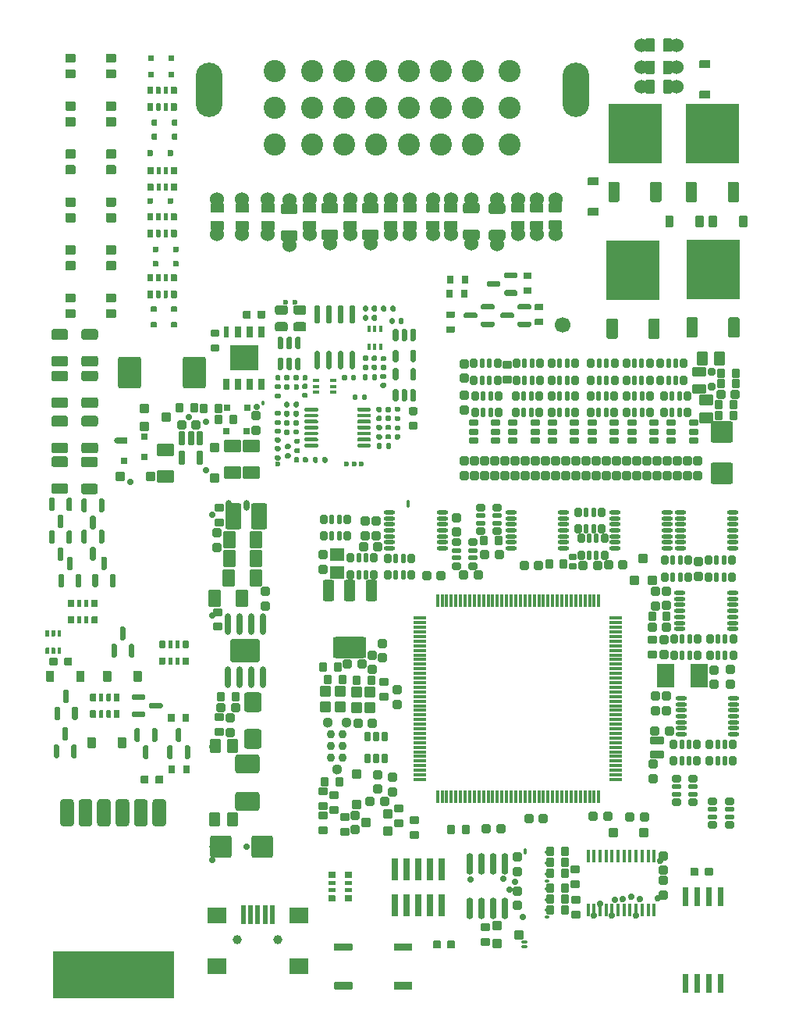
<source format=gts>
G75*
G70*
%OFA0B0*%
%FSLAX25Y25*%
%IPPOS*%
%LPD*%
%AMOC8*
5,1,8,0,0,1.08239X$1,22.5*
%
%AMM127*
21,1,0.038980,0.026770,-0.000000,0.000000,270.000000*
21,1,0.026770,0.038980,-0.000000,0.000000,270.000000*
1,1,0.012210,-0.013390,-0.013390*
1,1,0.012210,-0.013390,0.013390*
1,1,0.012210,0.013390,0.013390*
1,1,0.012210,0.013390,-0.013390*
%
%AMM144*
21,1,0.076380,0.036220,-0.000000,-0.000000,180.000000*
21,1,0.061810,0.050790,-0.000000,-0.000000,180.000000*
1,1,0.014570,-0.030910,0.018110*
1,1,0.014570,0.030910,0.018110*
1,1,0.014570,0.030910,-0.018110*
1,1,0.014570,-0.030910,-0.018110*
%
%AMM145*
21,1,0.029130,0.018900,-0.000000,-0.000000,90.000000*
21,1,0.018900,0.029130,-0.000000,-0.000000,90.000000*
1,1,0.010240,0.009450,0.009450*
1,1,0.010240,0.009450,-0.009450*
1,1,0.010240,-0.009450,-0.009450*
1,1,0.010240,-0.009450,0.009450*
%
%AMM146*
21,1,0.041340,0.026770,-0.000000,-0.000000,180.000000*
21,1,0.029130,0.038980,-0.000000,-0.000000,180.000000*
1,1,0.012210,-0.014570,0.013390*
1,1,0.012210,0.014570,0.013390*
1,1,0.012210,0.014570,-0.013390*
1,1,0.012210,-0.014570,-0.013390*
%
%AMM147*
21,1,0.100000,0.111020,-0.000000,-0.000000,0.000000*
21,1,0.075590,0.135430,-0.000000,-0.000000,0.000000*
1,1,0.024410,0.037800,-0.055510*
1,1,0.024410,-0.037800,-0.055510*
1,1,0.024410,-0.037800,0.055510*
1,1,0.024410,0.037800,0.055510*
%
%AMM148*
21,1,0.027170,0.052760,-0.000000,-0.000000,180.000000*
21,1,0.017320,0.062600,-0.000000,-0.000000,180.000000*
1,1,0.009840,-0.008660,0.026380*
1,1,0.009840,0.008660,0.026380*
1,1,0.009840,0.008660,-0.026380*
1,1,0.009840,-0.008660,-0.026380*
%
%AMM149*
21,1,0.040950,0.030320,-0.000000,-0.000000,270.000000*
21,1,0.028350,0.042910,-0.000000,-0.000000,270.000000*
1,1,0.012600,-0.015160,-0.014170*
1,1,0.012600,-0.015160,0.014170*
1,1,0.012600,0.015160,0.014170*
1,1,0.012600,0.015160,-0.014170*
%
%AMM150*
21,1,0.038980,0.026770,-0.000000,-0.000000,0.000000*
21,1,0.026770,0.038980,-0.000000,-0.000000,0.000000*
1,1,0.012210,0.013390,-0.013390*
1,1,0.012210,-0.013390,-0.013390*
1,1,0.012210,-0.013390,0.013390*
1,1,0.012210,0.013390,0.013390*
%
%AMM151*
21,1,0.041340,0.026770,-0.000000,-0.000000,270.000000*
21,1,0.029130,0.038980,-0.000000,-0.000000,270.000000*
1,1,0.012210,-0.013390,-0.014570*
1,1,0.012210,-0.013390,0.014570*
1,1,0.012210,0.013390,0.014570*
1,1,0.012210,0.013390,-0.014570*
%
%AMM152*
21,1,0.038980,0.026770,-0.000000,-0.000000,270.000000*
21,1,0.026770,0.038980,-0.000000,-0.000000,270.000000*
1,1,0.012210,-0.013390,-0.013390*
1,1,0.012210,-0.013390,0.013390*
1,1,0.012210,0.013390,0.013390*
1,1,0.012210,0.013390,-0.013390*
%
%AMM153*
21,1,0.033070,0.030710,-0.000000,-0.000000,180.000000*
21,1,0.022050,0.041730,-0.000000,-0.000000,180.000000*
1,1,0.011020,-0.011020,0.015350*
1,1,0.011020,0.011020,0.015350*
1,1,0.011020,0.011020,-0.015350*
1,1,0.011020,-0.011020,-0.015350*
%
%AMM154*
21,1,0.029130,0.018900,-0.000000,-0.000000,0.000000*
21,1,0.018900,0.029130,-0.000000,-0.000000,0.000000*
1,1,0.010240,0.009450,-0.009450*
1,1,0.010240,-0.009450,-0.009450*
1,1,0.010240,-0.009450,0.009450*
1,1,0.010240,0.009450,0.009450*
%
%AMM165*
21,1,0.111810,0.050390,-0.000000,0.000000,90.000000*
21,1,0.093700,0.068500,-0.000000,0.000000,90.000000*
1,1,0.018110,0.025200,0.046850*
1,1,0.018110,0.025200,-0.046850*
1,1,0.018110,-0.025200,-0.046850*
1,1,0.018110,-0.025200,0.046850*
%
%AMM166*
21,1,0.044880,0.049210,-0.000000,0.000000,180.000000*
21,1,0.031500,0.062600,-0.000000,0.000000,180.000000*
1,1,0.013390,-0.015750,0.024610*
1,1,0.013390,0.015750,0.024610*
1,1,0.013390,0.015750,-0.024610*
1,1,0.013390,-0.015750,-0.024610*
%
%AMM167*
21,1,0.076380,0.036220,-0.000000,0.000000,270.000000*
21,1,0.061810,0.050790,-0.000000,0.000000,270.000000*
1,1,0.014570,-0.018110,-0.030910*
1,1,0.014570,-0.018110,0.030910*
1,1,0.014570,0.018110,0.030910*
1,1,0.014570,0.018110,-0.030910*
%
%AMM168*
21,1,0.092130,0.073230,-0.000000,0.000000,180.000000*
21,1,0.069290,0.096060,-0.000000,0.000000,180.000000*
1,1,0.022840,-0.034650,0.036610*
1,1,0.022840,0.034650,0.036610*
1,1,0.022840,0.034650,-0.036610*
1,1,0.022840,-0.034650,-0.036610*
%
%AMM169*
21,1,0.084250,0.053540,-0.000000,0.000000,270.000000*
21,1,0.065350,0.072440,-0.000000,0.000000,270.000000*
1,1,0.018900,-0.026770,-0.032680*
1,1,0.018900,-0.026770,0.032680*
1,1,0.018900,0.026770,0.032680*
1,1,0.018900,0.026770,-0.032680*
%
%AMM170*
21,1,0.127560,0.075590,-0.000000,0.000000,0.000000*
21,1,0.103150,0.100000,-0.000000,0.000000,0.000000*
1,1,0.024410,0.051580,-0.037800*
1,1,0.024410,-0.051580,-0.037800*
1,1,0.024410,-0.051580,0.037800*
1,1,0.024410,0.051580,0.037800*
%
%AMM171*
21,1,0.038980,0.026770,-0.000000,0.000000,0.000000*
21,1,0.026770,0.038980,-0.000000,0.000000,0.000000*
1,1,0.012210,0.013390,-0.013390*
1,1,0.012210,-0.013390,-0.013390*
1,1,0.012210,-0.013390,0.013390*
1,1,0.012210,0.013390,0.013390*
%
%AMM172*
21,1,0.080320,0.083460,-0.000000,0.000000,270.000000*
21,1,0.059840,0.103940,-0.000000,0.000000,270.000000*
1,1,0.020470,-0.041730,-0.029920*
1,1,0.020470,-0.041730,0.029920*
1,1,0.020470,0.041730,0.029920*
1,1,0.020470,0.041730,-0.029920*
%
%AMM173*
21,1,0.033070,0.030710,-0.000000,0.000000,270.000000*
21,1,0.022050,0.041730,-0.000000,0.000000,270.000000*
1,1,0.011020,-0.015350,-0.011020*
1,1,0.011020,-0.015350,0.011020*
1,1,0.011020,0.015350,0.011020*
1,1,0.011020,0.015350,-0.011020*
%
%AMM174*
21,1,0.033070,0.030710,-0.000000,0.000000,180.000000*
21,1,0.022050,0.041730,-0.000000,0.000000,180.000000*
1,1,0.011020,-0.011020,0.015350*
1,1,0.011020,0.011020,0.015350*
1,1,0.011020,0.011020,-0.015350*
1,1,0.011020,-0.011020,-0.015350*
%
%AMM178*
21,1,0.038980,0.026770,-0.000000,0.000000,90.000000*
21,1,0.026770,0.038980,-0.000000,0.000000,90.000000*
1,1,0.012210,0.013390,0.013390*
1,1,0.012210,0.013390,-0.013390*
1,1,0.012210,-0.013390,-0.013390*
1,1,0.012210,-0.013390,0.013390*
%
%AMM184*
21,1,0.033070,0.030710,-0.000000,-0.000000,90.000000*
21,1,0.022050,0.041730,-0.000000,-0.000000,90.000000*
1,1,0.011020,0.015350,0.011020*
1,1,0.011020,0.015350,-0.011020*
1,1,0.011020,-0.015350,-0.011020*
1,1,0.011020,-0.015350,0.011020*
%
%AMM189*
21,1,0.033070,0.030710,0.000000,-0.000000,270.000000*
21,1,0.022050,0.041730,0.000000,-0.000000,270.000000*
1,1,0.011020,-0.015350,-0.011020*
1,1,0.011020,-0.015350,0.011020*
1,1,0.011020,0.015350,0.011020*
1,1,0.011020,0.015350,-0.011020*
%
%AMM190*
21,1,0.038980,0.026770,0.000000,-0.000000,270.000000*
21,1,0.026770,0.038980,0.000000,-0.000000,270.000000*
1,1,0.012210,-0.013390,-0.013390*
1,1,0.012210,-0.013390,0.013390*
1,1,0.012210,0.013390,0.013390*
1,1,0.012210,0.013390,-0.013390*
%
%AMM191*
21,1,0.033070,0.030710,0.000000,-0.000000,180.000000*
21,1,0.022050,0.041730,0.000000,-0.000000,180.000000*
1,1,0.011020,-0.011020,0.015350*
1,1,0.011020,0.011020,0.015350*
1,1,0.011020,0.011020,-0.015350*
1,1,0.011020,-0.011020,-0.015350*
%
%AMM227*
21,1,0.033070,0.030710,-0.000000,-0.000000,270.000000*
21,1,0.022050,0.041730,-0.000000,-0.000000,270.000000*
1,1,0.011020,-0.015350,-0.011020*
1,1,0.011020,-0.015350,0.011020*
1,1,0.011020,0.015350,0.011020*
1,1,0.011020,0.015350,-0.011020*
%
%AMM228*
21,1,0.092130,0.073230,-0.000000,-0.000000,90.000000*
21,1,0.069290,0.096060,-0.000000,-0.000000,90.000000*
1,1,0.022840,0.036610,0.034650*
1,1,0.022840,0.036610,-0.034650*
1,1,0.022840,-0.036610,-0.034650*
1,1,0.022840,-0.036610,0.034650*
%
%AMM229*
21,1,0.044880,0.049210,-0.000000,-0.000000,270.000000*
21,1,0.031500,0.062600,-0.000000,-0.000000,270.000000*
1,1,0.013390,-0.024610,-0.015750*
1,1,0.013390,-0.024610,0.015750*
1,1,0.013390,0.024610,0.015750*
1,1,0.013390,0.024610,-0.015750*
%
%AMM230*
21,1,0.023230,0.027950,-0.000000,-0.000000,180.000000*
21,1,0.014170,0.037010,-0.000000,-0.000000,180.000000*
1,1,0.009060,-0.007090,0.013980*
1,1,0.009060,0.007090,0.013980*
1,1,0.009060,0.007090,-0.013980*
1,1,0.009060,-0.007090,-0.013980*
%
%AMM231*
21,1,0.038980,0.026770,-0.000000,-0.000000,90.000000*
21,1,0.026770,0.038980,-0.000000,-0.000000,90.000000*
1,1,0.012210,0.013390,0.013390*
1,1,0.012210,0.013390,-0.013390*
1,1,0.012210,-0.013390,-0.013390*
1,1,0.012210,-0.013390,0.013390*
%
%AMM232*
21,1,0.029130,0.030710,-0.000000,-0.000000,270.000000*
21,1,0.018900,0.040950,-0.000000,-0.000000,270.000000*
1,1,0.010240,-0.015350,-0.009450*
1,1,0.010240,-0.015350,0.009450*
1,1,0.010240,0.015350,0.009450*
1,1,0.010240,0.015350,-0.009450*
%
%AMM233*
21,1,0.031100,0.026380,-0.000000,-0.000000,180.000000*
21,1,0.020470,0.037010,-0.000000,-0.000000,180.000000*
1,1,0.010630,-0.010240,0.013190*
1,1,0.010630,0.010240,0.013190*
1,1,0.010630,0.010240,-0.013190*
1,1,0.010630,-0.010240,-0.013190*
%
%AMM234*
21,1,0.044880,0.049210,-0.000000,-0.000000,0.000000*
21,1,0.031500,0.062600,-0.000000,-0.000000,0.000000*
1,1,0.013390,0.015750,-0.024610*
1,1,0.013390,-0.015750,-0.024610*
1,1,0.013390,-0.015750,0.024610*
1,1,0.013390,0.015750,0.024610*
%
%AMM235*
21,1,0.040950,0.050000,-0.000000,-0.000000,90.000000*
21,1,0.028350,0.062600,-0.000000,-0.000000,90.000000*
1,1,0.012600,0.025000,0.014170*
1,1,0.012600,0.025000,-0.014170*
1,1,0.012600,-0.025000,-0.014170*
1,1,0.012600,-0.025000,0.014170*
%
%AMM264*
21,1,0.040950,0.030320,-0.000000,0.000000,270.000000*
21,1,0.028350,0.042910,-0.000000,0.000000,270.000000*
1,1,0.012600,-0.015160,-0.014170*
1,1,0.012600,-0.015160,0.014170*
1,1,0.012600,0.015160,0.014170*
1,1,0.012600,0.015160,-0.014170*
%
%AMM305*
21,1,0.041340,0.026770,-0.000000,-0.000000,0.000000*
21,1,0.029130,0.038980,-0.000000,-0.000000,0.000000*
1,1,0.012210,0.014570,-0.013390*
1,1,0.012210,-0.014570,-0.013390*
1,1,0.012210,-0.014570,0.013390*
1,1,0.012210,0.014570,0.013390*
%
%AMM306*
21,1,0.040950,0.030320,-0.000000,-0.000000,0.000000*
21,1,0.028350,0.042910,-0.000000,-0.000000,0.000000*
1,1,0.012600,0.014170,-0.015160*
1,1,0.012600,-0.014170,-0.015160*
1,1,0.012600,-0.014170,0.015160*
1,1,0.012600,0.014170,0.015160*
%
%AMM307*
21,1,0.040950,0.030320,-0.000000,-0.000000,90.000000*
21,1,0.028350,0.042910,-0.000000,-0.000000,90.000000*
1,1,0.012600,0.015160,0.014170*
1,1,0.012600,0.015160,-0.014170*
1,1,0.012600,-0.015160,-0.014170*
1,1,0.012600,-0.015160,0.014170*
%
%AMM308*
21,1,0.033070,0.018900,-0.000000,-0.000000,0.000000*
21,1,0.022840,0.029130,-0.000000,-0.000000,0.000000*
1,1,0.010240,0.011420,-0.009450*
1,1,0.010240,-0.011420,-0.009450*
1,1,0.010240,-0.011420,0.009450*
1,1,0.010240,0.011420,0.009450*
%
%AMM309*
21,1,0.143310,0.067720,-0.000000,-0.000000,180.000000*
21,1,0.120870,0.090160,-0.000000,-0.000000,180.000000*
1,1,0.022440,-0.060430,0.033860*
1,1,0.022440,0.060430,0.033860*
1,1,0.022440,0.060430,-0.033860*
1,1,0.022440,-0.060430,-0.033860*
%
%AMM310*
21,1,0.048820,0.075980,-0.000000,-0.000000,180.000000*
21,1,0.034650,0.090160,-0.000000,-0.000000,180.000000*
1,1,0.014170,-0.017320,0.037990*
1,1,0.014170,0.017320,0.037990*
1,1,0.014170,0.017320,-0.037990*
1,1,0.014170,-0.017320,-0.037990*
%
%AMM311*
21,1,0.048820,0.075990,-0.000000,-0.000000,180.000000*
21,1,0.034650,0.090160,-0.000000,-0.000000,180.000000*
1,1,0.014170,-0.017320,0.037990*
1,1,0.014170,0.017320,0.037990*
1,1,0.014170,0.017320,-0.037990*
1,1,0.014170,-0.017320,-0.037990*
%
%AMM312*
21,1,0.044880,0.035430,-0.000000,-0.000000,90.000000*
21,1,0.031500,0.048820,-0.000000,-0.000000,90.000000*
1,1,0.013390,0.017720,0.015750*
1,1,0.013390,0.017720,-0.015750*
1,1,0.013390,-0.017720,-0.015750*
1,1,0.013390,-0.017720,0.015750*
%
%AMM313*
21,1,0.041340,0.026770,-0.000000,-0.000000,90.000000*
21,1,0.029130,0.038980,-0.000000,-0.000000,90.000000*
1,1,0.012210,0.013390,0.014570*
1,1,0.012210,0.013390,-0.014570*
1,1,0.012210,-0.013390,-0.014570*
1,1,0.012210,-0.013390,0.014570*
%
%AMM314*
21,1,0.033070,0.049610,-0.000000,-0.000000,90.000000*
21,1,0.022050,0.060630,-0.000000,-0.000000,90.000000*
1,1,0.011020,0.024800,0.011020*
1,1,0.011020,0.024800,-0.011020*
1,1,0.011020,-0.024800,-0.011020*
1,1,0.011020,-0.024800,0.011020*
%
%AMM315*
21,1,0.033070,0.030710,-0.000000,-0.000000,0.000000*
21,1,0.022050,0.041730,-0.000000,-0.000000,0.000000*
1,1,0.011020,0.011020,-0.015350*
1,1,0.011020,-0.011020,-0.015350*
1,1,0.011020,-0.011020,0.015350*
1,1,0.011020,0.011020,0.015350*
%
%AMM316*
21,1,0.023230,0.027950,-0.000000,-0.000000,90.000000*
21,1,0.014170,0.037010,-0.000000,-0.000000,90.000000*
1,1,0.009060,0.013980,0.007090*
1,1,0.009060,0.013980,-0.007090*
1,1,0.009060,-0.013980,-0.007090*
1,1,0.009060,-0.013980,0.007090*
%
%AMM317*
21,1,0.031100,0.026380,-0.000000,-0.000000,90.000000*
21,1,0.020470,0.037010,-0.000000,-0.000000,90.000000*
1,1,0.010630,0.013190,0.010240*
1,1,0.010630,0.013190,-0.010240*
1,1,0.010630,-0.013190,-0.010240*
1,1,0.010630,-0.013190,0.010240*
%
%AMM318*
21,1,0.029130,0.030710,-0.000000,-0.000000,0.000000*
21,1,0.018900,0.040950,-0.000000,-0.000000,0.000000*
1,1,0.010240,0.009450,-0.015350*
1,1,0.010240,-0.009450,-0.015350*
1,1,0.010240,-0.009450,0.015350*
1,1,0.010240,0.009450,0.015350*
%
%AMM319*
21,1,0.015350,0.017720,-0.000000,-0.000000,0.000000*
21,1,0.000000,0.033070,-0.000000,-0.000000,0.000000*
1,1,0.015350,-0.000000,-0.008860*
1,1,0.015350,-0.000000,-0.008860*
1,1,0.015350,-0.000000,0.008860*
1,1,0.015350,-0.000000,0.008860*
%
%ADD102O,0.04488X0.02520*%
%ADD103O,0.11417X0.23228*%
%ADD107C,0.02362*%
%ADD109O,0.01535X0.02520*%
%ADD113R,0.01969X0.07874*%
%ADD121C,0.03937*%
%ADD139C,0.00472*%
%ADD157O,0.00984X0.01969*%
%ADD163C,0.03701*%
%ADD179R,0.22835X0.25197*%
%ADD181C,0.09449*%
%ADD182R,0.02559X0.01575*%
%ADD192O,0.05669X0.01417*%
%ADD193C,0.06000*%
%ADD202R,0.05906X0.05217*%
%ADD208C,0.04451*%
%ADD209O,0.02520X0.01535*%
%ADD211R,0.07874X0.06693*%
%ADD220R,0.02559X0.05157*%
%ADD226R,0.02913X0.09449*%
%ADD228R,0.06457X0.05669*%
%ADD242O,0.01575X0.00787*%
%ADD271M127*%
%ADD288M144*%
%ADD289M145*%
%ADD29O,0.03937X0.01969*%
%ADD290M146*%
%ADD291M147*%
%ADD292M148*%
%ADD293M149*%
%ADD294M150*%
%ADD295M151*%
%ADD296M152*%
%ADD297M153*%
%ADD298M154*%
%ADD31O,0.02520X0.04488*%
%ADD312M165*%
%ADD313M166*%
%ADD314M167*%
%ADD315M168*%
%ADD316M169*%
%ADD317O,0.02520X0.09213*%
%ADD318M170*%
%ADD319M171*%
%ADD320M172*%
%ADD321M173*%
%ADD322M174*%
%ADD328M178*%
%ADD330O,0.02126X0.01339*%
%ADD331O,0.01535X0.05512*%
%ADD336M184*%
%ADD341M189*%
%ADD342M190*%
%ADD343M191*%
%ADD35C,0.06693*%
%ADD379M227*%
%ADD380M228*%
%ADD381M229*%
%ADD382M230*%
%ADD383M231*%
%ADD384M232*%
%ADD385M233*%
%ADD386M234*%
%ADD387M235*%
%ADD39R,0.02362X0.05157*%
%ADD419M264*%
%ADD42R,0.07244X0.10000*%
%ADD43O,0.01339X0.02520*%
%ADD463M305*%
%ADD464M306*%
%ADD465M307*%
%ADD466M308*%
%ADD467M309*%
%ADD468M310*%
%ADD469M311*%
%ADD470M312*%
%ADD471M313*%
%ADD472M314*%
%ADD473M315*%
%ADD474M316*%
%ADD475M317*%
%ADD476M318*%
%ADD477M319*%
%ADD479O,0.02913X0.09213*%
%ADD53O,0.04882X0.01732*%
%ADD59O,0.01969X0.03937*%
%ADD74C,0.02913*%
%ADD77R,0.01575X0.02559*%
%ADD82O,0.00787X0.01969*%
%ADD84O,0.01417X0.05669*%
%ADD85C,0.03651*%
%ADD87O,0.01969X0.00984*%
X0000000Y0000000D02*
%LPD*%
G01*
D139*
X0026378Y0000591D02*
X0026378Y0020276D01*
X0026378Y0020276D02*
X0077559Y0020276D01*
X0077559Y0020276D02*
X0077559Y0000591D01*
X0077559Y0000591D02*
X0026378Y0000591D01*
G36*
X0077559Y0000591D02*
G01*
X0026378Y0000591D01*
X0026378Y0020276D01*
X0077559Y0020276D01*
X0077559Y0000591D01*
G37*
X0077559Y0000591D02*
X0026378Y0000591D01*
X0026378Y0020276D01*
X0077559Y0020276D01*
X0077559Y0000591D01*
G36*
G01*
X0224705Y0301969D02*
X0224705Y0300787D01*
G75*
G02*
X0224114Y0300197I-000591J0000000D01*
G01*
X0219488Y0300197D01*
G75*
G02*
X0218898Y0300787I0000000J0000591D01*
G01*
X0218898Y0301969D01*
G75*
G02*
X0219488Y0302559I0000591J0000000D01*
G01*
X0224114Y0302559D01*
G75*
G02*
X0224705Y0301969I0000000J-000591D01*
G01*
G37*
G36*
G01*
X0217323Y0305709D02*
X0217323Y0304528D01*
G75*
G02*
X0216732Y0303937I-000591J0000000D01*
G01*
X0212106Y0303937D01*
G75*
G02*
X0211516Y0304528I0000000J0000591D01*
G01*
X0211516Y0305709D01*
G75*
G02*
X0212106Y0306299I0000591J0000000D01*
G01*
X0216732Y0306299D01*
G75*
G02*
X0217323Y0305709I0000000J-000591D01*
G01*
G37*
G36*
G01*
X0224705Y0309449D02*
X0224705Y0308268D01*
G75*
G02*
X0224114Y0307677I-000591J0000000D01*
G01*
X0219488Y0307677D01*
G75*
G02*
X0218898Y0308268I0000000J0000591D01*
G01*
X0218898Y0309449D01*
G75*
G02*
X0219488Y0310039I0000591J0000000D01*
G01*
X0224114Y0310039D01*
G75*
G02*
X0224705Y0309449I0000000J-000591D01*
G01*
G37*
G36*
G01*
X0028346Y0102854D02*
X0027165Y0102854D01*
G75*
G02*
X0026575Y0103445I0000000J0000591D01*
G01*
X0026575Y0108071D01*
G75*
G02*
X0027165Y0108661I0000591J0000000D01*
G01*
X0028346Y0108661D01*
G75*
G02*
X0028937Y0108071I0000000J-000591D01*
G01*
X0028937Y0103445D01*
G75*
G02*
X0028346Y0102854I-000591J0000000D01*
G01*
G37*
G36*
G01*
X0032087Y0110236D02*
X0030906Y0110236D01*
G75*
G02*
X0030315Y0110827I0000000J0000591D01*
G01*
X0030315Y0115453D01*
G75*
G02*
X0030906Y0116043I0000591J0000000D01*
G01*
X0032087Y0116043D01*
G75*
G02*
X0032677Y0115453I0000000J-000591D01*
G01*
X0032677Y0110827D01*
G75*
G02*
X0032087Y0110236I-000591J0000000D01*
G01*
G37*
G36*
G01*
X0035827Y0102854D02*
X0034646Y0102854D01*
G75*
G02*
X0034055Y0103445I0000000J0000591D01*
G01*
X0034055Y0108071D01*
G75*
G02*
X0034646Y0108661I0000591J0000000D01*
G01*
X0035827Y0108661D01*
G75*
G02*
X0036417Y0108071I0000000J-000591D01*
G01*
X0036417Y0103445D01*
G75*
G02*
X0035827Y0102854I-000591J0000000D01*
G01*
G37*
G36*
G01*
X0032677Y0200098D02*
X0033858Y0200098D01*
G75*
G02*
X0034449Y0199508I0000000J-000591D01*
G01*
X0034449Y0194882D01*
G75*
G02*
X0033858Y0194291I-000591J0000000D01*
G01*
X0032677Y0194291D01*
G75*
G02*
X0032087Y0194882I0000000J0000591D01*
G01*
X0032087Y0199508D01*
G75*
G02*
X0032677Y0200098I0000591J0000000D01*
G01*
G37*
G36*
G01*
X0028937Y0192717D02*
X0030118Y0192717D01*
G75*
G02*
X0030709Y0192126I0000000J-000591D01*
G01*
X0030709Y0187500D01*
G75*
G02*
X0030118Y0186909I-000591J0000000D01*
G01*
X0028937Y0186909D01*
G75*
G02*
X0028346Y0187500I0000000J0000591D01*
G01*
X0028346Y0192126D01*
G75*
G02*
X0028937Y0192717I0000591J0000000D01*
G01*
G37*
G36*
G01*
X0025197Y0200098D02*
X0026378Y0200098D01*
G75*
G02*
X0026969Y0199508I0000000J-000591D01*
G01*
X0026969Y0194882D01*
G75*
G02*
X0026378Y0194291I-000591J0000000D01*
G01*
X0025197Y0194291D01*
G75*
G02*
X0024606Y0194882I0000000J0000591D01*
G01*
X0024606Y0199508D01*
G75*
G02*
X0025197Y0200098I0000591J0000000D01*
G01*
G37*
G36*
G01*
X0028740Y0118996D02*
X0027559Y0118996D01*
G75*
G02*
X0026969Y0119587I0000000J0000591D01*
G01*
X0026969Y0124213D01*
G75*
G02*
X0027559Y0124803I0000591J0000000D01*
G01*
X0028740Y0124803D01*
G75*
G02*
X0029331Y0124213I0000000J-000591D01*
G01*
X0029331Y0119587D01*
G75*
G02*
X0028740Y0118996I-000591J0000000D01*
G01*
G37*
G36*
G01*
X0032480Y0126378D02*
X0031299Y0126378D01*
G75*
G02*
X0030709Y0126969I0000000J0000591D01*
G01*
X0030709Y0131594D01*
G75*
G02*
X0031299Y0132185I0000591J0000000D01*
G01*
X0032480Y0132185D01*
G75*
G02*
X0033071Y0131594I0000000J-000591D01*
G01*
X0033071Y0126969D01*
G75*
G02*
X0032480Y0126378I-000591J0000000D01*
G01*
G37*
G36*
G01*
X0036220Y0118996D02*
X0035039Y0118996D01*
G75*
G02*
X0034449Y0119587I0000000J0000591D01*
G01*
X0034449Y0124213D01*
G75*
G02*
X0035039Y0124803I0000591J0000000D01*
G01*
X0036220Y0124803D01*
G75*
G02*
X0036811Y0124213I0000000J-000591D01*
G01*
X0036811Y0119587D01*
G75*
G02*
X0036220Y0118996I-000591J0000000D01*
G01*
G37*
G36*
G01*
X0044882Y0175689D02*
X0043701Y0175689D01*
G75*
G02*
X0043110Y0176280I0000000J0000591D01*
G01*
X0043110Y0180906D01*
G75*
G02*
X0043701Y0181496I0000591J0000000D01*
G01*
X0044882Y0181496D01*
G75*
G02*
X0045472Y0180906I0000000J-000591D01*
G01*
X0045472Y0176280D01*
G75*
G02*
X0044882Y0175689I-000591J0000000D01*
G01*
G37*
G36*
G01*
X0048622Y0183071D02*
X0047441Y0183071D01*
G75*
G02*
X0046850Y0183661I0000000J0000591D01*
G01*
X0046850Y0188287D01*
G75*
G02*
X0047441Y0188878I0000591J0000000D01*
G01*
X0048622Y0188878D01*
G75*
G02*
X0049213Y0188287I0000000J-000591D01*
G01*
X0049213Y0183661D01*
G75*
G02*
X0048622Y0183071I-000591J0000000D01*
G01*
G37*
G36*
G01*
X0052362Y0175689D02*
X0051181Y0175689D01*
G75*
G02*
X0050591Y0176280I0000000J0000591D01*
G01*
X0050591Y0180906D01*
G75*
G02*
X0051181Y0181496I0000591J0000000D01*
G01*
X0052362Y0181496D01*
G75*
G02*
X0052953Y0180906I0000000J-000591D01*
G01*
X0052953Y0176280D01*
G75*
G02*
X0052362Y0175689I-000591J0000000D01*
G01*
G37*
G36*
G01*
X0076780Y0102453D02*
X0075598Y0102453D01*
G75*
G02*
X0075008Y0103043I0000000J0000591D01*
G01*
X0075008Y0107669D01*
G75*
G02*
X0075598Y0108260I0000591J0000000D01*
G01*
X0076780Y0108260D01*
G75*
G02*
X0077370Y0107669I0000000J-000591D01*
G01*
X0077370Y0103043D01*
G75*
G02*
X0076780Y0102453I-000591J0000000D01*
G01*
G37*
G36*
G01*
X0080520Y0109835D02*
X0079339Y0109835D01*
G75*
G02*
X0078748Y0110425I0000000J0000591D01*
G01*
X0078748Y0115051D01*
G75*
G02*
X0079339Y0115642I0000591J0000000D01*
G01*
X0080520Y0115642D01*
G75*
G02*
X0081110Y0115051I0000000J-000591D01*
G01*
X0081110Y0110425D01*
G75*
G02*
X0080520Y0109835I-000591J0000000D01*
G01*
G37*
G36*
G01*
X0084260Y0102453D02*
X0083079Y0102453D01*
G75*
G02*
X0082488Y0103043I0000000J0000591D01*
G01*
X0082488Y0107669D01*
G75*
G02*
X0083079Y0108260I0000591J0000000D01*
G01*
X0084260Y0108260D01*
G75*
G02*
X0084850Y0107669I0000000J-000591D01*
G01*
X0084850Y0103043D01*
G75*
G02*
X0084260Y0102453I-000591J0000000D01*
G01*
G37*
G36*
G01*
X0069079Y0115642D02*
X0070260Y0115642D01*
G75*
G02*
X0070850Y0115051I0000000J-000591D01*
G01*
X0070850Y0110425D01*
G75*
G02*
X0070260Y0109835I-000591J0000000D01*
G01*
X0069079Y0109835D01*
G75*
G02*
X0068488Y0110425I0000000J0000591D01*
G01*
X0068488Y0115051D01*
G75*
G02*
X0069079Y0115642I0000591J0000000D01*
G01*
G37*
G36*
G01*
X0065339Y0108260D02*
X0066520Y0108260D01*
G75*
G02*
X0067110Y0107669I0000000J-000591D01*
G01*
X0067110Y0103043D01*
G75*
G02*
X0066520Y0102453I-000591J0000000D01*
G01*
X0065339Y0102453D01*
G75*
G02*
X0064748Y0103043I0000000J0000591D01*
G01*
X0064748Y0107669D01*
G75*
G02*
X0065339Y0108260I0000591J0000000D01*
G01*
G37*
G36*
G01*
X0061598Y0115642D02*
X0062780Y0115642D01*
G75*
G02*
X0063370Y0115051I0000000J-000591D01*
G01*
X0063370Y0110425D01*
G75*
G02*
X0062780Y0109835I-000591J0000000D01*
G01*
X0061598Y0109835D01*
G75*
G02*
X0061008Y0110425I0000000J0000591D01*
G01*
X0061008Y0115051D01*
G75*
G02*
X0061598Y0115642I0000591J0000000D01*
G01*
G37*
G36*
G01*
X0214862Y0288583D02*
X0214862Y0287402D01*
G75*
G02*
X0214272Y0286811I-000591J0000000D01*
G01*
X0209646Y0286811D01*
G75*
G02*
X0209055Y0287402I0000000J0000591D01*
G01*
X0209055Y0288583D01*
G75*
G02*
X0209646Y0289173I0000591J0000000D01*
G01*
X0214272Y0289173D01*
G75*
G02*
X0214862Y0288583I0000000J-000591D01*
G01*
G37*
G36*
G01*
X0207480Y0292323D02*
X0207480Y0291142D01*
G75*
G02*
X0206890Y0290551I-000591J0000000D01*
G01*
X0202264Y0290551D01*
G75*
G02*
X0201673Y0291142I0000000J0000591D01*
G01*
X0201673Y0292323D01*
G75*
G02*
X0202264Y0292913I0000591J0000000D01*
G01*
X0206890Y0292913D01*
G75*
G02*
X0207480Y0292323I0000000J-000591D01*
G01*
G37*
G36*
G01*
X0214862Y0296063D02*
X0214862Y0294882D01*
G75*
G02*
X0214272Y0294291I-000591J0000000D01*
G01*
X0209646Y0294291D01*
G75*
G02*
X0209055Y0294882I0000000J0000591D01*
G01*
X0209055Y0296063D01*
G75*
G02*
X0209646Y0296654I0000591J0000000D01*
G01*
X0214272Y0296654D01*
G75*
G02*
X0214862Y0296063I0000000J-000591D01*
G01*
G37*
G36*
G01*
X0046457Y0213681D02*
X0047638Y0213681D01*
G75*
G02*
X0048228Y0213091I0000000J-000591D01*
G01*
X0048228Y0208465D01*
G75*
G02*
X0047638Y0207874I-000591J0000000D01*
G01*
X0046457Y0207874D01*
G75*
G02*
X0045866Y0208465I0000000J0000591D01*
G01*
X0045866Y0213091D01*
G75*
G02*
X0046457Y0213681I0000591J0000000D01*
G01*
G37*
G36*
G01*
X0042717Y0206299D02*
X0043898Y0206299D01*
G75*
G02*
X0044488Y0205709I0000000J-000591D01*
G01*
X0044488Y0201083D01*
G75*
G02*
X0043898Y0200492I-000591J0000000D01*
G01*
X0042717Y0200492D01*
G75*
G02*
X0042126Y0201083I0000000J0000591D01*
G01*
X0042126Y0205709D01*
G75*
G02*
X0042717Y0206299I0000591J0000000D01*
G01*
G37*
G36*
G01*
X0038976Y0213681D02*
X0040157Y0213681D01*
G75*
G02*
X0040748Y0213091I0000000J-000591D01*
G01*
X0040748Y0208465D01*
G75*
G02*
X0040157Y0207874I-000591J0000000D01*
G01*
X0038976Y0207874D01*
G75*
G02*
X0038386Y0208465I0000000J0000591D01*
G01*
X0038386Y0213091D01*
G75*
G02*
X0038976Y0213681I0000591J0000000D01*
G01*
G37*
G36*
G01*
X0025197Y0214075D02*
X0026378Y0214075D01*
G75*
G02*
X0026969Y0213484I0000000J-000591D01*
G01*
X0026969Y0208858D01*
G75*
G02*
X0026378Y0208268I-000591J0000000D01*
G01*
X0025197Y0208268D01*
G75*
G02*
X0024606Y0208858I0000000J0000591D01*
G01*
X0024606Y0213484D01*
G75*
G02*
X0025197Y0214075I0000591J0000000D01*
G01*
G37*
G36*
G01*
X0028937Y0206693D02*
X0030118Y0206693D01*
G75*
G02*
X0030709Y0206102I0000000J-000591D01*
G01*
X0030709Y0201476D01*
G75*
G02*
X0030118Y0200886I-000591J0000000D01*
G01*
X0028937Y0200886D01*
G75*
G02*
X0028346Y0201476I0000000J0000591D01*
G01*
X0028346Y0206102D01*
G75*
G02*
X0028937Y0206693I0000591J0000000D01*
G01*
G37*
G36*
G01*
X0032677Y0214075D02*
X0033858Y0214075D01*
G75*
G02*
X0034449Y0213484I0000000J-000591D01*
G01*
X0034449Y0208858D01*
G75*
G02*
X0033858Y0208268I-000591J0000000D01*
G01*
X0032677Y0208268D01*
G75*
G02*
X0032087Y0208858I0000000J0000591D01*
G01*
X0032087Y0213484D01*
G75*
G02*
X0032677Y0214075I0000591J0000000D01*
G01*
G37*
G36*
G01*
X0230524Y0288583D02*
X0230524Y0287402D01*
G75*
G02*
X0229933Y0286811I-000591J0000000D01*
G01*
X0225307Y0286811D01*
G75*
G02*
X0224717Y0287402I0000000J0000591D01*
G01*
X0224717Y0288583D01*
G75*
G02*
X0225307Y0289173I0000591J0000000D01*
G01*
X0229933Y0289173D01*
G75*
G02*
X0230524Y0288583I0000000J-000591D01*
G01*
G37*
G36*
G01*
X0223142Y0292323D02*
X0223142Y0291142D01*
G75*
G02*
X0222551Y0290551I-000591J0000000D01*
G01*
X0217925Y0290551D01*
G75*
G02*
X0217335Y0291142I0000000J0000591D01*
G01*
X0217335Y0292323D01*
G75*
G02*
X0217925Y0292913I0000591J0000000D01*
G01*
X0222551Y0292913D01*
G75*
G02*
X0223142Y0292323I0000000J-000591D01*
G01*
G37*
G36*
G01*
X0230524Y0296063D02*
X0230524Y0294882D01*
G75*
G02*
X0229933Y0294291I-000591J0000000D01*
G01*
X0225307Y0294291D01*
G75*
G02*
X0224717Y0294882I0000000J0000591D01*
G01*
X0224717Y0296063D01*
G75*
G02*
X0225307Y0296654I0000591J0000000D01*
G01*
X0229933Y0296654D01*
G75*
G02*
X0230524Y0296063I0000000J-000591D01*
G01*
G37*
G36*
G01*
X0030315Y0175689D02*
X0029134Y0175689D01*
G75*
G02*
X0028543Y0176280I0000000J0000591D01*
G01*
X0028543Y0180906D01*
G75*
G02*
X0029134Y0181496I0000591J0000000D01*
G01*
X0030315Y0181496D01*
G75*
G02*
X0030906Y0180906I0000000J-000591D01*
G01*
X0030906Y0176280D01*
G75*
G02*
X0030315Y0175689I-000591J0000000D01*
G01*
G37*
G36*
G01*
X0034055Y0183071D02*
X0032874Y0183071D01*
G75*
G02*
X0032283Y0183661I0000000J0000591D01*
G01*
X0032283Y0188287D01*
G75*
G02*
X0032874Y0188878I0000591J0000000D01*
G01*
X0034055Y0188878D01*
G75*
G02*
X0034646Y0188287I0000000J-000591D01*
G01*
X0034646Y0183661D01*
G75*
G02*
X0034055Y0183071I-000591J0000000D01*
G01*
G37*
G36*
G01*
X0037795Y0175689D02*
X0036614Y0175689D01*
G75*
G02*
X0036024Y0176280I0000000J0000591D01*
G01*
X0036024Y0180906D01*
G75*
G02*
X0036614Y0181496I0000591J0000000D01*
G01*
X0037795Y0181496D01*
G75*
G02*
X0038386Y0180906I0000000J-000591D01*
G01*
X0038386Y0176280D01*
G75*
G02*
X0037795Y0175689I-000591J0000000D01*
G01*
G37*
G36*
G01*
X0046457Y0200295D02*
X0047638Y0200295D01*
G75*
G02*
X0048228Y0199705I0000000J-000591D01*
G01*
X0048228Y0195079D01*
G75*
G02*
X0047638Y0194488I-000591J0000000D01*
G01*
X0046457Y0194488D01*
G75*
G02*
X0045866Y0195079I0000000J0000591D01*
G01*
X0045866Y0199705D01*
G75*
G02*
X0046457Y0200295I0000591J0000000D01*
G01*
G37*
G36*
G01*
X0042717Y0192913D02*
X0043898Y0192913D01*
G75*
G02*
X0044488Y0192323I0000000J-000591D01*
G01*
X0044488Y0187697D01*
G75*
G02*
X0043898Y0187106I-000591J0000000D01*
G01*
X0042717Y0187106D01*
G75*
G02*
X0042126Y0187697I0000000J0000591D01*
G01*
X0042126Y0192323D01*
G75*
G02*
X0042717Y0192913I0000591J0000000D01*
G01*
G37*
G36*
G01*
X0038976Y0200295D02*
X0040157Y0200295D01*
G75*
G02*
X0040748Y0199705I0000000J-000591D01*
G01*
X0040748Y0195079D01*
G75*
G02*
X0040157Y0194488I-000591J0000000D01*
G01*
X0038976Y0194488D01*
G75*
G02*
X0038386Y0195079I0000000J0000591D01*
G01*
X0038386Y0199705D01*
G75*
G02*
X0038976Y0200295I0000591J0000000D01*
G01*
G37*
G36*
G01*
X0052953Y0145768D02*
X0051772Y0145768D01*
G75*
G02*
X0051181Y0146358I0000000J0000591D01*
G01*
X0051181Y0150984D01*
G75*
G02*
X0051772Y0151575I0000591J0000000D01*
G01*
X0052953Y0151575D01*
G75*
G02*
X0053543Y0150984I0000000J-000591D01*
G01*
X0053543Y0146358D01*
G75*
G02*
X0052953Y0145768I-000591J0000000D01*
G01*
G37*
G36*
G01*
X0056693Y0153150D02*
X0055512Y0153150D01*
G75*
G02*
X0054921Y0153740I0000000J0000591D01*
G01*
X0054921Y0158366D01*
G75*
G02*
X0055512Y0158957I0000591J0000000D01*
G01*
X0056693Y0158957D01*
G75*
G02*
X0057283Y0158366I0000000J-000591D01*
G01*
X0057283Y0153740D01*
G75*
G02*
X0056693Y0153150I-000591J0000000D01*
G01*
G37*
G36*
G01*
X0060433Y0145768D02*
X0059252Y0145768D01*
G75*
G02*
X0058661Y0146358I0000000J0000591D01*
G01*
X0058661Y0150984D01*
G75*
G02*
X0059252Y0151575I0000591J0000000D01*
G01*
X0060433Y0151575D01*
G75*
G02*
X0061024Y0150984I0000000J-000591D01*
G01*
X0061024Y0146358D01*
G75*
G02*
X0060433Y0145768I-000591J0000000D01*
G01*
G37*
G36*
G01*
X0059941Y0128346D02*
X0059941Y0129528D01*
G75*
G02*
X0060531Y0130118I0000591J0000000D01*
G01*
X0065157Y0130118D01*
G75*
G02*
X0065748Y0129528I0000000J-000591D01*
G01*
X0065748Y0128346D01*
G75*
G02*
X0065157Y0127756I-000591J0000000D01*
G01*
X0060531Y0127756D01*
G75*
G02*
X0059941Y0128346I0000000J0000591D01*
G01*
G37*
G36*
G01*
X0067323Y0124606D02*
X0067323Y0125787D01*
G75*
G02*
X0067913Y0126378I0000591J0000000D01*
G01*
X0072539Y0126378D01*
G75*
G02*
X0073130Y0125787I0000000J-000591D01*
G01*
X0073130Y0124606D01*
G75*
G02*
X0072539Y0124016I-000591J0000000D01*
G01*
X0067913Y0124016D01*
G75*
G02*
X0067323Y0124606I0000000J0000591D01*
G01*
G37*
G36*
G01*
X0059941Y0120866D02*
X0059941Y0122047D01*
G75*
G02*
X0060531Y0122638I0000591J0000000D01*
G01*
X0065157Y0122638D01*
G75*
G02*
X0065748Y0122047I0000000J-000591D01*
G01*
X0065748Y0120866D01*
G75*
G02*
X0065157Y0120276I-000591J0000000D01*
G01*
X0060531Y0120276D01*
G75*
G02*
X0059941Y0120866I0000000J0000591D01*
G01*
G37*
D242*
X0237258Y0034627D03*
X0237258Y0037619D03*
X0237258Y0042245D03*
X0237258Y0046871D03*
X0237258Y0050177D03*
X0237258Y0053130D03*
X0237258Y0057756D03*
X0237258Y0062382D03*
D107*
X0277020Y0042540D03*
X0275347Y0035315D03*
X0273182Y0043386D03*
X0269737Y0042540D03*
X0266390Y0042245D03*
X0265111Y0035315D03*
X0259993Y0040473D03*
X0257434Y0035315D03*
X0285682Y0058642D03*
X0284501Y0042599D03*
G36*
G01*
X0198667Y0328156D02*
X0193746Y0328156D01*
G75*
G02*
X0193352Y0328550I0000000J0000394D01*
G01*
X0193352Y0331699D01*
G75*
G02*
X0193746Y0332093I0000394J0000000D01*
G01*
X0198667Y0332093D01*
G75*
G02*
X0199061Y0331699I0000000J-000394D01*
G01*
X0199061Y0328550D01*
G75*
G02*
X0198667Y0328156I-000394J0000000D01*
G01*
G37*
D193*
X0196206Y0326364D03*
X0196206Y0341364D03*
G36*
G01*
X0198667Y0335636D02*
X0193746Y0335636D01*
G75*
G02*
X0193352Y0336030I0000000J0000394D01*
G01*
X0193352Y0339180D01*
G75*
G02*
X0193746Y0339573I0000394J0000000D01*
G01*
X0198667Y0339573D01*
G75*
G02*
X0199061Y0339180I0000000J-000394D01*
G01*
X0199061Y0336030D01*
G75*
G02*
X0198667Y0335636I-000394J0000000D01*
G01*
G37*
G36*
G01*
X0194528Y0293504D02*
X0197598Y0293504D01*
G75*
G02*
X0197874Y0293228I0000000J-000276D01*
G01*
X0197874Y0291024D01*
G75*
G02*
X0197598Y0290748I-000276J0000000D01*
G01*
X0194528Y0290748D01*
G75*
G02*
X0194252Y0291024I0000000J0000276D01*
G01*
X0194252Y0293228D01*
G75*
G02*
X0194528Y0293504I0000276J0000000D01*
G01*
G37*
G36*
G01*
X0194528Y0287205D02*
X0197598Y0287205D01*
G75*
G02*
X0197874Y0286929I0000000J-000276D01*
G01*
X0197874Y0284724D01*
G75*
G02*
X0197598Y0284449I-000276J0000000D01*
G01*
X0194528Y0284449D01*
G75*
G02*
X0194252Y0284724I0000000J0000276D01*
G01*
X0194252Y0286929D01*
G75*
G02*
X0194528Y0287205I0000276J0000000D01*
G01*
G37*
G36*
G01*
X0066535Y0299469D02*
X0066535Y0302106D01*
G75*
G02*
X0066791Y0302362I0000256J0000000D01*
G01*
X0068839Y0302362D01*
G75*
G02*
X0069094Y0302106I0000000J-000256D01*
G01*
X0069094Y0299469D01*
G75*
G02*
X0068839Y0299213I-000256J0000000D01*
G01*
X0066791Y0299213D01*
G75*
G02*
X0066535Y0299469I0000000J0000256D01*
G01*
G37*
G36*
G01*
X0070374Y0299390D02*
X0070374Y0302185D01*
G75*
G02*
X0070551Y0302362I0000177J0000000D01*
G01*
X0071969Y0302362D01*
G75*
G02*
X0072146Y0302185I0000000J-000177D01*
G01*
X0072146Y0299390D01*
G75*
G02*
X0071969Y0299213I-000177J0000000D01*
G01*
X0070551Y0299213D01*
G75*
G02*
X0070374Y0299390I0000000J0000177D01*
G01*
G37*
G36*
G01*
X0073524Y0299390D02*
X0073524Y0302185D01*
G75*
G02*
X0073701Y0302362I0000177J0000000D01*
G01*
X0075118Y0302362D01*
G75*
G02*
X0075295Y0302185I0000000J-000177D01*
G01*
X0075295Y0299390D01*
G75*
G02*
X0075118Y0299213I-000177J0000000D01*
G01*
X0073701Y0299213D01*
G75*
G02*
X0073524Y0299390I0000000J0000177D01*
G01*
G37*
G36*
G01*
X0076575Y0299469D02*
X0076575Y0302106D01*
G75*
G02*
X0076831Y0302362I0000256J0000000D01*
G01*
X0078878Y0302362D01*
G75*
G02*
X0079134Y0302106I0000000J-000256D01*
G01*
X0079134Y0299469D01*
G75*
G02*
X0078878Y0299213I-000256J0000000D01*
G01*
X0076831Y0299213D01*
G75*
G02*
X0076575Y0299469I0000000J0000256D01*
G01*
G37*
G36*
G01*
X0076575Y0306555D02*
X0076575Y0309193D01*
G75*
G02*
X0076831Y0309449I0000256J0000000D01*
G01*
X0078878Y0309449D01*
G75*
G02*
X0079134Y0309193I0000000J-000256D01*
G01*
X0079134Y0306555D01*
G75*
G02*
X0078878Y0306299I-000256J0000000D01*
G01*
X0076831Y0306299D01*
G75*
G02*
X0076575Y0306555I0000000J0000256D01*
G01*
G37*
G36*
G01*
X0073524Y0306476D02*
X0073524Y0309272D01*
G75*
G02*
X0073701Y0309449I0000177J0000000D01*
G01*
X0075118Y0309449D01*
G75*
G02*
X0075295Y0309272I0000000J-000177D01*
G01*
X0075295Y0306476D01*
G75*
G02*
X0075118Y0306299I-000177J0000000D01*
G01*
X0073701Y0306299D01*
G75*
G02*
X0073524Y0306476I0000000J0000177D01*
G01*
G37*
G36*
G01*
X0070374Y0306476D02*
X0070374Y0309272D01*
G75*
G02*
X0070551Y0309449I0000177J0000000D01*
G01*
X0071969Y0309449D01*
G75*
G02*
X0072146Y0309272I0000000J-000177D01*
G01*
X0072146Y0306476D01*
G75*
G02*
X0071969Y0306299I-000177J0000000D01*
G01*
X0070551Y0306299D01*
G75*
G02*
X0070374Y0306476I0000000J0000177D01*
G01*
G37*
G36*
G01*
X0066535Y0306555D02*
X0066535Y0309193D01*
G75*
G02*
X0066791Y0309449I0000256J0000000D01*
G01*
X0068839Y0309449D01*
G75*
G02*
X0069094Y0309193I0000000J-000256D01*
G01*
X0069094Y0306555D01*
G75*
G02*
X0068839Y0306299I-000256J0000000D01*
G01*
X0066791Y0306299D01*
G75*
G02*
X0066535Y0306555I0000000J0000256D01*
G01*
G37*
G36*
G01*
X0079228Y0354909D02*
X0079228Y0352272D01*
G75*
G02*
X0078972Y0352016I-000256J0000000D01*
G01*
X0076925Y0352016D01*
G75*
G02*
X0076669Y0352272I0000000J0000256D01*
G01*
X0076669Y0354909D01*
G75*
G02*
X0076925Y0355165I0000256J0000000D01*
G01*
X0078972Y0355165D01*
G75*
G02*
X0079228Y0354909I0000000J-000256D01*
G01*
G37*
G36*
G01*
X0075390Y0354988D02*
X0075390Y0352193D01*
G75*
G02*
X0075213Y0352016I-000177J0000000D01*
G01*
X0073795Y0352016D01*
G75*
G02*
X0073618Y0352193I0000000J0000177D01*
G01*
X0073618Y0354988D01*
G75*
G02*
X0073795Y0355165I0000177J0000000D01*
G01*
X0075213Y0355165D01*
G75*
G02*
X0075390Y0354988I0000000J-000177D01*
G01*
G37*
G36*
G01*
X0072240Y0354988D02*
X0072240Y0352193D01*
G75*
G02*
X0072063Y0352016I-000177J0000000D01*
G01*
X0070646Y0352016D01*
G75*
G02*
X0070469Y0352193I0000000J0000177D01*
G01*
X0070469Y0354988D01*
G75*
G02*
X0070646Y0355165I0000177J0000000D01*
G01*
X0072063Y0355165D01*
G75*
G02*
X0072240Y0354988I0000000J-000177D01*
G01*
G37*
G36*
G01*
X0069189Y0354909D02*
X0069189Y0352272D01*
G75*
G02*
X0068933Y0352016I-000256J0000000D01*
G01*
X0066886Y0352016D01*
G75*
G02*
X0066630Y0352272I0000000J0000256D01*
G01*
X0066630Y0354909D01*
G75*
G02*
X0066886Y0355165I0000256J0000000D01*
G01*
X0068933Y0355165D01*
G75*
G02*
X0069189Y0354909I0000000J-000256D01*
G01*
G37*
G36*
G01*
X0069189Y0347823D02*
X0069189Y0345185D01*
G75*
G02*
X0068933Y0344929I-000256J0000000D01*
G01*
X0066886Y0344929D01*
G75*
G02*
X0066630Y0345185I0000000J0000256D01*
G01*
X0066630Y0347823D01*
G75*
G02*
X0066886Y0348079I0000256J0000000D01*
G01*
X0068933Y0348079D01*
G75*
G02*
X0069189Y0347823I0000000J-000256D01*
G01*
G37*
G36*
G01*
X0072240Y0347902D02*
X0072240Y0345106D01*
G75*
G02*
X0072063Y0344929I-000177J0000000D01*
G01*
X0070646Y0344929D01*
G75*
G02*
X0070469Y0345106I0000000J0000177D01*
G01*
X0070469Y0347902D01*
G75*
G02*
X0070646Y0348079I0000177J0000000D01*
G01*
X0072063Y0348079D01*
G75*
G02*
X0072240Y0347902I0000000J-000177D01*
G01*
G37*
G36*
G01*
X0075390Y0347902D02*
X0075390Y0345106D01*
G75*
G02*
X0075213Y0344929I-000177J0000000D01*
G01*
X0073795Y0344929D01*
G75*
G02*
X0073618Y0345106I0000000J0000177D01*
G01*
X0073618Y0347902D01*
G75*
G02*
X0073795Y0348079I0000177J0000000D01*
G01*
X0075213Y0348079D01*
G75*
G02*
X0075390Y0347902I0000000J-000177D01*
G01*
G37*
G36*
G01*
X0079228Y0347823D02*
X0079228Y0345185D01*
G75*
G02*
X0078972Y0344929I-000256J0000000D01*
G01*
X0076925Y0344929D01*
G75*
G02*
X0076669Y0345185I0000000J0000256D01*
G01*
X0076669Y0347823D01*
G75*
G02*
X0076925Y0348079I0000256J0000000D01*
G01*
X0078972Y0348079D01*
G75*
G02*
X0079228Y0347823I0000000J-000256D01*
G01*
G37*
G36*
G01*
X0063760Y0092362D02*
X0063760Y0095039D01*
G75*
G02*
X0064094Y0095374I0000335J0000000D01*
G01*
X0066772Y0095374D01*
G75*
G02*
X0067106Y0095039I0000000J-000335D01*
G01*
X0067106Y0092362D01*
G75*
G02*
X0066772Y0092028I-000335J0000000D01*
G01*
X0064094Y0092028D01*
G75*
G02*
X0063760Y0092362I0000000J0000335D01*
G01*
G37*
G36*
G01*
X0069980Y0092362D02*
X0069980Y0095039D01*
G75*
G02*
X0070315Y0095374I0000335J0000000D01*
G01*
X0072992Y0095374D01*
G75*
G02*
X0073327Y0095039I0000000J-000335D01*
G01*
X0073327Y0092362D01*
G75*
G02*
X0072992Y0092028I-000335J0000000D01*
G01*
X0070315Y0092028D01*
G75*
G02*
X0069980Y0092362I0000000J0000335D01*
G01*
G37*
X0188514Y0326449D03*
G36*
G01*
X0190975Y0328240D02*
X0186053Y0328240D01*
G75*
G02*
X0185660Y0328634I0000000J0000394D01*
G01*
X0185660Y0331784D01*
G75*
G02*
X0186053Y0332177I0000394J0000000D01*
G01*
X0190975Y0332177D01*
G75*
G02*
X0191368Y0331784I0000000J-000394D01*
G01*
X0191368Y0328634D01*
G75*
G02*
X0190975Y0328240I-000394J0000000D01*
G01*
G37*
G36*
G01*
X0190975Y0335721D02*
X0186053Y0335721D01*
G75*
G02*
X0185660Y0336114I0000000J0000394D01*
G01*
X0185660Y0339264D01*
G75*
G02*
X0186053Y0339658I0000394J0000000D01*
G01*
X0190975Y0339658D01*
G75*
G02*
X0191368Y0339264I0000000J-000394D01*
G01*
X0191368Y0336114D01*
G75*
G02*
X0190975Y0335721I-000394J0000000D01*
G01*
G37*
X0188514Y0341449D03*
G36*
G01*
X0032677Y0236594D02*
X0032677Y0233878D01*
G75*
G02*
X0031772Y0232972I-000906J0000000D01*
G01*
X0026496Y0232972D01*
G75*
G02*
X0025591Y0233878I0000000J0000906D01*
G01*
X0025591Y0236594D01*
G75*
G02*
X0026496Y0237500I0000906J0000000D01*
G01*
X0031772Y0237500D01*
G75*
G02*
X0032677Y0236594I0000000J-000906D01*
G01*
G37*
G36*
G01*
X0032677Y0248012D02*
X0032677Y0245295D01*
G75*
G02*
X0031772Y0244390I-000906J0000000D01*
G01*
X0026496Y0244390D01*
G75*
G02*
X0025591Y0245295I0000000J0000906D01*
G01*
X0025591Y0248012D01*
G75*
G02*
X0026496Y0248917I0000906J0000000D01*
G01*
X0031772Y0248917D01*
G75*
G02*
X0032677Y0248012I0000000J-000906D01*
G01*
G37*
X0144488Y0341535D03*
G36*
G01*
X0140945Y0336240D02*
X0140945Y0338957D01*
G75*
G02*
X0141850Y0339862I0000906J0000000D01*
G01*
X0147126Y0339862D01*
G75*
G02*
X0148031Y0338957I0000000J-000906D01*
G01*
X0148031Y0336240D01*
G75*
G02*
X0147126Y0335335I-000906J0000000D01*
G01*
X0141850Y0335335D01*
G75*
G02*
X0140945Y0336240I0000000J0000906D01*
G01*
G37*
X0144488Y0322244D03*
G36*
G01*
X0140945Y0324823D02*
X0140945Y0327539D01*
G75*
G02*
X0141850Y0328445I0000906J0000000D01*
G01*
X0147126Y0328445D01*
G75*
G02*
X0148031Y0327539I0000000J-000906D01*
G01*
X0148031Y0324823D01*
G75*
G02*
X0147126Y0323917I-000906J0000000D01*
G01*
X0141850Y0323917D01*
G75*
G02*
X0140945Y0324823I0000000J0000906D01*
G01*
G37*
G36*
G01*
X0069140Y0314961D02*
X0071030Y0314961D01*
G75*
G02*
X0071266Y0314724I0000000J-000236D01*
G01*
X0071266Y0312835D01*
G75*
G02*
X0071030Y0312598I-000236J0000000D01*
G01*
X0069140Y0312598D01*
G75*
G02*
X0068904Y0312835I0000000J0000236D01*
G01*
X0068904Y0314724D01*
G75*
G02*
X0069140Y0314961I0000236J0000000D01*
G01*
G37*
G36*
G01*
X0077801Y0314961D02*
X0079691Y0314961D01*
G75*
G02*
X0079927Y0314724I0000000J-000236D01*
G01*
X0079927Y0312835D01*
G75*
G02*
X0079691Y0312598I-000236J0000000D01*
G01*
X0077801Y0312598D01*
G75*
G02*
X0077565Y0312835I0000000J0000236D01*
G01*
X0077565Y0314724D01*
G75*
G02*
X0077801Y0314961I0000236J0000000D01*
G01*
G37*
G36*
G01*
X0052756Y0331496D02*
X0049213Y0331496D01*
G75*
G02*
X0048819Y0331890I0000000J0000394D01*
G01*
X0048819Y0335039D01*
G75*
G02*
X0049213Y0335433I0000394J0000000D01*
G01*
X0052756Y0335433D01*
G75*
G02*
X0053150Y0335039I0000000J-000394D01*
G01*
X0053150Y0331890D01*
G75*
G02*
X0052756Y0331496I-000394J0000000D01*
G01*
G37*
G36*
G01*
X0052756Y0338189D02*
X0049213Y0338189D01*
G75*
G02*
X0048819Y0338583I0000000J0000394D01*
G01*
X0048819Y0341732D01*
G75*
G02*
X0049213Y0342126I0000394J0000000D01*
G01*
X0052756Y0342126D01*
G75*
G02*
X0053150Y0341732I0000000J-000394D01*
G01*
X0053150Y0338583D01*
G75*
G02*
X0052756Y0338189I-000394J0000000D01*
G01*
G37*
G36*
G01*
X0107421Y0290787D02*
X0107421Y0293465D01*
G75*
G02*
X0107756Y0293799I0000335J0000000D01*
G01*
X0110433Y0293799D01*
G75*
G02*
X0110768Y0293465I0000000J-000335D01*
G01*
X0110768Y0290787D01*
G75*
G02*
X0110433Y0290453I-000335J0000000D01*
G01*
X0107756Y0290453D01*
G75*
G02*
X0107421Y0290787I0000000J0000335D01*
G01*
G37*
G36*
G01*
X0113642Y0290787D02*
X0113642Y0293465D01*
G75*
G02*
X0113976Y0293799I0000335J0000000D01*
G01*
X0116654Y0293799D01*
G75*
G02*
X0116988Y0293465I0000000J-000335D01*
G01*
X0116988Y0290787D01*
G75*
G02*
X0116654Y0290453I-000335J0000000D01*
G01*
X0113976Y0290453D01*
G75*
G02*
X0113642Y0290787I0000000J0000335D01*
G01*
G37*
G36*
G01*
X0172165Y0023819D02*
X0179409Y0023819D01*
G75*
G02*
X0179724Y0023504I0000000J-000315D01*
G01*
X0179724Y0020984D01*
G75*
G02*
X0179409Y0020669I-000315J0000000D01*
G01*
X0172165Y0020669D01*
G75*
G02*
X0171850Y0020984I0000000J0000315D01*
G01*
X0171850Y0023504D01*
G75*
G02*
X0172165Y0023819I0000315J0000000D01*
G01*
G37*
G36*
G01*
X0172165Y0007283D02*
X0179409Y0007283D01*
G75*
G02*
X0179724Y0006969I0000000J-000315D01*
G01*
X0179724Y0004449D01*
G75*
G02*
X0179409Y0004134I-000315J0000000D01*
G01*
X0172165Y0004134D01*
G75*
G02*
X0171850Y0004449I0000000J0000315D01*
G01*
X0171850Y0006969D01*
G75*
G02*
X0172165Y0007283I0000315J0000000D01*
G01*
G37*
G36*
G01*
X0067159Y0402805D02*
X0069049Y0402805D01*
G75*
G02*
X0069285Y0402569I0000000J-000236D01*
G01*
X0069285Y0400679D01*
G75*
G02*
X0069049Y0400443I-000236J0000000D01*
G01*
X0067159Y0400443D01*
G75*
G02*
X0066923Y0400679I0000000J0000236D01*
G01*
X0066923Y0402569D01*
G75*
G02*
X0067159Y0402805I0000236J0000000D01*
G01*
G37*
G36*
G01*
X0075821Y0402805D02*
X0077711Y0402805D01*
G75*
G02*
X0077947Y0402569I0000000J-000236D01*
G01*
X0077947Y0400679D01*
G75*
G02*
X0077711Y0400443I-000236J0000000D01*
G01*
X0075821Y0400443D01*
G75*
G02*
X0075585Y0400679I0000000J0000236D01*
G01*
X0075585Y0402569D01*
G75*
G02*
X0075821Y0402805I0000236J0000000D01*
G01*
G37*
G36*
G01*
X0198091Y0024567D02*
X0198091Y0021890D01*
G75*
G02*
X0197756Y0021555I-000335J0000000D01*
G01*
X0195079Y0021555D01*
G75*
G02*
X0194744Y0021890I0000000J0000335D01*
G01*
X0194744Y0024567D01*
G75*
G02*
X0195079Y0024902I0000335J0000000D01*
G01*
X0197756Y0024902D01*
G75*
G02*
X0198091Y0024567I0000000J-000335D01*
G01*
G37*
G36*
G01*
X0191870Y0024567D02*
X0191870Y0021890D01*
G75*
G02*
X0191535Y0021555I-000335J0000000D01*
G01*
X0188858Y0021555D01*
G75*
G02*
X0188524Y0021890I0000000J0000335D01*
G01*
X0188524Y0024567D01*
G75*
G02*
X0188858Y0024902I0000335J0000000D01*
G01*
X0191535Y0024902D01*
G75*
G02*
X0191870Y0024567I0000000J-000335D01*
G01*
G37*
G36*
G01*
X0032677Y0255886D02*
X0032677Y0253169D01*
G75*
G02*
X0031772Y0252264I-000906J0000000D01*
G01*
X0026496Y0252264D01*
G75*
G02*
X0025591Y0253169I0000000J0000906D01*
G01*
X0025591Y0255886D01*
G75*
G02*
X0026496Y0256791I0000906J0000000D01*
G01*
X0031772Y0256791D01*
G75*
G02*
X0032677Y0255886I0000000J-000906D01*
G01*
G37*
G36*
G01*
X0032677Y0267303D02*
X0032677Y0264587D01*
G75*
G02*
X0031772Y0263681I-000906J0000000D01*
G01*
X0026496Y0263681D01*
G75*
G02*
X0025591Y0264587I0000000J0000906D01*
G01*
X0025591Y0267303D01*
G75*
G02*
X0026496Y0268209I0000906J0000000D01*
G01*
X0031772Y0268209D01*
G75*
G02*
X0032677Y0267303I0000000J-000906D01*
G01*
G37*
G36*
G01*
X0039764Y0139803D02*
X0039764Y0135787D01*
G75*
G02*
X0039409Y0135433I-000354J0000000D01*
G01*
X0036575Y0135433D01*
G75*
G02*
X0036220Y0135787I0000000J0000354D01*
G01*
X0036220Y0139803D01*
G75*
G02*
X0036575Y0140157I0000354J0000000D01*
G01*
X0039409Y0140157D01*
G75*
G02*
X0039764Y0139803I0000000J-000354D01*
G01*
G37*
G36*
G01*
X0026772Y0139803D02*
X0026772Y0135787D01*
G75*
G02*
X0026417Y0135433I-000354J0000000D01*
G01*
X0023583Y0135433D01*
G75*
G02*
X0023228Y0135787I0000000J0000354D01*
G01*
X0023228Y0139803D01*
G75*
G02*
X0023583Y0140157I0000354J0000000D01*
G01*
X0026417Y0140157D01*
G75*
G02*
X0026772Y0139803I0000000J-000354D01*
G01*
G37*
G36*
G01*
X0052756Y0311024D02*
X0049213Y0311024D01*
G75*
G02*
X0048819Y0311417I0000000J0000394D01*
G01*
X0048819Y0314567D01*
G75*
G02*
X0049213Y0314961I0000394J0000000D01*
G01*
X0052756Y0314961D01*
G75*
G02*
X0053150Y0314567I0000000J-000394D01*
G01*
X0053150Y0311417D01*
G75*
G02*
X0052756Y0311024I-000394J0000000D01*
G01*
G37*
G36*
G01*
X0052756Y0317717D02*
X0049213Y0317717D01*
G75*
G02*
X0048819Y0318110I0000000J0000394D01*
G01*
X0048819Y0321260D01*
G75*
G02*
X0049213Y0321654I0000394J0000000D01*
G01*
X0052756Y0321654D01*
G75*
G02*
X0053150Y0321260I0000000J-000394D01*
G01*
X0053150Y0318110D01*
G75*
G02*
X0052756Y0317717I-000394J0000000D01*
G01*
G37*
D35*
X0243929Y0287795D03*
G36*
G01*
X0075654Y0096512D02*
X0075654Y0099583D01*
G75*
G02*
X0075929Y0099858I0000276J0000000D01*
G01*
X0078134Y0099858D01*
G75*
G02*
X0078409Y0099583I0000000J-000276D01*
G01*
X0078409Y0096512D01*
G75*
G02*
X0078134Y0096236I-000276J0000000D01*
G01*
X0075929Y0096236D01*
G75*
G02*
X0075654Y0096512I0000000J0000276D01*
G01*
G37*
G36*
G01*
X0081953Y0096512D02*
X0081953Y0099583D01*
G75*
G02*
X0082228Y0099858I0000276J0000000D01*
G01*
X0084433Y0099858D01*
G75*
G02*
X0084709Y0099583I0000000J-000276D01*
G01*
X0084709Y0096512D01*
G75*
G02*
X0084433Y0096236I-000276J0000000D01*
G01*
X0082228Y0096236D01*
G75*
G02*
X0081953Y0096512I0000000J0000276D01*
G01*
G37*
G36*
G01*
X0067165Y0395669D02*
X0069055Y0395669D01*
G75*
G02*
X0069291Y0395433I0000000J-000236D01*
G01*
X0069291Y0393543D01*
G75*
G02*
X0069055Y0393307I-000236J0000000D01*
G01*
X0067165Y0393307D01*
G75*
G02*
X0066929Y0393543I0000000J0000236D01*
G01*
X0066929Y0395433D01*
G75*
G02*
X0067165Y0395669I0000236J0000000D01*
G01*
G37*
G36*
G01*
X0075827Y0395669D02*
X0077717Y0395669D01*
G75*
G02*
X0077953Y0395433I0000000J-000236D01*
G01*
X0077953Y0393543D01*
G75*
G02*
X0077717Y0393307I-000236J0000000D01*
G01*
X0075827Y0393307D01*
G75*
G02*
X0075591Y0393543I0000000J0000236D01*
G01*
X0075591Y0395433D01*
G75*
G02*
X0075827Y0395669I0000236J0000000D01*
G01*
G37*
G36*
G01*
X0203346Y0302583D02*
X0203346Y0299512D01*
G75*
G02*
X0203071Y0299236I-000276J0000000D01*
G01*
X0200866Y0299236D01*
G75*
G02*
X0200591Y0299512I0000000J0000276D01*
G01*
X0200591Y0302583D01*
G75*
G02*
X0200866Y0302858I0000276J0000000D01*
G01*
X0203071Y0302858D01*
G75*
G02*
X0203346Y0302583I0000000J-000276D01*
G01*
G37*
G36*
G01*
X0197047Y0302583D02*
X0197047Y0299512D01*
G75*
G02*
X0196772Y0299236I-000276J0000000D01*
G01*
X0194567Y0299236D01*
G75*
G02*
X0194291Y0299512I0000000J0000276D01*
G01*
X0194291Y0302583D01*
G75*
G02*
X0194567Y0302858I0000276J0000000D01*
G01*
X0196772Y0302858D01*
G75*
G02*
X0197047Y0302583I0000000J-000276D01*
G01*
G37*
G36*
G01*
X0052756Y0372441D02*
X0049213Y0372441D01*
G75*
G02*
X0048819Y0372835I0000000J0000394D01*
G01*
X0048819Y0375984D01*
G75*
G02*
X0049213Y0376378I0000394J0000000D01*
G01*
X0052756Y0376378D01*
G75*
G02*
X0053150Y0375984I0000000J-000394D01*
G01*
X0053150Y0372835D01*
G75*
G02*
X0052756Y0372441I-000394J0000000D01*
G01*
G37*
G36*
G01*
X0052756Y0379134D02*
X0049213Y0379134D01*
G75*
G02*
X0048819Y0379528I0000000J0000394D01*
G01*
X0048819Y0382677D01*
G75*
G02*
X0049213Y0383071I0000394J0000000D01*
G01*
X0052756Y0383071D01*
G75*
G02*
X0053150Y0382677I0000000J-000394D01*
G01*
X0053150Y0379528D01*
G75*
G02*
X0052756Y0379134I-000394J0000000D01*
G01*
G37*
D193*
X0096457Y0326358D03*
G36*
G01*
X0098917Y0328150D02*
X0093996Y0328150D01*
G75*
G02*
X0093602Y0328543I0000000J0000394D01*
G01*
X0093602Y0331693D01*
G75*
G02*
X0093996Y0332087I0000394J0000000D01*
G01*
X0098917Y0332087D01*
G75*
G02*
X0099311Y0331693I0000000J-000394D01*
G01*
X0099311Y0328543D01*
G75*
G02*
X0098917Y0328150I-000394J0000000D01*
G01*
G37*
G36*
G01*
X0098917Y0335630D02*
X0093996Y0335630D01*
G75*
G02*
X0093602Y0336024I0000000J0000394D01*
G01*
X0093602Y0339173D01*
G75*
G02*
X0093996Y0339567I0000394J0000000D01*
G01*
X0098917Y0339567D01*
G75*
G02*
X0099311Y0339173I0000000J-000394D01*
G01*
X0099311Y0336024D01*
G75*
G02*
X0098917Y0335630I-000394J0000000D01*
G01*
G37*
X0096457Y0341358D03*
X0292539Y0407087D03*
G36*
G01*
X0290748Y0409547D02*
X0290748Y0404626D01*
G75*
G02*
X0290354Y0404232I-000394J0000000D01*
G01*
X0287205Y0404232D01*
G75*
G02*
X0286811Y0404626I0000000J0000394D01*
G01*
X0286811Y0409547D01*
G75*
G02*
X0287205Y0409941I0000394J0000000D01*
G01*
X0290354Y0409941D01*
G75*
G02*
X0290748Y0409547I0000000J-000394D01*
G01*
G37*
G36*
G01*
X0283268Y0409547D02*
X0283268Y0404626D01*
G75*
G02*
X0282874Y0404232I-000394J0000000D01*
G01*
X0279724Y0404232D01*
G75*
G02*
X0279331Y0404626I0000000J0000394D01*
G01*
X0279331Y0409547D01*
G75*
G02*
X0279724Y0409941I0000394J0000000D01*
G01*
X0282874Y0409941D01*
G75*
G02*
X0283268Y0409547I0000000J-000394D01*
G01*
G37*
X0277539Y0407087D03*
D121*
X0122441Y0025394D03*
X0105118Y0025394D03*
D113*
X0107480Y0036024D03*
X0110630Y0036024D03*
X0113780Y0036024D03*
X0116929Y0036024D03*
X0120079Y0036024D03*
D211*
X0096260Y0014173D03*
X0131299Y0014173D03*
X0096260Y0035630D03*
X0131299Y0035630D03*
G36*
G01*
X0045362Y0219114D02*
X0045362Y0216398D01*
G75*
G02*
X0044457Y0215492I-000906J0000000D01*
G01*
X0039181Y0215492D01*
G75*
G02*
X0038276Y0216398I0000000J0000906D01*
G01*
X0038276Y0219114D01*
G75*
G02*
X0039181Y0220020I0000906J0000000D01*
G01*
X0044457Y0220020D01*
G75*
G02*
X0045362Y0219114I0000000J-000906D01*
G01*
G37*
G36*
G01*
X0045362Y0230531D02*
X0045362Y0227815D01*
G75*
G02*
X0044457Y0226909I-000906J0000000D01*
G01*
X0039181Y0226909D01*
G75*
G02*
X0038276Y0227815I0000000J0000906D01*
G01*
X0038276Y0230531D01*
G75*
G02*
X0039181Y0231437I0000906J0000000D01*
G01*
X0044457Y0231437D01*
G75*
G02*
X0045362Y0230531I0000000J-000906D01*
G01*
G37*
G36*
G01*
X0300787Y0340157D02*
X0297008Y0340157D01*
G75*
G02*
X0296535Y0340630I0000000J0000472D01*
G01*
X0296535Y0348346D01*
G75*
G02*
X0297008Y0348819I0000472J0000000D01*
G01*
X0300787Y0348819D01*
G75*
G02*
X0301260Y0348346I0000000J-000472D01*
G01*
X0301260Y0340630D01*
G75*
G02*
X0300787Y0340157I-000472J0000000D01*
G01*
G37*
D179*
X0307874Y0369291D03*
G36*
G01*
X0318740Y0340157D02*
X0314961Y0340157D01*
G75*
G02*
X0314488Y0340630I0000000J0000472D01*
G01*
X0314488Y0348346D01*
G75*
G02*
X0314961Y0348819I0000472J0000000D01*
G01*
X0318740Y0348819D01*
G75*
G02*
X0319213Y0348346I0000000J-000472D01*
G01*
X0319213Y0340630D01*
G75*
G02*
X0318740Y0340157I-000472J0000000D01*
G01*
G37*
G36*
G01*
X0235465Y0287598D02*
X0232394Y0287598D01*
G75*
G02*
X0232118Y0287874I0000000J0000276D01*
G01*
X0232118Y0290079D01*
G75*
G02*
X0232394Y0290354I0000276J0000000D01*
G01*
X0235465Y0290354D01*
G75*
G02*
X0235740Y0290079I0000000J-000276D01*
G01*
X0235740Y0287874D01*
G75*
G02*
X0235465Y0287598I-000276J0000000D01*
G01*
G37*
G36*
G01*
X0235465Y0293898D02*
X0232394Y0293898D01*
G75*
G02*
X0232118Y0294173I0000000J0000276D01*
G01*
X0232118Y0296378D01*
G75*
G02*
X0232394Y0296654I0000276J0000000D01*
G01*
X0235465Y0296654D01*
G75*
G02*
X0235740Y0296378I0000000J-000276D01*
G01*
X0235740Y0294173D01*
G75*
G02*
X0235465Y0293898I-000276J0000000D01*
G01*
G37*
G36*
G01*
X0028307Y0157382D02*
X0029567Y0157382D01*
G75*
G02*
X0029724Y0157224I0000000J-000157D01*
G01*
X0029724Y0154980D01*
G75*
G02*
X0029567Y0154823I-000157J0000000D01*
G01*
X0028307Y0154823D01*
G75*
G02*
X0028150Y0154980I0000000J0000157D01*
G01*
X0028150Y0157224D01*
G75*
G02*
X0028307Y0157382I0000157J0000000D01*
G01*
G37*
G36*
G01*
X0025748Y0157382D02*
X0027008Y0157382D01*
G75*
G02*
X0027165Y0157224I0000000J-000157D01*
G01*
X0027165Y0154980D01*
G75*
G02*
X0027008Y0154823I-000157J0000000D01*
G01*
X0025748Y0154823D01*
G75*
G02*
X0025591Y0154980I0000000J0000157D01*
G01*
X0025591Y0157224D01*
G75*
G02*
X0025748Y0157382I0000157J0000000D01*
G01*
G37*
G36*
G01*
X0023189Y0157382D02*
X0024449Y0157382D01*
G75*
G02*
X0024606Y0157224I0000000J-000157D01*
G01*
X0024606Y0154980D01*
G75*
G02*
X0024449Y0154823I-000157J0000000D01*
G01*
X0023189Y0154823D01*
G75*
G02*
X0023031Y0154980I0000000J0000157D01*
G01*
X0023031Y0157224D01*
G75*
G02*
X0023189Y0157382I0000157J0000000D01*
G01*
G37*
G36*
G01*
X0023189Y0149902D02*
X0024449Y0149902D01*
G75*
G02*
X0024606Y0149744I0000000J-000157D01*
G01*
X0024606Y0147500D01*
G75*
G02*
X0024449Y0147343I-000157J0000000D01*
G01*
X0023189Y0147343D01*
G75*
G02*
X0023031Y0147500I0000000J0000157D01*
G01*
X0023031Y0149744D01*
G75*
G02*
X0023189Y0149902I0000157J0000000D01*
G01*
G37*
G36*
G01*
X0025748Y0149902D02*
X0027008Y0149902D01*
G75*
G02*
X0027165Y0149744I0000000J-000157D01*
G01*
X0027165Y0147500D01*
G75*
G02*
X0027008Y0147343I-000157J0000000D01*
G01*
X0025748Y0147343D01*
G75*
G02*
X0025591Y0147500I0000000J0000157D01*
G01*
X0025591Y0149744D01*
G75*
G02*
X0025748Y0149902I0000157J0000000D01*
G01*
G37*
G36*
G01*
X0028307Y0149902D02*
X0029567Y0149902D01*
G75*
G02*
X0029724Y0149744I0000000J-000157D01*
G01*
X0029724Y0147500D01*
G75*
G02*
X0029567Y0147343I-000157J0000000D01*
G01*
X0028307Y0147343D01*
G75*
G02*
X0028150Y0147500I0000000J0000157D01*
G01*
X0028150Y0149744D01*
G75*
G02*
X0028307Y0149902I0000157J0000000D01*
G01*
G37*
G36*
G01*
X0155610Y0328150D02*
X0150689Y0328150D01*
G75*
G02*
X0150295Y0328543I0000000J0000394D01*
G01*
X0150295Y0331693D01*
G75*
G02*
X0150689Y0332087I0000394J0000000D01*
G01*
X0155610Y0332087D01*
G75*
G02*
X0156004Y0331693I0000000J-000394D01*
G01*
X0156004Y0328543D01*
G75*
G02*
X0155610Y0328150I-000394J0000000D01*
G01*
G37*
D193*
X0153150Y0326358D03*
X0153150Y0341358D03*
G36*
G01*
X0155610Y0335630D02*
X0150689Y0335630D01*
G75*
G02*
X0150295Y0336024I0000000J0000394D01*
G01*
X0150295Y0339173D01*
G75*
G02*
X0150689Y0339567I0000394J0000000D01*
G01*
X0155610Y0339567D01*
G75*
G02*
X0156004Y0339173I0000000J-000394D01*
G01*
X0156004Y0336024D01*
G75*
G02*
X0155610Y0335630I-000394J0000000D01*
G01*
G37*
G36*
G01*
X0203740Y0308583D02*
X0203740Y0305512D01*
G75*
G02*
X0203465Y0305236I-000276J0000000D01*
G01*
X0201260Y0305236D01*
G75*
G02*
X0200984Y0305512I0000000J0000276D01*
G01*
X0200984Y0308583D01*
G75*
G02*
X0201260Y0308858I0000276J0000000D01*
G01*
X0203465Y0308858D01*
G75*
G02*
X0203740Y0308583I0000000J-000276D01*
G01*
G37*
G36*
G01*
X0197441Y0308583D02*
X0197441Y0305512D01*
G75*
G02*
X0197165Y0305236I-000276J0000000D01*
G01*
X0194961Y0305236D01*
G75*
G02*
X0194685Y0305512I0000000J0000276D01*
G01*
X0194685Y0308583D01*
G75*
G02*
X0194961Y0308858I0000276J0000000D01*
G01*
X0197165Y0308858D01*
G75*
G02*
X0197441Y0308583I0000000J-000276D01*
G01*
G37*
G36*
G01*
X0146575Y0023819D02*
X0153819Y0023819D01*
G75*
G02*
X0154134Y0023504I0000000J-000315D01*
G01*
X0154134Y0020984D01*
G75*
G02*
X0153819Y0020669I-000315J0000000D01*
G01*
X0146575Y0020669D01*
G75*
G02*
X0146260Y0020984I0000000J0000315D01*
G01*
X0146260Y0023504D01*
G75*
G02*
X0146575Y0023819I0000315J0000000D01*
G01*
G37*
G36*
G01*
X0146575Y0007283D02*
X0153819Y0007283D01*
G75*
G02*
X0154134Y0006969I0000000J-000315D01*
G01*
X0154134Y0004449D01*
G75*
G02*
X0153819Y0004134I-000315J0000000D01*
G01*
X0146575Y0004134D01*
G75*
G02*
X0146260Y0004449I0000000J0000315D01*
G01*
X0146260Y0006969D01*
G75*
G02*
X0146575Y0007283I0000315J0000000D01*
G01*
G37*
G36*
G01*
X0045472Y0236594D02*
X0045472Y0233878D01*
G75*
G02*
X0044567Y0232972I-000906J0000000D01*
G01*
X0039291Y0232972D01*
G75*
G02*
X0038386Y0233878I0000000J0000906D01*
G01*
X0038386Y0236594D01*
G75*
G02*
X0039291Y0237500I0000906J0000000D01*
G01*
X0044567Y0237500D01*
G75*
G02*
X0045472Y0236594I0000000J-000906D01*
G01*
G37*
G36*
G01*
X0045472Y0248012D02*
X0045472Y0245295D01*
G75*
G02*
X0044567Y0244390I-000906J0000000D01*
G01*
X0039291Y0244390D01*
G75*
G02*
X0038386Y0245295I0000000J0000906D01*
G01*
X0038386Y0248012D01*
G75*
G02*
X0039291Y0248917I0000906J0000000D01*
G01*
X0044567Y0248917D01*
G75*
G02*
X0045472Y0248012I0000000J-000906D01*
G01*
G37*
G36*
G01*
X0304331Y0333898D02*
X0304331Y0329882D01*
G75*
G02*
X0303976Y0329528I-000354J0000000D01*
G01*
X0301142Y0329528D01*
G75*
G02*
X0300787Y0329882I0000000J0000354D01*
G01*
X0300787Y0333898D01*
G75*
G02*
X0301142Y0334252I0000354J0000000D01*
G01*
X0303976Y0334252D01*
G75*
G02*
X0304331Y0333898I0000000J-000354D01*
G01*
G37*
G36*
G01*
X0291339Y0333898D02*
X0291339Y0329882D01*
G75*
G02*
X0290984Y0329528I-000354J0000000D01*
G01*
X0288150Y0329528D01*
G75*
G02*
X0287795Y0329882I0000000J0000354D01*
G01*
X0287795Y0333898D01*
G75*
G02*
X0288150Y0334252I0000354J0000000D01*
G01*
X0290984Y0334252D01*
G75*
G02*
X0291339Y0333898I0000000J-000354D01*
G01*
G37*
G36*
G01*
X0306299Y0329882D02*
X0306299Y0333898D01*
G75*
G02*
X0306654Y0334252I0000354J0000000D01*
G01*
X0309488Y0334252D01*
G75*
G02*
X0309843Y0333898I0000000J-000354D01*
G01*
X0309843Y0329882D01*
G75*
G02*
X0309488Y0329528I-000354J0000000D01*
G01*
X0306654Y0329528D01*
G75*
G02*
X0306299Y0329882I0000000J0000354D01*
G01*
G37*
G36*
G01*
X0319291Y0329882D02*
X0319291Y0333898D01*
G75*
G02*
X0319646Y0334252I0000354J0000000D01*
G01*
X0322480Y0334252D01*
G75*
G02*
X0322835Y0333898I0000000J-000354D01*
G01*
X0322835Y0329882D01*
G75*
G02*
X0322480Y0329528I-000354J0000000D01*
G01*
X0319646Y0329528D01*
G75*
G02*
X0319291Y0329882I0000000J0000354D01*
G01*
G37*
G36*
G01*
X0181201Y0328150D02*
X0176280Y0328150D01*
G75*
G02*
X0175886Y0328543I0000000J0000394D01*
G01*
X0175886Y0331693D01*
G75*
G02*
X0176280Y0332087I0000394J0000000D01*
G01*
X0181201Y0332087D01*
G75*
G02*
X0181594Y0331693I0000000J-000394D01*
G01*
X0181594Y0328543D01*
G75*
G02*
X0181201Y0328150I-000394J0000000D01*
G01*
G37*
X0178740Y0326358D03*
X0178740Y0341358D03*
G36*
G01*
X0181201Y0335630D02*
X0176280Y0335630D01*
G75*
G02*
X0175886Y0336024I0000000J0000394D01*
G01*
X0175886Y0339173D01*
G75*
G02*
X0176280Y0339567I0000394J0000000D01*
G01*
X0181201Y0339567D01*
G75*
G02*
X0181594Y0339173I0000000J-000394D01*
G01*
X0181594Y0336024D01*
G75*
G02*
X0181201Y0335630I-000394J0000000D01*
G01*
G37*
D157*
X0227846Y0063140D03*
D87*
X0227650Y0022392D03*
X0227650Y0024360D03*
D107*
X0223516Y0050148D03*
X0221449Y0046703D03*
X0218496Y0051329D03*
X0204520Y0051033D03*
G36*
G01*
X0035433Y0311024D02*
X0031890Y0311024D01*
G75*
G02*
X0031496Y0311417I0000000J0000394D01*
G01*
X0031496Y0314567D01*
G75*
G02*
X0031890Y0314961I0000394J0000000D01*
G01*
X0035433Y0314961D01*
G75*
G02*
X0035827Y0314567I0000000J-000394D01*
G01*
X0035827Y0311417D01*
G75*
G02*
X0035433Y0311024I-000394J0000000D01*
G01*
G37*
G36*
G01*
X0035433Y0317717D02*
X0031890Y0317717D01*
G75*
G02*
X0031496Y0318110I0000000J0000394D01*
G01*
X0031496Y0321260D01*
G75*
G02*
X0031890Y0321654I0000394J0000000D01*
G01*
X0035433Y0321654D01*
G75*
G02*
X0035827Y0321260I0000000J-000394D01*
G01*
X0035827Y0318110D01*
G75*
G02*
X0035433Y0317717I-000394J0000000D01*
G01*
G37*
G36*
G01*
X0077323Y0359866D02*
X0075433Y0359866D01*
G75*
G02*
X0075197Y0360102I0000000J0000236D01*
G01*
X0075197Y0361992D01*
G75*
G02*
X0075433Y0362228I0000236J0000000D01*
G01*
X0077323Y0362228D01*
G75*
G02*
X0077559Y0361992I0000000J-000236D01*
G01*
X0077559Y0360102D01*
G75*
G02*
X0077323Y0359866I-000236J0000000D01*
G01*
G37*
G36*
G01*
X0068661Y0359866D02*
X0066772Y0359866D01*
G75*
G02*
X0066535Y0360102I0000000J0000236D01*
G01*
X0066535Y0361992D01*
G75*
G02*
X0066772Y0362228I0000236J0000000D01*
G01*
X0068661Y0362228D01*
G75*
G02*
X0068898Y0361992I0000000J-000236D01*
G01*
X0068898Y0360102D01*
G75*
G02*
X0068661Y0359866I-000236J0000000D01*
G01*
G37*
G36*
G01*
X0035433Y0392913D02*
X0031890Y0392913D01*
G75*
G02*
X0031496Y0393307I0000000J0000394D01*
G01*
X0031496Y0396457D01*
G75*
G02*
X0031890Y0396850I0000394J0000000D01*
G01*
X0035433Y0396850D01*
G75*
G02*
X0035827Y0396457I0000000J-000394D01*
G01*
X0035827Y0393307D01*
G75*
G02*
X0035433Y0392913I-000394J0000000D01*
G01*
G37*
G36*
G01*
X0035433Y0399606D02*
X0031890Y0399606D01*
G75*
G02*
X0031496Y0400000I0000000J0000394D01*
G01*
X0031496Y0403150D01*
G75*
G02*
X0031890Y0403543I0000394J0000000D01*
G01*
X0035433Y0403543D01*
G75*
G02*
X0035827Y0403150I0000000J-000394D01*
G01*
X0035827Y0400000D01*
G75*
G02*
X0035433Y0399606I-000394J0000000D01*
G01*
G37*
D29*
X0054689Y0238338D03*
D82*
X0115811Y0254283D03*
D107*
X0059315Y0220622D03*
X0091697Y0225838D03*
X0091628Y0246439D03*
X0084217Y0248378D03*
X0113154Y0252807D03*
G36*
G01*
X0045472Y0273602D02*
X0045472Y0270886D01*
G75*
G02*
X0044567Y0269980I-000906J0000000D01*
G01*
X0039291Y0269980D01*
G75*
G02*
X0038386Y0270886I0000000J0000906D01*
G01*
X0038386Y0273602D01*
G75*
G02*
X0039291Y0274508I0000906J0000000D01*
G01*
X0044567Y0274508D01*
G75*
G02*
X0045472Y0273602I0000000J-000906D01*
G01*
G37*
G36*
G01*
X0045472Y0285020D02*
X0045472Y0282303D01*
G75*
G02*
X0044567Y0281398I-000906J0000000D01*
G01*
X0039291Y0281398D01*
G75*
G02*
X0038386Y0282303I0000000J0000906D01*
G01*
X0038386Y0285020D01*
G75*
G02*
X0039291Y0285925I0000906J0000000D01*
G01*
X0044567Y0285925D01*
G75*
G02*
X0045472Y0285020I0000000J-000906D01*
G01*
G37*
G36*
G01*
X0040945Y0107441D02*
X0040945Y0111457D01*
G75*
G02*
X0041299Y0111811I0000354J0000000D01*
G01*
X0044134Y0111811D01*
G75*
G02*
X0044488Y0111457I0000000J-000354D01*
G01*
X0044488Y0107441D01*
G75*
G02*
X0044134Y0107087I-000354J0000000D01*
G01*
X0041299Y0107087D01*
G75*
G02*
X0040945Y0107441I0000000J0000354D01*
G01*
G37*
G36*
G01*
X0053937Y0107441D02*
X0053937Y0111457D01*
G75*
G02*
X0054291Y0111811I0000354J0000000D01*
G01*
X0057126Y0111811D01*
G75*
G02*
X0057480Y0111457I0000000J-000354D01*
G01*
X0057480Y0107441D01*
G75*
G02*
X0057126Y0107087I-000354J0000000D01*
G01*
X0054291Y0107087D01*
G75*
G02*
X0053937Y0107441I0000000J0000354D01*
G01*
G37*
G36*
G01*
X0034350Y0145386D02*
X0034350Y0142709D01*
G75*
G02*
X0034016Y0142374I-000335J0000000D01*
G01*
X0031339Y0142374D01*
G75*
G02*
X0031004Y0142709I0000000J0000335D01*
G01*
X0031004Y0145386D01*
G75*
G02*
X0031339Y0145720I0000335J0000000D01*
G01*
X0034016Y0145720D01*
G75*
G02*
X0034350Y0145386I0000000J-000335D01*
G01*
G37*
G36*
G01*
X0028130Y0145386D02*
X0028130Y0142709D01*
G75*
G02*
X0027795Y0142374I-000335J0000000D01*
G01*
X0025118Y0142374D01*
G75*
G02*
X0024783Y0142709I0000000J0000335D01*
G01*
X0024783Y0145386D01*
G75*
G02*
X0025118Y0145720I0000335J0000000D01*
G01*
X0027795Y0145720D01*
G75*
G02*
X0028130Y0145386I0000000J-000335D01*
G01*
G37*
G36*
G01*
X0052756Y0351969D02*
X0049213Y0351969D01*
G75*
G02*
X0048819Y0352362I0000000J0000394D01*
G01*
X0048819Y0355512D01*
G75*
G02*
X0049213Y0355906I0000394J0000000D01*
G01*
X0052756Y0355906D01*
G75*
G02*
X0053150Y0355512I0000000J-000394D01*
G01*
X0053150Y0352362D01*
G75*
G02*
X0052756Y0351969I-000394J0000000D01*
G01*
G37*
G36*
G01*
X0052756Y0358661D02*
X0049213Y0358661D01*
G75*
G02*
X0048819Y0359055I0000000J0000394D01*
G01*
X0048819Y0362205D01*
G75*
G02*
X0049213Y0362598I0000394J0000000D01*
G01*
X0052756Y0362598D01*
G75*
G02*
X0053150Y0362205I0000000J-000394D01*
G01*
X0053150Y0359055D01*
G75*
G02*
X0052756Y0358661I-000394J0000000D01*
G01*
G37*
X0122146Y0228346D03*
X0151673Y0228346D03*
X0154823Y0228346D03*
X0157972Y0228346D03*
X0129626Y0297343D03*
X0125689Y0297343D03*
G36*
G01*
X0096957Y0276520D02*
X0093886Y0276520D01*
G75*
G02*
X0093611Y0276795I0000000J0000276D01*
G01*
X0093611Y0279000D01*
G75*
G02*
X0093886Y0279276I0000276J0000000D01*
G01*
X0096957Y0279276D01*
G75*
G02*
X0097233Y0279000I0000000J-000276D01*
G01*
X0097233Y0276795D01*
G75*
G02*
X0096957Y0276520I-000276J0000000D01*
G01*
G37*
G36*
G01*
X0096957Y0282819D02*
X0093886Y0282819D01*
G75*
G02*
X0093611Y0283094I0000000J0000276D01*
G01*
X0093611Y0285299D01*
G75*
G02*
X0093886Y0285575I0000276J0000000D01*
G01*
X0096957Y0285575D01*
G75*
G02*
X0097233Y0285299I0000000J-000276D01*
G01*
X0097233Y0283094D01*
G75*
G02*
X0096957Y0282819I-000276J0000000D01*
G01*
G37*
G36*
G01*
X0032677Y0219272D02*
X0032677Y0216555D01*
G75*
G02*
X0031772Y0215650I-000906J0000000D01*
G01*
X0026496Y0215650D01*
G75*
G02*
X0025591Y0216555I0000000J0000906D01*
G01*
X0025591Y0219272D01*
G75*
G02*
X0026496Y0220177I0000906J0000000D01*
G01*
X0031772Y0220177D01*
G75*
G02*
X0032677Y0219272I0000000J-000906D01*
G01*
G37*
G36*
G01*
X0032677Y0230689D02*
X0032677Y0227972D01*
G75*
G02*
X0031772Y0227067I-000906J0000000D01*
G01*
X0026496Y0227067D01*
G75*
G02*
X0025591Y0227972I0000000J0000906D01*
G01*
X0025591Y0230689D01*
G75*
G02*
X0026496Y0231595I0000906J0000000D01*
G01*
X0031772Y0231595D01*
G75*
G02*
X0032677Y0230689I0000000J-000906D01*
G01*
G37*
D193*
X0170472Y0326358D03*
G36*
G01*
X0172933Y0328150D02*
X0168012Y0328150D01*
G75*
G02*
X0167618Y0328543I0000000J0000394D01*
G01*
X0167618Y0331693D01*
G75*
G02*
X0168012Y0332087I0000394J0000000D01*
G01*
X0172933Y0332087D01*
G75*
G02*
X0173327Y0331693I0000000J-000394D01*
G01*
X0173327Y0328543D01*
G75*
G02*
X0172933Y0328150I-000394J0000000D01*
G01*
G37*
X0170472Y0341358D03*
G36*
G01*
X0172933Y0335630D02*
X0168012Y0335630D01*
G75*
G02*
X0167618Y0336024I0000000J0000394D01*
G01*
X0167618Y0339173D01*
G75*
G02*
X0168012Y0339567I0000394J0000000D01*
G01*
X0172933Y0339567D01*
G75*
G02*
X0173327Y0339173I0000000J-000394D01*
G01*
X0173327Y0336024D01*
G75*
G02*
X0172933Y0335630I-000394J0000000D01*
G01*
G37*
G36*
G01*
X0035433Y0331496D02*
X0031890Y0331496D01*
G75*
G02*
X0031496Y0331890I0000000J0000394D01*
G01*
X0031496Y0335039D01*
G75*
G02*
X0031890Y0335433I0000394J0000000D01*
G01*
X0035433Y0335433D01*
G75*
G02*
X0035827Y0335039I0000000J-000394D01*
G01*
X0035827Y0331890D01*
G75*
G02*
X0035433Y0331496I-000394J0000000D01*
G01*
G37*
G36*
G01*
X0035433Y0338189D02*
X0031890Y0338189D01*
G75*
G02*
X0031496Y0338583I0000000J0000394D01*
G01*
X0031496Y0341732D01*
G75*
G02*
X0031890Y0342126I0000394J0000000D01*
G01*
X0035433Y0342126D01*
G75*
G02*
X0035827Y0341732I0000000J-000394D01*
G01*
X0035827Y0338583D01*
G75*
G02*
X0035433Y0338189I-000394J0000000D01*
G01*
G37*
G36*
G01*
X0068654Y0369228D02*
X0070543Y0369228D01*
G75*
G02*
X0070780Y0368992I0000000J-000236D01*
G01*
X0070780Y0367102D01*
G75*
G02*
X0070543Y0366866I-000236J0000000D01*
G01*
X0068654Y0366866D01*
G75*
G02*
X0068417Y0367102I0000000J0000236D01*
G01*
X0068417Y0368992D01*
G75*
G02*
X0068654Y0369228I0000236J0000000D01*
G01*
G37*
G36*
G01*
X0077315Y0369228D02*
X0079205Y0369228D01*
G75*
G02*
X0079441Y0368992I0000000J-000236D01*
G01*
X0079441Y0367102D01*
G75*
G02*
X0079205Y0366866I-000236J0000000D01*
G01*
X0077315Y0366866D01*
G75*
G02*
X0077079Y0367102I0000000J0000236D01*
G01*
X0077079Y0368992D01*
G75*
G02*
X0077315Y0369228I0000236J0000000D01*
G01*
G37*
G36*
G01*
X0230512Y0300984D02*
X0227441Y0300984D01*
G75*
G02*
X0227165Y0301260I0000000J0000276D01*
G01*
X0227165Y0303465D01*
G75*
G02*
X0227441Y0303740I0000276J0000000D01*
G01*
X0230512Y0303740D01*
G75*
G02*
X0230787Y0303465I0000000J-000276D01*
G01*
X0230787Y0301260D01*
G75*
G02*
X0230512Y0300984I-000276J0000000D01*
G01*
G37*
G36*
G01*
X0230512Y0307283D02*
X0227441Y0307283D01*
G75*
G02*
X0227165Y0307559I0000000J0000276D01*
G01*
X0227165Y0309764D01*
G75*
G02*
X0227441Y0310039I0000276J0000000D01*
G01*
X0230512Y0310039D01*
G75*
G02*
X0230787Y0309764I0000000J-000276D01*
G01*
X0230787Y0307559D01*
G75*
G02*
X0230512Y0307283I-000276J0000000D01*
G01*
G37*
D220*
X0115429Y0284823D03*
X0110429Y0284823D03*
X0105429Y0284823D03*
D39*
X0100429Y0284823D03*
D220*
X0100429Y0262421D03*
X0105429Y0262421D03*
X0110429Y0262421D03*
X0115429Y0262421D03*
D202*
X0110882Y0271014D03*
X0104976Y0276230D03*
X0110882Y0276230D03*
X0104976Y0271014D03*
G36*
G01*
X0066535Y0379390D02*
X0066535Y0382028D01*
G75*
G02*
X0066791Y0382283I0000256J0000000D01*
G01*
X0068839Y0382283D01*
G75*
G02*
X0069094Y0382028I0000000J-000256D01*
G01*
X0069094Y0379390D01*
G75*
G02*
X0068839Y0379134I-000256J0000000D01*
G01*
X0066791Y0379134D01*
G75*
G02*
X0066535Y0379390I0000000J0000256D01*
G01*
G37*
G36*
G01*
X0070374Y0379311D02*
X0070374Y0382106D01*
G75*
G02*
X0070551Y0382283I0000177J0000000D01*
G01*
X0071969Y0382283D01*
G75*
G02*
X0072146Y0382106I0000000J-000177D01*
G01*
X0072146Y0379311D01*
G75*
G02*
X0071969Y0379134I-000177J0000000D01*
G01*
X0070551Y0379134D01*
G75*
G02*
X0070374Y0379311I0000000J0000177D01*
G01*
G37*
G36*
G01*
X0073524Y0379311D02*
X0073524Y0382106D01*
G75*
G02*
X0073701Y0382283I0000177J0000000D01*
G01*
X0075118Y0382283D01*
G75*
G02*
X0075295Y0382106I0000000J-000177D01*
G01*
X0075295Y0379311D01*
G75*
G02*
X0075118Y0379134I-000177J0000000D01*
G01*
X0073701Y0379134D01*
G75*
G02*
X0073524Y0379311I0000000J0000177D01*
G01*
G37*
G36*
G01*
X0076575Y0379390D02*
X0076575Y0382028D01*
G75*
G02*
X0076831Y0382283I0000256J0000000D01*
G01*
X0078878Y0382283D01*
G75*
G02*
X0079134Y0382028I0000000J-000256D01*
G01*
X0079134Y0379390D01*
G75*
G02*
X0078878Y0379134I-000256J0000000D01*
G01*
X0076831Y0379134D01*
G75*
G02*
X0076575Y0379390I0000000J0000256D01*
G01*
G37*
G36*
G01*
X0076575Y0386476D02*
X0076575Y0389114D01*
G75*
G02*
X0076831Y0389370I0000256J0000000D01*
G01*
X0078878Y0389370D01*
G75*
G02*
X0079134Y0389114I0000000J-000256D01*
G01*
X0079134Y0386476D01*
G75*
G02*
X0078878Y0386220I-000256J0000000D01*
G01*
X0076831Y0386220D01*
G75*
G02*
X0076575Y0386476I0000000J0000256D01*
G01*
G37*
G36*
G01*
X0073524Y0386398D02*
X0073524Y0389193D01*
G75*
G02*
X0073701Y0389370I0000177J0000000D01*
G01*
X0075118Y0389370D01*
G75*
G02*
X0075295Y0389193I0000000J-000177D01*
G01*
X0075295Y0386398D01*
G75*
G02*
X0075118Y0386220I-000177J0000000D01*
G01*
X0073701Y0386220D01*
G75*
G02*
X0073524Y0386398I0000000J0000177D01*
G01*
G37*
G36*
G01*
X0070374Y0386398D02*
X0070374Y0389193D01*
G75*
G02*
X0070551Y0389370I0000177J0000000D01*
G01*
X0071969Y0389370D01*
G75*
G02*
X0072146Y0389193I0000000J-000177D01*
G01*
X0072146Y0386398D01*
G75*
G02*
X0071969Y0386220I-000177J0000000D01*
G01*
X0070551Y0386220D01*
G75*
G02*
X0070374Y0386398I0000000J0000177D01*
G01*
G37*
G36*
G01*
X0066535Y0386476D02*
X0066535Y0389114D01*
G75*
G02*
X0066791Y0389370I0000256J0000000D01*
G01*
X0068839Y0389370D01*
G75*
G02*
X0069094Y0389114I0000000J-000256D01*
G01*
X0069094Y0386476D01*
G75*
G02*
X0068839Y0386220I-000256J0000000D01*
G01*
X0066791Y0386220D01*
G75*
G02*
X0066535Y0386476I0000000J0000256D01*
G01*
G37*
G36*
G01*
X0068352Y0295620D02*
X0070242Y0295620D01*
G75*
G02*
X0070478Y0295384I0000000J-000236D01*
G01*
X0070478Y0293494D01*
G75*
G02*
X0070242Y0293258I-000236J0000000D01*
G01*
X0068352Y0293258D01*
G75*
G02*
X0068116Y0293494I0000000J0000236D01*
G01*
X0068116Y0295384D01*
G75*
G02*
X0068352Y0295620I0000236J0000000D01*
G01*
G37*
G36*
G01*
X0077014Y0295620D02*
X0078904Y0295620D01*
G75*
G02*
X0079140Y0295384I0000000J-000236D01*
G01*
X0079140Y0293494D01*
G75*
G02*
X0078904Y0293258I-000236J0000000D01*
G01*
X0077014Y0293258D01*
G75*
G02*
X0076778Y0293494I0000000J0000236D01*
G01*
X0076778Y0295384D01*
G75*
G02*
X0077014Y0295620I0000236J0000000D01*
G01*
G37*
G36*
G01*
X0052756Y0290551D02*
X0049213Y0290551D01*
G75*
G02*
X0048819Y0290945I0000000J0000394D01*
G01*
X0048819Y0294094D01*
G75*
G02*
X0049213Y0294488I0000394J0000000D01*
G01*
X0052756Y0294488D01*
G75*
G02*
X0053150Y0294094I0000000J-000394D01*
G01*
X0053150Y0290945D01*
G75*
G02*
X0052756Y0290551I-000394J0000000D01*
G01*
G37*
G36*
G01*
X0052756Y0297244D02*
X0049213Y0297244D01*
G75*
G02*
X0048819Y0297638I0000000J0000394D01*
G01*
X0048819Y0300787D01*
G75*
G02*
X0049213Y0301181I0000394J0000000D01*
G01*
X0052756Y0301181D01*
G75*
G02*
X0053150Y0300787I0000000J-000394D01*
G01*
X0053150Y0297638D01*
G75*
G02*
X0052756Y0297244I-000394J0000000D01*
G01*
G37*
G36*
G01*
X0035433Y0372441D02*
X0031890Y0372441D01*
G75*
G02*
X0031496Y0372835I0000000J0000394D01*
G01*
X0031496Y0375984D01*
G75*
G02*
X0031890Y0376378I0000394J0000000D01*
G01*
X0035433Y0376378D01*
G75*
G02*
X0035827Y0375984I0000000J-000394D01*
G01*
X0035827Y0372835D01*
G75*
G02*
X0035433Y0372441I-000394J0000000D01*
G01*
G37*
G36*
G01*
X0035433Y0379134D02*
X0031890Y0379134D01*
G75*
G02*
X0031496Y0379528I0000000J0000394D01*
G01*
X0031496Y0382677D01*
G75*
G02*
X0031890Y0383071I0000394J0000000D01*
G01*
X0035433Y0383071D01*
G75*
G02*
X0035827Y0382677I0000000J-000394D01*
G01*
X0035827Y0379528D01*
G75*
G02*
X0035433Y0379134I-000394J0000000D01*
G01*
G37*
D193*
X0118110Y0326358D03*
G36*
G01*
X0120571Y0328150D02*
X0115650Y0328150D01*
G75*
G02*
X0115256Y0328543I0000000J0000394D01*
G01*
X0115256Y0331693D01*
G75*
G02*
X0115650Y0332087I0000394J0000000D01*
G01*
X0120571Y0332087D01*
G75*
G02*
X0120965Y0331693I0000000J-000394D01*
G01*
X0120965Y0328543D01*
G75*
G02*
X0120571Y0328150I-000394J0000000D01*
G01*
G37*
G36*
G01*
X0120571Y0335630D02*
X0115650Y0335630D01*
G75*
G02*
X0115256Y0336024I0000000J0000394D01*
G01*
X0115256Y0339173D01*
G75*
G02*
X0115650Y0339567I0000394J0000000D01*
G01*
X0120571Y0339567D01*
G75*
G02*
X0120965Y0339173I0000000J-000394D01*
G01*
X0120965Y0336024D01*
G75*
G02*
X0120571Y0335630I-000394J0000000D01*
G01*
G37*
X0118110Y0341358D03*
G36*
G01*
X0068654Y0375228D02*
X0070543Y0375228D01*
G75*
G02*
X0070780Y0374992I0000000J-000236D01*
G01*
X0070780Y0373102D01*
G75*
G02*
X0070543Y0372866I-000236J0000000D01*
G01*
X0068654Y0372866D01*
G75*
G02*
X0068417Y0373102I0000000J0000236D01*
G01*
X0068417Y0374992D01*
G75*
G02*
X0068654Y0375228I0000236J0000000D01*
G01*
G37*
G36*
G01*
X0077315Y0375228D02*
X0079205Y0375228D01*
G75*
G02*
X0079441Y0374992I0000000J-000236D01*
G01*
X0079441Y0373102D01*
G75*
G02*
X0079205Y0372866I-000236J0000000D01*
G01*
X0077315Y0372866D01*
G75*
G02*
X0077079Y0373102I0000000J0000236D01*
G01*
X0077079Y0374992D01*
G75*
G02*
X0077315Y0375228I0000236J0000000D01*
G01*
G37*
G36*
G01*
X0310438Y0047598D02*
X0312436Y0047598D01*
G75*
G02*
X0312598Y0047436I0000000J-000163D01*
G01*
X0312598Y0039808D01*
G75*
G02*
X0312436Y0039646I-000163J0000000D01*
G01*
X0310438Y0039646D01*
G75*
G02*
X0310276Y0039808I0000000J0000163D01*
G01*
X0310276Y0047436D01*
G75*
G02*
X0310438Y0047598I0000163J0000000D01*
G01*
G37*
G36*
G01*
X0305438Y0047598D02*
X0307436Y0047598D01*
G75*
G02*
X0307598Y0047436I0000000J-000163D01*
G01*
X0307598Y0039808D01*
G75*
G02*
X0307436Y0039646I-000163J0000000D01*
G01*
X0305438Y0039646D01*
G75*
G02*
X0305276Y0039808I0000000J0000163D01*
G01*
X0305276Y0047436D01*
G75*
G02*
X0305438Y0047598I0000163J0000000D01*
G01*
G37*
G36*
G01*
X0300438Y0047598D02*
X0302436Y0047598D01*
G75*
G02*
X0302598Y0047436I0000000J-000163D01*
G01*
X0302598Y0039808D01*
G75*
G02*
X0302436Y0039646I-000163J0000000D01*
G01*
X0300438Y0039646D01*
G75*
G02*
X0300276Y0039808I0000000J0000163D01*
G01*
X0300276Y0047436D01*
G75*
G02*
X0300438Y0047598I0000163J0000000D01*
G01*
G37*
G36*
G01*
X0295438Y0047598D02*
X0297436Y0047598D01*
G75*
G02*
X0297598Y0047436I0000000J-000163D01*
G01*
X0297598Y0039808D01*
G75*
G02*
X0297436Y0039646I-000163J0000000D01*
G01*
X0295438Y0039646D01*
G75*
G02*
X0295276Y0039808I0000000J0000163D01*
G01*
X0295276Y0047436D01*
G75*
G02*
X0295438Y0047598I0000163J0000000D01*
G01*
G37*
G36*
G01*
X0295438Y0010748D02*
X0297436Y0010748D01*
G75*
G02*
X0297598Y0010585I0000000J-000163D01*
G01*
X0297598Y0002958D01*
G75*
G02*
X0297436Y0002795I-000163J0000000D01*
G01*
X0295438Y0002795D01*
G75*
G02*
X0295276Y0002958I0000000J0000163D01*
G01*
X0295276Y0010585D01*
G75*
G02*
X0295438Y0010748I0000163J0000000D01*
G01*
G37*
G36*
G01*
X0300438Y0010748D02*
X0302436Y0010748D01*
G75*
G02*
X0302598Y0010585I0000000J-000163D01*
G01*
X0302598Y0002958D01*
G75*
G02*
X0302436Y0002795I-000163J0000000D01*
G01*
X0300438Y0002795D01*
G75*
G02*
X0300276Y0002958I0000000J0000163D01*
G01*
X0300276Y0010585D01*
G75*
G02*
X0300438Y0010748I0000163J0000000D01*
G01*
G37*
G36*
G01*
X0305438Y0010748D02*
X0307436Y0010748D01*
G75*
G02*
X0307598Y0010585I0000000J-000163D01*
G01*
X0307598Y0002958D01*
G75*
G02*
X0307436Y0002795I-000163J0000000D01*
G01*
X0305438Y0002795D01*
G75*
G02*
X0305276Y0002958I0000000J0000163D01*
G01*
X0305276Y0010585D01*
G75*
G02*
X0305438Y0010748I0000163J0000000D01*
G01*
G37*
G36*
G01*
X0310438Y0010748D02*
X0312436Y0010748D01*
G75*
G02*
X0312598Y0010585I0000000J-000163D01*
G01*
X0312598Y0002958D01*
G75*
G02*
X0312436Y0002795I-000163J0000000D01*
G01*
X0310438Y0002795D01*
G75*
G02*
X0310276Y0002958I0000000J0000163D01*
G01*
X0310276Y0010585D01*
G75*
G02*
X0310438Y0010748I0000163J0000000D01*
G01*
G37*
G36*
G01*
X0070177Y0085433D02*
X0073130Y0085433D01*
G75*
G02*
X0074606Y0083957I0000000J-001476D01*
G01*
X0074606Y0075098D01*
G75*
G02*
X0073130Y0073622I-001476J0000000D01*
G01*
X0070177Y0073622D01*
G75*
G02*
X0068701Y0075098I0000000J0001476D01*
G01*
X0068701Y0083957D01*
G75*
G02*
X0070177Y0085433I0001476J0000000D01*
G01*
G37*
G36*
G01*
X0062303Y0085433D02*
X0065256Y0085433D01*
G75*
G02*
X0066732Y0083957I0000000J-001476D01*
G01*
X0066732Y0075098D01*
G75*
G02*
X0065256Y0073622I-001476J0000000D01*
G01*
X0062303Y0073622D01*
G75*
G02*
X0060827Y0075098I0000000J0001476D01*
G01*
X0060827Y0083957D01*
G75*
G02*
X0062303Y0085433I0001476J0000000D01*
G01*
G37*
G36*
G01*
X0054429Y0085433D02*
X0057382Y0085433D01*
G75*
G02*
X0058858Y0083957I0000000J-001476D01*
G01*
X0058858Y0075098D01*
G75*
G02*
X0057382Y0073622I-001476J0000000D01*
G01*
X0054429Y0073622D01*
G75*
G02*
X0052953Y0075098I0000000J0001476D01*
G01*
X0052953Y0083957D01*
G75*
G02*
X0054429Y0085433I0001476J0000000D01*
G01*
G37*
G36*
G01*
X0046555Y0085433D02*
X0049508Y0085433D01*
G75*
G02*
X0050984Y0083957I0000000J-001476D01*
G01*
X0050984Y0075098D01*
G75*
G02*
X0049508Y0073622I-001476J0000000D01*
G01*
X0046555Y0073622D01*
G75*
G02*
X0045079Y0075098I0000000J0001476D01*
G01*
X0045079Y0083957D01*
G75*
G02*
X0046555Y0085433I0001476J0000000D01*
G01*
G37*
G36*
G01*
X0038681Y0085433D02*
X0041634Y0085433D01*
G75*
G02*
X0043110Y0083957I0000000J-001476D01*
G01*
X0043110Y0075098D01*
G75*
G02*
X0041634Y0073622I-001476J0000000D01*
G01*
X0038681Y0073622D01*
G75*
G02*
X0037205Y0075098I0000000J0001476D01*
G01*
X0037205Y0083957D01*
G75*
G02*
X0038681Y0085433I0001476J0000000D01*
G01*
G37*
G36*
G01*
X0030807Y0085433D02*
X0033760Y0085433D01*
G75*
G02*
X0035236Y0083957I0000000J-001476D01*
G01*
X0035236Y0075098D01*
G75*
G02*
X0033760Y0073622I-001476J0000000D01*
G01*
X0030807Y0073622D01*
G75*
G02*
X0029331Y0075098I0000000J0001476D01*
G01*
X0029331Y0083957D01*
G75*
G02*
X0030807Y0085433I0001476J0000000D01*
G01*
G37*
X0215929Y0341339D03*
G36*
G01*
X0212386Y0336043D02*
X0212386Y0338760D01*
G75*
G02*
X0213291Y0339665I0000906J0000000D01*
G01*
X0218567Y0339665D01*
G75*
G02*
X0219472Y0338760I0000000J-000906D01*
G01*
X0219472Y0336043D01*
G75*
G02*
X0218567Y0335138I-000906J0000000D01*
G01*
X0213291Y0335138D01*
G75*
G02*
X0212386Y0336043I0000000J0000906D01*
G01*
G37*
G36*
G01*
X0212386Y0324626D02*
X0212386Y0327342D01*
G75*
G02*
X0213291Y0328248I0000906J0000000D01*
G01*
X0218567Y0328248D01*
G75*
G02*
X0219472Y0327342I0000000J-000906D01*
G01*
X0219472Y0324626D01*
G75*
G02*
X0218567Y0323720I-000906J0000000D01*
G01*
X0213291Y0323720D01*
G75*
G02*
X0212386Y0324626I0000000J0000906D01*
G01*
G37*
X0215929Y0322047D03*
G36*
G01*
X0279331Y0386909D02*
X0279331Y0391831D01*
G75*
G02*
X0279724Y0392224I0000394J0000000D01*
G01*
X0282874Y0392224D01*
G75*
G02*
X0283268Y0391831I0000000J-000394D01*
G01*
X0283268Y0386909D01*
G75*
G02*
X0282874Y0386516I-000394J0000000D01*
G01*
X0279724Y0386516D01*
G75*
G02*
X0279331Y0386909I0000000J0000394D01*
G01*
G37*
X0277539Y0389370D03*
G36*
G01*
X0286811Y0386909D02*
X0286811Y0391831D01*
G75*
G02*
X0287205Y0392224I0000394J0000000D01*
G01*
X0290354Y0392224D01*
G75*
G02*
X0290748Y0391831I0000000J-000394D01*
G01*
X0290748Y0386909D01*
G75*
G02*
X0290354Y0386516I-000394J0000000D01*
G01*
X0287205Y0386516D01*
G75*
G02*
X0286811Y0386909I0000000J0000394D01*
G01*
G37*
X0292539Y0389370D03*
G36*
G01*
X0068346Y0288976D02*
X0070236Y0288976D01*
G75*
G02*
X0070472Y0288740I0000000J-000236D01*
G01*
X0070472Y0286850D01*
G75*
G02*
X0070236Y0286614I-000236J0000000D01*
G01*
X0068346Y0286614D01*
G75*
G02*
X0068110Y0286850I0000000J0000236D01*
G01*
X0068110Y0288740D01*
G75*
G02*
X0068346Y0288976I0000236J0000000D01*
G01*
G37*
G36*
G01*
X0077008Y0288976D02*
X0078898Y0288976D01*
G75*
G02*
X0079134Y0288740I0000000J-000236D01*
G01*
X0079134Y0286850D01*
G75*
G02*
X0078898Y0286614I-000236J0000000D01*
G01*
X0077008Y0286614D01*
G75*
G02*
X0076772Y0286850I0000000J0000236D01*
G01*
X0076772Y0288740D01*
G75*
G02*
X0077008Y0288976I0000236J0000000D01*
G01*
G37*
G36*
G01*
X0158268Y0336240D02*
X0158268Y0338957D01*
G75*
G02*
X0159173Y0339862I0000906J0000000D01*
G01*
X0164449Y0339862D01*
G75*
G02*
X0165354Y0338957I0000000J-000906D01*
G01*
X0165354Y0336240D01*
G75*
G02*
X0164449Y0335335I-000906J0000000D01*
G01*
X0159173Y0335335D01*
G75*
G02*
X0158268Y0336240I0000000J0000906D01*
G01*
G37*
X0161811Y0341535D03*
G36*
G01*
X0158268Y0324823D02*
X0158268Y0327539D01*
G75*
G02*
X0159173Y0328445I0000906J0000000D01*
G01*
X0164449Y0328445D01*
G75*
G02*
X0165354Y0327539I0000000J-000906D01*
G01*
X0165354Y0324823D01*
G75*
G02*
X0164449Y0323917I-000906J0000000D01*
G01*
X0159173Y0323917D01*
G75*
G02*
X0158268Y0324823I0000000J0000906D01*
G01*
G37*
X0161811Y0322244D03*
G36*
G01*
X0267717Y0340157D02*
X0263937Y0340157D01*
G75*
G02*
X0263465Y0340630I0000000J0000472D01*
G01*
X0263465Y0348346D01*
G75*
G02*
X0263937Y0348819I0000472J0000000D01*
G01*
X0267717Y0348819D01*
G75*
G02*
X0268189Y0348346I0000000J-000472D01*
G01*
X0268189Y0340630D01*
G75*
G02*
X0267717Y0340157I-000472J0000000D01*
G01*
G37*
D179*
X0274803Y0369291D03*
G36*
G01*
X0285669Y0340157D02*
X0281890Y0340157D01*
G75*
G02*
X0281417Y0340630I0000000J0000472D01*
G01*
X0281417Y0348346D01*
G75*
G02*
X0281890Y0348819I0000472J0000000D01*
G01*
X0285669Y0348819D01*
G75*
G02*
X0286142Y0348346I0000000J-000472D01*
G01*
X0286142Y0340630D01*
G75*
G02*
X0285669Y0340157I-000472J0000000D01*
G01*
G37*
G36*
G01*
X0267028Y0281791D02*
X0263248Y0281791D01*
G75*
G02*
X0262776Y0282264I0000000J0000472D01*
G01*
X0262776Y0289980D01*
G75*
G02*
X0263248Y0290453I0000472J0000000D01*
G01*
X0267028Y0290453D01*
G75*
G02*
X0267500Y0289980I0000000J-000472D01*
G01*
X0267500Y0282264D01*
G75*
G02*
X0267028Y0281791I-000472J0000000D01*
G01*
G37*
X0274114Y0310925D03*
G36*
G01*
X0284980Y0281791D02*
X0281201Y0281791D01*
G75*
G02*
X0280728Y0282264I0000000J0000472D01*
G01*
X0280728Y0289980D01*
G75*
G02*
X0281201Y0290453I0000472J0000000D01*
G01*
X0284980Y0290453D01*
G75*
G02*
X0285453Y0289980I0000000J-000472D01*
G01*
X0285453Y0282264D01*
G75*
G02*
X0284980Y0281791I-000472J0000000D01*
G01*
G37*
G36*
G01*
X0035433Y0351969D02*
X0031890Y0351969D01*
G75*
G02*
X0031496Y0352362I0000000J0000394D01*
G01*
X0031496Y0355512D01*
G75*
G02*
X0031890Y0355906I0000394J0000000D01*
G01*
X0035433Y0355906D01*
G75*
G02*
X0035827Y0355512I0000000J-000394D01*
G01*
X0035827Y0352362D01*
G75*
G02*
X0035433Y0351969I-000394J0000000D01*
G01*
G37*
G36*
G01*
X0035433Y0358661D02*
X0031890Y0358661D01*
G75*
G02*
X0031496Y0359055I0000000J0000394D01*
G01*
X0031496Y0362205D01*
G75*
G02*
X0031890Y0362598I0000394J0000000D01*
G01*
X0035433Y0362598D01*
G75*
G02*
X0035827Y0362205I0000000J-000394D01*
G01*
X0035827Y0359055D01*
G75*
G02*
X0035433Y0358661I-000394J0000000D01*
G01*
G37*
G36*
G01*
X0052756Y0392913D02*
X0049213Y0392913D01*
G75*
G02*
X0048819Y0393307I0000000J0000394D01*
G01*
X0048819Y0396457D01*
G75*
G02*
X0049213Y0396850I0000394J0000000D01*
G01*
X0052756Y0396850D01*
G75*
G02*
X0053150Y0396457I0000000J-000394D01*
G01*
X0053150Y0393307D01*
G75*
G02*
X0052756Y0392913I-000394J0000000D01*
G01*
G37*
G36*
G01*
X0052756Y0399606D02*
X0049213Y0399606D01*
G75*
G02*
X0048819Y0400000I0000000J0000394D01*
G01*
X0048819Y0403150D01*
G75*
G02*
X0049213Y0403543I0000394J0000000D01*
G01*
X0052756Y0403543D01*
G75*
G02*
X0053150Y0403150I0000000J-000394D01*
G01*
X0053150Y0400000D01*
G75*
G02*
X0052756Y0399606I-000394J0000000D01*
G01*
G37*
G36*
G01*
X0047638Y0135787D02*
X0047638Y0139803D01*
G75*
G02*
X0047992Y0140157I0000354J0000000D01*
G01*
X0050827Y0140157D01*
G75*
G02*
X0051181Y0139803I0000000J-000354D01*
G01*
X0051181Y0135787D01*
G75*
G02*
X0050827Y0135433I-000354J0000000D01*
G01*
X0047992Y0135433D01*
G75*
G02*
X0047638Y0135787I0000000J0000354D01*
G01*
G37*
G36*
G01*
X0060630Y0135787D02*
X0060630Y0139803D01*
G75*
G02*
X0060984Y0140157I0000354J0000000D01*
G01*
X0063819Y0140157D01*
G75*
G02*
X0064173Y0139803I0000000J-000354D01*
G01*
X0064173Y0135787D01*
G75*
G02*
X0063819Y0135433I-000354J0000000D01*
G01*
X0060984Y0135433D01*
G75*
G02*
X0060630Y0135787I0000000J0000354D01*
G01*
G37*
G36*
G01*
X0032677Y0273602D02*
X0032677Y0270886D01*
G75*
G02*
X0031772Y0269980I-000906J0000000D01*
G01*
X0026496Y0269980D01*
G75*
G02*
X0025591Y0270886I0000000J0000906D01*
G01*
X0025591Y0273602D01*
G75*
G02*
X0026496Y0274508I0000906J0000000D01*
G01*
X0031772Y0274508D01*
G75*
G02*
X0032677Y0273602I0000000J-000906D01*
G01*
G37*
G36*
G01*
X0032677Y0285020D02*
X0032677Y0282303D01*
G75*
G02*
X0031772Y0281398I-000906J0000000D01*
G01*
X0026496Y0281398D01*
G75*
G02*
X0025591Y0282303I0000000J0000906D01*
G01*
X0025591Y0285020D01*
G75*
G02*
X0026496Y0285925I0000906J0000000D01*
G01*
X0031772Y0285925D01*
G75*
G02*
X0032677Y0285020I0000000J-000906D01*
G01*
G37*
G36*
G01*
X0144067Y0054346D02*
X0146705Y0054346D01*
G75*
G02*
X0146961Y0054091I0000000J-000256D01*
G01*
X0146961Y0052043D01*
G75*
G02*
X0146705Y0051787I-000256J0000000D01*
G01*
X0144067Y0051787D01*
G75*
G02*
X0143811Y0052043I0000000J0000256D01*
G01*
X0143811Y0054091D01*
G75*
G02*
X0144067Y0054346I0000256J0000000D01*
G01*
G37*
G36*
G01*
X0143988Y0050508D02*
X0146783Y0050508D01*
G75*
G02*
X0146961Y0050331I0000000J-000177D01*
G01*
X0146961Y0048913D01*
G75*
G02*
X0146783Y0048736I-000177J0000000D01*
G01*
X0143988Y0048736D01*
G75*
G02*
X0143811Y0048913I0000000J0000177D01*
G01*
X0143811Y0050331D01*
G75*
G02*
X0143988Y0050508I0000177J0000000D01*
G01*
G37*
G36*
G01*
X0143988Y0047358D02*
X0146783Y0047358D01*
G75*
G02*
X0146961Y0047181I0000000J-000177D01*
G01*
X0146961Y0045764D01*
G75*
G02*
X0146783Y0045587I-000177J0000000D01*
G01*
X0143988Y0045587D01*
G75*
G02*
X0143811Y0045764I0000000J0000177D01*
G01*
X0143811Y0047181D01*
G75*
G02*
X0143988Y0047358I0000177J0000000D01*
G01*
G37*
G36*
G01*
X0144067Y0044307D02*
X0146705Y0044307D01*
G75*
G02*
X0146961Y0044051I0000000J-000256D01*
G01*
X0146961Y0042004D01*
G75*
G02*
X0146705Y0041748I-000256J0000000D01*
G01*
X0144067Y0041748D01*
G75*
G02*
X0143811Y0042004I0000000J0000256D01*
G01*
X0143811Y0044051D01*
G75*
G02*
X0144067Y0044307I0000256J0000000D01*
G01*
G37*
G36*
G01*
X0151154Y0044307D02*
X0153791Y0044307D01*
G75*
G02*
X0154047Y0044051I0000000J-000256D01*
G01*
X0154047Y0042004D01*
G75*
G02*
X0153791Y0041748I-000256J0000000D01*
G01*
X0151154Y0041748D01*
G75*
G02*
X0150898Y0042004I0000000J0000256D01*
G01*
X0150898Y0044051D01*
G75*
G02*
X0151154Y0044307I0000256J0000000D01*
G01*
G37*
G36*
G01*
X0151075Y0047358D02*
X0153870Y0047358D01*
G75*
G02*
X0154047Y0047181I0000000J-000177D01*
G01*
X0154047Y0045764D01*
G75*
G02*
X0153870Y0045587I-000177J0000000D01*
G01*
X0151075Y0045587D01*
G75*
G02*
X0150898Y0045764I0000000J0000177D01*
G01*
X0150898Y0047181D01*
G75*
G02*
X0151075Y0047358I0000177J0000000D01*
G01*
G37*
G36*
G01*
X0151075Y0050508D02*
X0153870Y0050508D01*
G75*
G02*
X0154047Y0050331I0000000J-000177D01*
G01*
X0154047Y0048913D01*
G75*
G02*
X0153870Y0048736I-000177J0000000D01*
G01*
X0151075Y0048736D01*
G75*
G02*
X0150898Y0048913I0000000J0000177D01*
G01*
X0150898Y0050331D01*
G75*
G02*
X0151075Y0050508I0000177J0000000D01*
G01*
G37*
G36*
G01*
X0151154Y0054346D02*
X0153791Y0054346D01*
G75*
G02*
X0154047Y0054091I0000000J-000256D01*
G01*
X0154047Y0052043D01*
G75*
G02*
X0153791Y0051787I-000256J0000000D01*
G01*
X0151154Y0051787D01*
G75*
G02*
X0150898Y0052043I0000000J0000256D01*
G01*
X0150898Y0054091D01*
G75*
G02*
X0151154Y0054346I0000256J0000000D01*
G01*
G37*
G36*
G01*
X0032677Y0160492D02*
X0032677Y0163130D01*
G75*
G02*
X0032933Y0163386I0000256J0000000D01*
G01*
X0034980Y0163386D01*
G75*
G02*
X0035236Y0163130I0000000J-000256D01*
G01*
X0035236Y0160492D01*
G75*
G02*
X0034980Y0160236I-000256J0000000D01*
G01*
X0032933Y0160236D01*
G75*
G02*
X0032677Y0160492I0000000J0000256D01*
G01*
G37*
G36*
G01*
X0036516Y0160413D02*
X0036516Y0163209D01*
G75*
G02*
X0036693Y0163386I0000177J0000000D01*
G01*
X0038110Y0163386D01*
G75*
G02*
X0038287Y0163209I0000000J-000177D01*
G01*
X0038287Y0160413D01*
G75*
G02*
X0038110Y0160236I-000177J0000000D01*
G01*
X0036693Y0160236D01*
G75*
G02*
X0036516Y0160413I0000000J0000177D01*
G01*
G37*
G36*
G01*
X0039665Y0160413D02*
X0039665Y0163209D01*
G75*
G02*
X0039843Y0163386I0000177J0000000D01*
G01*
X0041260Y0163386D01*
G75*
G02*
X0041437Y0163209I0000000J-000177D01*
G01*
X0041437Y0160413D01*
G75*
G02*
X0041260Y0160236I-000177J0000000D01*
G01*
X0039843Y0160236D01*
G75*
G02*
X0039665Y0160413I0000000J0000177D01*
G01*
G37*
G36*
G01*
X0042717Y0160492D02*
X0042717Y0163130D01*
G75*
G02*
X0042972Y0163386I0000256J0000000D01*
G01*
X0045020Y0163386D01*
G75*
G02*
X0045276Y0163130I0000000J-000256D01*
G01*
X0045276Y0160492D01*
G75*
G02*
X0045020Y0160236I-000256J0000000D01*
G01*
X0042972Y0160236D01*
G75*
G02*
X0042717Y0160492I0000000J0000256D01*
G01*
G37*
G36*
G01*
X0042717Y0167579D02*
X0042717Y0170217D01*
G75*
G02*
X0042972Y0170472I0000256J0000000D01*
G01*
X0045020Y0170472D01*
G75*
G02*
X0045276Y0170217I0000000J-000256D01*
G01*
X0045276Y0167579D01*
G75*
G02*
X0045020Y0167323I-000256J0000000D01*
G01*
X0042972Y0167323D01*
G75*
G02*
X0042717Y0167579I0000000J0000256D01*
G01*
G37*
G36*
G01*
X0039665Y0167500D02*
X0039665Y0170295D01*
G75*
G02*
X0039843Y0170472I0000177J0000000D01*
G01*
X0041260Y0170472D01*
G75*
G02*
X0041437Y0170295I0000000J-000177D01*
G01*
X0041437Y0167500D01*
G75*
G02*
X0041260Y0167323I-000177J0000000D01*
G01*
X0039843Y0167323D01*
G75*
G02*
X0039665Y0167500I0000000J0000177D01*
G01*
G37*
G36*
G01*
X0036516Y0167500D02*
X0036516Y0170295D01*
G75*
G02*
X0036693Y0170472I0000177J0000000D01*
G01*
X0038110Y0170472D01*
G75*
G02*
X0038287Y0170295I0000000J-000177D01*
G01*
X0038287Y0167500D01*
G75*
G02*
X0038110Y0167323I-000177J0000000D01*
G01*
X0036693Y0167323D01*
G75*
G02*
X0036516Y0167500I0000000J0000177D01*
G01*
G37*
G36*
G01*
X0032677Y0167579D02*
X0032677Y0170217D01*
G75*
G02*
X0032933Y0170472I0000256J0000000D01*
G01*
X0034980Y0170472D01*
G75*
G02*
X0035236Y0170217I0000000J-000256D01*
G01*
X0035236Y0167579D01*
G75*
G02*
X0034980Y0167323I-000256J0000000D01*
G01*
X0032933Y0167323D01*
G75*
G02*
X0032677Y0167579I0000000J0000256D01*
G01*
G37*
G36*
G01*
X0259094Y0334252D02*
X0255079Y0334252D01*
G75*
G02*
X0254724Y0334606I0000000J0000354D01*
G01*
X0254724Y0337441D01*
G75*
G02*
X0255079Y0337795I0000354J0000000D01*
G01*
X0259094Y0337795D01*
G75*
G02*
X0259449Y0337441I0000000J-000354D01*
G01*
X0259449Y0334606D01*
G75*
G02*
X0259094Y0334252I-000354J0000000D01*
G01*
G37*
G36*
G01*
X0259094Y0347244D02*
X0255079Y0347244D01*
G75*
G02*
X0254724Y0347598I0000000J0000354D01*
G01*
X0254724Y0350433D01*
G75*
G02*
X0255079Y0350787I0000354J0000000D01*
G01*
X0259094Y0350787D01*
G75*
G02*
X0259449Y0350433I0000000J-000354D01*
G01*
X0259449Y0347598D01*
G75*
G02*
X0259094Y0347244I-000354J0000000D01*
G01*
G37*
G36*
G01*
X0042126Y0120335D02*
X0042126Y0122972D01*
G75*
G02*
X0042382Y0123228I0000256J0000000D01*
G01*
X0044429Y0123228D01*
G75*
G02*
X0044685Y0122972I0000000J-000256D01*
G01*
X0044685Y0120335D01*
G75*
G02*
X0044429Y0120079I-000256J0000000D01*
G01*
X0042382Y0120079D01*
G75*
G02*
X0042126Y0120335I0000000J0000256D01*
G01*
G37*
G36*
G01*
X0045965Y0120256D02*
X0045965Y0123051D01*
G75*
G02*
X0046142Y0123228I0000177J0000000D01*
G01*
X0047559Y0123228D01*
G75*
G02*
X0047736Y0123051I0000000J-000177D01*
G01*
X0047736Y0120256D01*
G75*
G02*
X0047559Y0120079I-000177J0000000D01*
G01*
X0046142Y0120079D01*
G75*
G02*
X0045965Y0120256I0000000J0000177D01*
G01*
G37*
G36*
G01*
X0049114Y0120256D02*
X0049114Y0123051D01*
G75*
G02*
X0049291Y0123228I0000177J0000000D01*
G01*
X0050709Y0123228D01*
G75*
G02*
X0050886Y0123051I0000000J-000177D01*
G01*
X0050886Y0120256D01*
G75*
G02*
X0050709Y0120079I-000177J0000000D01*
G01*
X0049291Y0120079D01*
G75*
G02*
X0049114Y0120256I0000000J0000177D01*
G01*
G37*
G36*
G01*
X0052165Y0120335D02*
X0052165Y0122972D01*
G75*
G02*
X0052421Y0123228I0000256J0000000D01*
G01*
X0054469Y0123228D01*
G75*
G02*
X0054724Y0122972I0000000J-000256D01*
G01*
X0054724Y0120335D01*
G75*
G02*
X0054469Y0120079I-000256J0000000D01*
G01*
X0052421Y0120079D01*
G75*
G02*
X0052165Y0120335I0000000J0000256D01*
G01*
G37*
G36*
G01*
X0052165Y0127421D02*
X0052165Y0130059D01*
G75*
G02*
X0052421Y0130315I0000256J0000000D01*
G01*
X0054469Y0130315D01*
G75*
G02*
X0054724Y0130059I0000000J-000256D01*
G01*
X0054724Y0127421D01*
G75*
G02*
X0054469Y0127165I-000256J0000000D01*
G01*
X0052421Y0127165D01*
G75*
G02*
X0052165Y0127421I0000000J0000256D01*
G01*
G37*
G36*
G01*
X0049114Y0127343D02*
X0049114Y0130138D01*
G75*
G02*
X0049291Y0130315I0000177J0000000D01*
G01*
X0050709Y0130315D01*
G75*
G02*
X0050886Y0130138I0000000J-000177D01*
G01*
X0050886Y0127343D01*
G75*
G02*
X0050709Y0127165I-000177J0000000D01*
G01*
X0049291Y0127165D01*
G75*
G02*
X0049114Y0127343I0000000J0000177D01*
G01*
G37*
G36*
G01*
X0045965Y0127343D02*
X0045965Y0130138D01*
G75*
G02*
X0046142Y0130315I0000177J0000000D01*
G01*
X0047559Y0130315D01*
G75*
G02*
X0047736Y0130138I0000000J-000177D01*
G01*
X0047736Y0127343D01*
G75*
G02*
X0047559Y0127165I-000177J0000000D01*
G01*
X0046142Y0127165D01*
G75*
G02*
X0045965Y0127343I0000000J0000177D01*
G01*
G37*
G36*
G01*
X0042126Y0127421D02*
X0042126Y0130059D01*
G75*
G02*
X0042382Y0130315I0000256J0000000D01*
G01*
X0044429Y0130315D01*
G75*
G02*
X0044685Y0130059I0000000J-000256D01*
G01*
X0044685Y0127421D01*
G75*
G02*
X0044429Y0127165I-000256J0000000D01*
G01*
X0042382Y0127165D01*
G75*
G02*
X0042126Y0127421I0000000J0000256D01*
G01*
G37*
G36*
G01*
X0045472Y0255886D02*
X0045472Y0253169D01*
G75*
G02*
X0044567Y0252264I-000906J0000000D01*
G01*
X0039291Y0252264D01*
G75*
G02*
X0038386Y0253169I0000000J0000906D01*
G01*
X0038386Y0255886D01*
G75*
G02*
X0039291Y0256791I0000906J0000000D01*
G01*
X0044567Y0256791D01*
G75*
G02*
X0045472Y0255886I0000000J-000906D01*
G01*
G37*
G36*
G01*
X0045472Y0267303D02*
X0045472Y0264587D01*
G75*
G02*
X0044567Y0263681I-000906J0000000D01*
G01*
X0039291Y0263681D01*
G75*
G02*
X0038386Y0264587I0000000J0000906D01*
G01*
X0038386Y0267303D01*
G75*
G02*
X0039291Y0268209I0000906J0000000D01*
G01*
X0044567Y0268209D01*
G75*
G02*
X0045472Y0267303I0000000J-000906D01*
G01*
G37*
G36*
G01*
X0071630Y0142972D02*
X0071630Y0145610D01*
G75*
G02*
X0071886Y0145866I0000256J0000000D01*
G01*
X0073933Y0145866D01*
G75*
G02*
X0074189Y0145610I0000000J-000256D01*
G01*
X0074189Y0142972D01*
G75*
G02*
X0073933Y0142717I-000256J0000000D01*
G01*
X0071886Y0142717D01*
G75*
G02*
X0071630Y0142972I0000000J0000256D01*
G01*
G37*
G36*
G01*
X0075469Y0142894D02*
X0075469Y0145689D01*
G75*
G02*
X0075646Y0145866I0000177J0000000D01*
G01*
X0077063Y0145866D01*
G75*
G02*
X0077240Y0145689I0000000J-000177D01*
G01*
X0077240Y0142894D01*
G75*
G02*
X0077063Y0142717I-000177J0000000D01*
G01*
X0075646Y0142717D01*
G75*
G02*
X0075469Y0142894I0000000J0000177D01*
G01*
G37*
G36*
G01*
X0078618Y0142894D02*
X0078618Y0145689D01*
G75*
G02*
X0078795Y0145866I0000177J0000000D01*
G01*
X0080213Y0145866D01*
G75*
G02*
X0080390Y0145689I0000000J-000177D01*
G01*
X0080390Y0142894D01*
G75*
G02*
X0080213Y0142717I-000177J0000000D01*
G01*
X0078795Y0142717D01*
G75*
G02*
X0078618Y0142894I0000000J0000177D01*
G01*
G37*
G36*
G01*
X0081669Y0142972D02*
X0081669Y0145610D01*
G75*
G02*
X0081925Y0145866I0000256J0000000D01*
G01*
X0083972Y0145866D01*
G75*
G02*
X0084228Y0145610I0000000J-000256D01*
G01*
X0084228Y0142972D01*
G75*
G02*
X0083972Y0142717I-000256J0000000D01*
G01*
X0081925Y0142717D01*
G75*
G02*
X0081669Y0142972I0000000J0000256D01*
G01*
G37*
G36*
G01*
X0081669Y0150059D02*
X0081669Y0152697D01*
G75*
G02*
X0081925Y0152953I0000256J0000000D01*
G01*
X0083972Y0152953D01*
G75*
G02*
X0084228Y0152697I0000000J-000256D01*
G01*
X0084228Y0150059D01*
G75*
G02*
X0083972Y0149803I-000256J0000000D01*
G01*
X0081925Y0149803D01*
G75*
G02*
X0081669Y0150059I0000000J0000256D01*
G01*
G37*
G36*
G01*
X0078618Y0149980D02*
X0078618Y0152776D01*
G75*
G02*
X0078795Y0152953I0000177J0000000D01*
G01*
X0080213Y0152953D01*
G75*
G02*
X0080390Y0152776I0000000J-000177D01*
G01*
X0080390Y0149980D01*
G75*
G02*
X0080213Y0149803I-000177J0000000D01*
G01*
X0078795Y0149803D01*
G75*
G02*
X0078618Y0149980I0000000J0000177D01*
G01*
G37*
G36*
G01*
X0075469Y0149980D02*
X0075469Y0152776D01*
G75*
G02*
X0075646Y0152953I0000177J0000000D01*
G01*
X0077063Y0152953D01*
G75*
G02*
X0077240Y0152776I0000000J-000177D01*
G01*
X0077240Y0149980D01*
G75*
G02*
X0077063Y0149803I-000177J0000000D01*
G01*
X0075646Y0149803D01*
G75*
G02*
X0075469Y0149980I0000000J0000177D01*
G01*
G37*
G36*
G01*
X0071630Y0150059D02*
X0071630Y0152697D01*
G75*
G02*
X0071886Y0152953I0000256J0000000D01*
G01*
X0073933Y0152953D01*
G75*
G02*
X0074189Y0152697I0000000J-000256D01*
G01*
X0074189Y0150059D01*
G75*
G02*
X0073933Y0149803I-000256J0000000D01*
G01*
X0071886Y0149803D01*
G75*
G02*
X0071630Y0150059I0000000J0000256D01*
G01*
G37*
G36*
G01*
X0177589Y0210349D02*
X0177589Y0212121D01*
G75*
G02*
X0178081Y0212613I0000492J0000000D01*
G01*
X0178081Y0212613D01*
G75*
G02*
X0178573Y0212121I0000000J-000492D01*
G01*
X0178573Y0210349D01*
G75*
G02*
X0178081Y0209857I-000492J0000000D01*
G01*
X0178081Y0209857D01*
G75*
G02*
X0177589Y0210349I0000000J0000492D01*
G01*
G37*
G36*
G01*
X0227390Y0328150D02*
X0222469Y0328150D01*
G75*
G02*
X0222075Y0328543I0000000J0000394D01*
G01*
X0222075Y0331693D01*
G75*
G02*
X0222469Y0332087I0000394J0000000D01*
G01*
X0227390Y0332087D01*
G75*
G02*
X0227783Y0331693I0000000J-000394D01*
G01*
X0227783Y0328543D01*
G75*
G02*
X0227390Y0328150I-000394J0000000D01*
G01*
G37*
D193*
X0224929Y0326358D03*
G36*
G01*
X0227390Y0335630D02*
X0222469Y0335630D01*
G75*
G02*
X0222075Y0336024I0000000J0000394D01*
G01*
X0222075Y0339173D01*
G75*
G02*
X0222469Y0339567I0000394J0000000D01*
G01*
X0227390Y0339567D01*
G75*
G02*
X0227783Y0339173I0000000J-000394D01*
G01*
X0227783Y0336024D01*
G75*
G02*
X0227390Y0335630I-000394J0000000D01*
G01*
G37*
X0224929Y0341358D03*
G36*
G01*
X0069140Y0321211D02*
X0071030Y0321211D01*
G75*
G02*
X0071266Y0320974I0000000J-000236D01*
G01*
X0071266Y0319085D01*
G75*
G02*
X0071030Y0318848I-000236J0000000D01*
G01*
X0069140Y0318848D01*
G75*
G02*
X0068904Y0319085I0000000J0000236D01*
G01*
X0068904Y0320974D01*
G75*
G02*
X0069140Y0321211I0000236J0000000D01*
G01*
G37*
G36*
G01*
X0077801Y0321211D02*
X0079691Y0321211D01*
G75*
G02*
X0079927Y0320974I0000000J-000236D01*
G01*
X0079927Y0319085D01*
G75*
G02*
X0079691Y0318848I-000236J0000000D01*
G01*
X0077801Y0318848D01*
G75*
G02*
X0077565Y0319085I0000000J0000236D01*
G01*
X0077565Y0320974D01*
G75*
G02*
X0077801Y0321211I0000236J0000000D01*
G01*
G37*
G36*
G01*
X0077317Y0339419D02*
X0075427Y0339419D01*
G75*
G02*
X0075191Y0339656I0000000J0000236D01*
G01*
X0075191Y0341545D01*
G75*
G02*
X0075427Y0341782I0000236J0000000D01*
G01*
X0077317Y0341782D01*
G75*
G02*
X0077553Y0341545I0000000J-000236D01*
G01*
X0077553Y0339656D01*
G75*
G02*
X0077317Y0339419I-000236J0000000D01*
G01*
G37*
G36*
G01*
X0068656Y0339419D02*
X0066766Y0339419D01*
G75*
G02*
X0066530Y0339656I0000000J0000236D01*
G01*
X0066530Y0341545D01*
G75*
G02*
X0066766Y0341782I0000236J0000000D01*
G01*
X0068656Y0341782D01*
G75*
G02*
X0068892Y0341545I0000000J-000236D01*
G01*
X0068892Y0339656D01*
G75*
G02*
X0068656Y0339419I-000236J0000000D01*
G01*
G37*
G36*
G01*
X0075402Y0118512D02*
X0075402Y0121583D01*
G75*
G02*
X0075677Y0121858I0000276J0000000D01*
G01*
X0077882Y0121858D01*
G75*
G02*
X0078157Y0121583I0000000J-000276D01*
G01*
X0078157Y0118512D01*
G75*
G02*
X0077882Y0118236I-000276J0000000D01*
G01*
X0075677Y0118236D01*
G75*
G02*
X0075402Y0118512I0000000J0000276D01*
G01*
G37*
G36*
G01*
X0081701Y0118512D02*
X0081701Y0121583D01*
G75*
G02*
X0081976Y0121858I0000276J0000000D01*
G01*
X0084181Y0121858D01*
G75*
G02*
X0084457Y0121583I0000000J-000276D01*
G01*
X0084457Y0118512D01*
G75*
G02*
X0084181Y0118236I-000276J0000000D01*
G01*
X0081976Y0118236D01*
G75*
G02*
X0081701Y0118512I0000000J0000276D01*
G01*
G37*
G36*
G01*
X0079134Y0335177D02*
X0079134Y0332539D01*
G75*
G02*
X0078878Y0332283I-000256J0000000D01*
G01*
X0076831Y0332283D01*
G75*
G02*
X0076575Y0332539I0000000J0000256D01*
G01*
X0076575Y0335177D01*
G75*
G02*
X0076831Y0335433I0000256J0000000D01*
G01*
X0078878Y0335433D01*
G75*
G02*
X0079134Y0335177I0000000J-000256D01*
G01*
G37*
G36*
G01*
X0075295Y0335256D02*
X0075295Y0332461D01*
G75*
G02*
X0075118Y0332283I-000177J0000000D01*
G01*
X0073701Y0332283D01*
G75*
G02*
X0073524Y0332461I0000000J0000177D01*
G01*
X0073524Y0335256D01*
G75*
G02*
X0073701Y0335433I0000177J0000000D01*
G01*
X0075118Y0335433D01*
G75*
G02*
X0075295Y0335256I0000000J-000177D01*
G01*
G37*
G36*
G01*
X0072146Y0335256D02*
X0072146Y0332461D01*
G75*
G02*
X0071969Y0332283I-000177J0000000D01*
G01*
X0070551Y0332283D01*
G75*
G02*
X0070374Y0332461I0000000J0000177D01*
G01*
X0070374Y0335256D01*
G75*
G02*
X0070551Y0335433I0000177J0000000D01*
G01*
X0071969Y0335433D01*
G75*
G02*
X0072146Y0335256I0000000J-000177D01*
G01*
G37*
G36*
G01*
X0069094Y0335177D02*
X0069094Y0332539D01*
G75*
G02*
X0068839Y0332283I-000256J0000000D01*
G01*
X0066791Y0332283D01*
G75*
G02*
X0066535Y0332539I0000000J0000256D01*
G01*
X0066535Y0335177D01*
G75*
G02*
X0066791Y0335433I0000256J0000000D01*
G01*
X0068839Y0335433D01*
G75*
G02*
X0069094Y0335177I0000000J-000256D01*
G01*
G37*
G36*
G01*
X0069094Y0328091D02*
X0069094Y0325453D01*
G75*
G02*
X0068839Y0325197I-000256J0000000D01*
G01*
X0066791Y0325197D01*
G75*
G02*
X0066535Y0325453I0000000J0000256D01*
G01*
X0066535Y0328091D01*
G75*
G02*
X0066791Y0328346I0000256J0000000D01*
G01*
X0068839Y0328346D01*
G75*
G02*
X0069094Y0328091I0000000J-000256D01*
G01*
G37*
G36*
G01*
X0072146Y0328169D02*
X0072146Y0325374D01*
G75*
G02*
X0071969Y0325197I-000177J0000000D01*
G01*
X0070551Y0325197D01*
G75*
G02*
X0070374Y0325374I0000000J0000177D01*
G01*
X0070374Y0328169D01*
G75*
G02*
X0070551Y0328346I0000177J0000000D01*
G01*
X0071969Y0328346D01*
G75*
G02*
X0072146Y0328169I0000000J-000177D01*
G01*
G37*
G36*
G01*
X0075295Y0328169D02*
X0075295Y0325374D01*
G75*
G02*
X0075118Y0325197I-000177J0000000D01*
G01*
X0073701Y0325197D01*
G75*
G02*
X0073524Y0325374I0000000J0000177D01*
G01*
X0073524Y0328169D01*
G75*
G02*
X0073701Y0328346I0000177J0000000D01*
G01*
X0075118Y0328346D01*
G75*
G02*
X0075295Y0328169I0000000J-000177D01*
G01*
G37*
G36*
G01*
X0079134Y0328091D02*
X0079134Y0325453D01*
G75*
G02*
X0078878Y0325197I-000256J0000000D01*
G01*
X0076831Y0325197D01*
G75*
G02*
X0076575Y0325453I0000000J0000256D01*
G01*
X0076575Y0328091D01*
G75*
G02*
X0076831Y0328346I0000256J0000000D01*
G01*
X0078878Y0328346D01*
G75*
G02*
X0079134Y0328091I0000000J-000256D01*
G01*
G37*
G36*
G01*
X0306732Y0384252D02*
X0302717Y0384252D01*
G75*
G02*
X0302362Y0384606I0000000J0000354D01*
G01*
X0302362Y0387441D01*
G75*
G02*
X0302717Y0387795I0000354J0000000D01*
G01*
X0306732Y0387795D01*
G75*
G02*
X0307087Y0387441I0000000J-000354D01*
G01*
X0307087Y0384606D01*
G75*
G02*
X0306732Y0384252I-000354J0000000D01*
G01*
G37*
G36*
G01*
X0306732Y0397244D02*
X0302717Y0397244D01*
G75*
G02*
X0302362Y0397598I0000000J0000354D01*
G01*
X0302362Y0400433D01*
G75*
G02*
X0302717Y0400787I0000354J0000000D01*
G01*
X0306732Y0400787D01*
G75*
G02*
X0307087Y0400433I0000000J-000354D01*
G01*
X0307087Y0397598D01*
G75*
G02*
X0306732Y0397244I-000354J0000000D01*
G01*
G37*
X0232929Y0326358D03*
G36*
G01*
X0235390Y0328150D02*
X0230469Y0328150D01*
G75*
G02*
X0230075Y0328543I0000000J0000394D01*
G01*
X0230075Y0331693D01*
G75*
G02*
X0230469Y0332087I0000394J0000000D01*
G01*
X0235390Y0332087D01*
G75*
G02*
X0235783Y0331693I0000000J-000394D01*
G01*
X0235783Y0328543D01*
G75*
G02*
X0235390Y0328150I-000394J0000000D01*
G01*
G37*
X0232929Y0341358D03*
G36*
G01*
X0235390Y0335630D02*
X0230469Y0335630D01*
G75*
G02*
X0230075Y0336024I0000000J0000394D01*
G01*
X0230075Y0339173D01*
G75*
G02*
X0230469Y0339567I0000394J0000000D01*
G01*
X0235390Y0339567D01*
G75*
G02*
X0235783Y0339173I0000000J-000394D01*
G01*
X0235783Y0336024D01*
G75*
G02*
X0235390Y0335630I-000394J0000000D01*
G01*
G37*
G36*
G01*
X0290748Y0400098D02*
X0290748Y0395177D01*
G75*
G02*
X0290354Y0394783I-000394J0000000D01*
G01*
X0287205Y0394783D01*
G75*
G02*
X0286811Y0395177I0000000J0000394D01*
G01*
X0286811Y0400098D01*
G75*
G02*
X0287205Y0400492I0000394J0000000D01*
G01*
X0290354Y0400492D01*
G75*
G02*
X0290748Y0400098I0000000J-000394D01*
G01*
G37*
X0292539Y0397638D03*
X0277539Y0397638D03*
G36*
G01*
X0283268Y0400098D02*
X0283268Y0395177D01*
G75*
G02*
X0282874Y0394783I-000394J0000000D01*
G01*
X0279724Y0394783D01*
G75*
G02*
X0279331Y0395177I0000000J0000394D01*
G01*
X0279331Y0400098D01*
G75*
G02*
X0279724Y0400492I0000394J0000000D01*
G01*
X0282874Y0400492D01*
G75*
G02*
X0283268Y0400098I0000000J-000394D01*
G01*
G37*
G36*
G01*
X0243390Y0328339D02*
X0238469Y0328339D01*
G75*
G02*
X0238075Y0328732I0000000J0000394D01*
G01*
X0238075Y0331882D01*
G75*
G02*
X0238469Y0332276I0000394J0000000D01*
G01*
X0243390Y0332276D01*
G75*
G02*
X0243783Y0331882I0000000J-000394D01*
G01*
X0243783Y0328732D01*
G75*
G02*
X0243390Y0328339I-000394J0000000D01*
G01*
G37*
X0240929Y0326547D03*
G36*
G01*
X0243390Y0335819D02*
X0238469Y0335819D01*
G75*
G02*
X0238075Y0336213I0000000J0000394D01*
G01*
X0238075Y0339362D01*
G75*
G02*
X0238469Y0339756I0000394J0000000D01*
G01*
X0243390Y0339756D01*
G75*
G02*
X0243783Y0339362I0000000J-000394D01*
G01*
X0243783Y0336213D01*
G75*
G02*
X0243390Y0335819I-000394J0000000D01*
G01*
G37*
X0240929Y0341547D03*
D103*
X0092913Y0388185D03*
X0249606Y0388185D03*
D181*
X0121063Y0364563D03*
X0136811Y0364563D03*
X0150591Y0364563D03*
X0164370Y0364563D03*
X0178150Y0364563D03*
X0191929Y0364563D03*
X0205709Y0364563D03*
X0221457Y0364563D03*
X0121063Y0380311D03*
X0136811Y0380311D03*
X0150591Y0380311D03*
X0164370Y0380311D03*
X0178150Y0380311D03*
X0191929Y0380311D03*
X0205709Y0380311D03*
X0221457Y0380311D03*
X0121063Y0396059D03*
X0136811Y0396059D03*
X0150591Y0396059D03*
X0164370Y0396059D03*
X0178150Y0396059D03*
X0191929Y0396059D03*
X0205709Y0396059D03*
X0221457Y0396059D03*
G36*
G01*
X0298563Y0052992D02*
X0298563Y0055669D01*
G75*
G02*
X0298898Y0056004I0000335J0000000D01*
G01*
X0301575Y0056004D01*
G75*
G02*
X0301909Y0055669I0000000J-000335D01*
G01*
X0301909Y0052992D01*
G75*
G02*
X0301575Y0052657I-000335J0000000D01*
G01*
X0298898Y0052657D01*
G75*
G02*
X0298563Y0052992I0000000J0000335D01*
G01*
G37*
G36*
G01*
X0304783Y0052992D02*
X0304783Y0055669D01*
G75*
G02*
X0305118Y0056004I0000335J0000000D01*
G01*
X0307795Y0056004D01*
G75*
G02*
X0308130Y0055669I0000000J-000335D01*
G01*
X0308130Y0052992D01*
G75*
G02*
X0307795Y0052657I-000335J0000000D01*
G01*
X0305118Y0052657D01*
G75*
G02*
X0304783Y0052992I0000000J0000335D01*
G01*
G37*
D107*
X0094144Y0206644D03*
X0094144Y0059544D03*
X0094144Y0107825D03*
D59*
X0108809Y0210659D03*
D107*
X0094144Y0163730D03*
D59*
X0101329Y0210659D03*
D107*
X0109104Y0065010D03*
D193*
X0107087Y0326358D03*
G36*
G01*
X0109547Y0328150D02*
X0104626Y0328150D01*
G75*
G02*
X0104232Y0328543I0000000J0000394D01*
G01*
X0104232Y0331693D01*
G75*
G02*
X0104626Y0332087I0000394J0000000D01*
G01*
X0109547Y0332087D01*
G75*
G02*
X0109941Y0331693I0000000J-000394D01*
G01*
X0109941Y0328543D01*
G75*
G02*
X0109547Y0328150I-000394J0000000D01*
G01*
G37*
G36*
G01*
X0109547Y0335630D02*
X0104626Y0335630D01*
G75*
G02*
X0104232Y0336024I0000000J0000394D01*
G01*
X0104232Y0339173D01*
G75*
G02*
X0104626Y0339567I0000394J0000000D01*
G01*
X0109547Y0339567D01*
G75*
G02*
X0109941Y0339173I0000000J-000394D01*
G01*
X0109941Y0336024D01*
G75*
G02*
X0109547Y0335630I-000394J0000000D01*
G01*
G37*
X0107087Y0341358D03*
G36*
G01*
X0138287Y0328150D02*
X0133366Y0328150D01*
G75*
G02*
X0132972Y0328543I0000000J0000394D01*
G01*
X0132972Y0331693D01*
G75*
G02*
X0133366Y0332087I0000394J0000000D01*
G01*
X0138287Y0332087D01*
G75*
G02*
X0138681Y0331693I0000000J-000394D01*
G01*
X0138681Y0328543D01*
G75*
G02*
X0138287Y0328150I-000394J0000000D01*
G01*
G37*
X0135827Y0326358D03*
X0135827Y0341358D03*
G36*
G01*
X0138287Y0335630D02*
X0133366Y0335630D01*
G75*
G02*
X0132972Y0336024I0000000J0000394D01*
G01*
X0132972Y0339173D01*
G75*
G02*
X0133366Y0339567I0000394J0000000D01*
G01*
X0138287Y0339567D01*
G75*
G02*
X0138681Y0339173I0000000J-000394D01*
G01*
X0138681Y0336024D01*
G75*
G02*
X0138287Y0335630I-000394J0000000D01*
G01*
G37*
G36*
G01*
X0035433Y0290551D02*
X0031890Y0290551D01*
G75*
G02*
X0031496Y0290945I0000000J0000394D01*
G01*
X0031496Y0294094D01*
G75*
G02*
X0031890Y0294488I0000394J0000000D01*
G01*
X0035433Y0294488D01*
G75*
G02*
X0035827Y0294094I0000000J-000394D01*
G01*
X0035827Y0290945D01*
G75*
G02*
X0035433Y0290551I-000394J0000000D01*
G01*
G37*
G36*
G01*
X0035433Y0297244D02*
X0031890Y0297244D01*
G75*
G02*
X0031496Y0297638I0000000J0000394D01*
G01*
X0031496Y0300787D01*
G75*
G02*
X0031890Y0301181I0000394J0000000D01*
G01*
X0035433Y0301181D01*
G75*
G02*
X0035827Y0300787I0000000J-000394D01*
G01*
X0035827Y0297638D01*
G75*
G02*
X0035433Y0297244I-000394J0000000D01*
G01*
G37*
G36*
G01*
X0301083Y0282283D02*
X0297303Y0282283D01*
G75*
G02*
X0296831Y0282756I0000000J0000472D01*
G01*
X0296831Y0290472D01*
G75*
G02*
X0297303Y0290945I0000472J0000000D01*
G01*
X0301083Y0290945D01*
G75*
G02*
X0301555Y0290472I0000000J-000472D01*
G01*
X0301555Y0282756D01*
G75*
G02*
X0301083Y0282283I-000472J0000000D01*
G01*
G37*
D179*
X0308169Y0311417D03*
G36*
G01*
X0319035Y0282283D02*
X0315256Y0282283D01*
G75*
G02*
X0314783Y0282756I0000000J0000472D01*
G01*
X0314783Y0290472D01*
G75*
G02*
X0315256Y0290945I0000472J0000000D01*
G01*
X0319035Y0290945D01*
G75*
G02*
X0319508Y0290472I0000000J-000472D01*
G01*
X0319508Y0282756D01*
G75*
G02*
X0319035Y0282283I-000472J0000000D01*
G01*
G37*
D226*
X0172278Y0039961D03*
X0172278Y0055315D03*
X0177278Y0039961D03*
X0177278Y0055315D03*
X0182278Y0039961D03*
X0182278Y0055315D03*
X0187278Y0039961D03*
X0187278Y0055315D03*
X0192278Y0039961D03*
X0192278Y0055315D03*
D193*
X0127165Y0341142D03*
G36*
G01*
X0123622Y0335846D02*
X0123622Y0338563D01*
G75*
G02*
X0124528Y0339469I0000906J0000000D01*
G01*
X0129803Y0339469D01*
G75*
G02*
X0130709Y0338563I0000000J-000906D01*
G01*
X0130709Y0335846D01*
G75*
G02*
X0129803Y0334941I-000906J0000000D01*
G01*
X0124528Y0334941D01*
G75*
G02*
X0123622Y0335846I0000000J0000906D01*
G01*
G37*
X0127165Y0321850D03*
G36*
G01*
X0123622Y0324429D02*
X0123622Y0327146D01*
G75*
G02*
X0124528Y0328051I0000906J0000000D01*
G01*
X0129803Y0328051D01*
G75*
G02*
X0130709Y0327146I0000000J-000906D01*
G01*
X0130709Y0324429D01*
G75*
G02*
X0129803Y0323524I-000906J0000000D01*
G01*
X0124528Y0323524D01*
G75*
G02*
X0123622Y0324429I0000000J0000906D01*
G01*
G37*
X0204929Y0341535D03*
G36*
G01*
X0201386Y0336240D02*
X0201386Y0338957D01*
G75*
G02*
X0202291Y0339862I0000906J0000000D01*
G01*
X0207567Y0339862D01*
G75*
G02*
X0208472Y0338957I0000000J-000906D01*
G01*
X0208472Y0336240D01*
G75*
G02*
X0207567Y0335335I-000906J0000000D01*
G01*
X0202291Y0335335D01*
G75*
G02*
X0201386Y0336240I0000000J0000906D01*
G01*
G37*
G36*
G01*
X0201386Y0324823D02*
X0201386Y0327539D01*
G75*
G02*
X0202291Y0328445I0000906J0000000D01*
G01*
X0207567Y0328445D01*
G75*
G02*
X0208472Y0327539I0000000J-000906D01*
G01*
X0208472Y0324823D01*
G75*
G02*
X0207567Y0323917I-000906J0000000D01*
G01*
X0202291Y0323917D01*
G75*
G02*
X0201386Y0324823I0000000J0000906D01*
G01*
G37*
X0204929Y0322244D03*
X0116598Y0280464D02*
G01*
G75*
D288*
X0103015Y0224657D02*
D03*
X0103015Y0236074D02*
D03*
X0111086Y0224559D02*
D03*
X0111086Y0235976D02*
D03*
X0074275Y0222984D02*
D03*
X0074275Y0234401D02*
D03*
D294*
X0081204Y0245031D02*
D03*
X0087425Y0245031D02*
D03*
D293*
X0065397Y0252019D02*
D03*
X0074649Y0248279D02*
D03*
D293*
X0065397Y0244539D02*
D03*
D292*
X0088941Y0231015D02*
D03*
X0081460Y0231015D02*
D03*
X0081460Y0239480D02*
D03*
X0085200Y0239480D02*
D03*
D292*
X0088941Y0239480D02*
D03*
D102*
X0054688Y0238338D02*
D03*
D43*
X0115811Y0254283D02*
D03*
D291*
X0059118Y0267373D02*
D03*
X0086480Y0267373D02*
D03*
D289*
X0100653Y0252314D02*
D03*
X0109315Y0252314D02*
D03*
X0109019Y0242275D02*
D03*
X0100358Y0242275D02*
D03*
D290*
X0067976Y0222984D02*
D03*
X0054984Y0222984D02*
D03*
D298*
X0056559Y0238338D02*
D03*
X0056559Y0229677D02*
D03*
X0065230Y0240021D02*
D03*
X0065230Y0231360D02*
D03*
D297*
X0097011Y0252118D02*
D03*
X0090712Y0252118D02*
D03*
X0096913Y0247295D02*
D03*
X0103212Y0247295D02*
D03*
X0086677Y0252314D02*
D03*
X0080378Y0252314D02*
D03*
D296*
X0112956Y0248968D02*
D03*
X0112956Y0242748D02*
D03*
D295*
X0095437Y0222295D02*
D03*
X0095437Y0235287D02*
D03*
D74*
X0091627Y0246438D02*
D03*
X0059314Y0220622D02*
D03*
X0084216Y0248377D02*
D03*
X0113153Y0252807D02*
D03*
X0091696Y0225838D02*
D03*
X0121309Y0057037D02*
G01*
G75*
D313*
X0102903Y0076624D02*
D03*
X0095423Y0076624D02*
D03*
X0103100Y0108021D02*
D03*
X0095620Y0108021D02*
D03*
D312*
X0103199Y0205954D02*
D03*
X0114222Y0205954D02*
D03*
D320*
X0109203Y0084301D02*
D03*
X0109203Y0100443D02*
D03*
D321*
X0097293Y0209793D02*
D03*
X0097293Y0203494D02*
D03*
X0096703Y0158907D02*
D03*
X0096703Y0165206D02*
D03*
X0097293Y0120226D02*
D03*
X0097293Y0113927D02*
D03*
D271*
X0096407Y0198927D02*
D03*
X0096407Y0192706D02*
D03*
X0101821Y0113868D02*
D03*
X0101821Y0120088D02*
D03*
X0116880Y0167706D02*
D03*
X0116880Y0173927D02*
D03*
D319*
X0098022Y0124458D02*
D03*
X0104242Y0124458D02*
D03*
D317*
X0100915Y0137352D02*
D03*
X0105915Y0137352D02*
D03*
X0110915Y0137352D02*
D03*
X0115915Y0137352D02*
D03*
X0100915Y0159990D02*
D03*
X0105915Y0159990D02*
D03*
X0110915Y0159990D02*
D03*
X0115915Y0159990D02*
D03*
D318*
X0108415Y0148671D02*
D03*
D316*
X0111762Y0126821D02*
D03*
X0111762Y0111072D02*
D03*
D31*
X0101329Y0210659D02*
D03*
X0108809Y0210659D02*
D03*
D314*
X0101526Y0188041D02*
D03*
X0112943Y0188041D02*
D03*
X0095423Y0171112D02*
D03*
X0106840Y0171112D02*
D03*
X0112844Y0179872D02*
D03*
X0101427Y0179872D02*
D03*
X0113041Y0196112D02*
D03*
X0101624Y0196112D02*
D03*
D315*
X0097884Y0065108D02*
D03*
X0115600Y0065108D02*
D03*
D322*
X0097982Y0128887D02*
D03*
X0104281Y0128887D02*
D03*
D102*
X0095423Y0065108D02*
D03*
D74*
X0094144Y0163730D02*
D03*
X0094144Y0206643D02*
D03*
X0109104Y0065009D02*
D03*
X0094144Y0107824D02*
D03*
X0094144Y0059544D02*
D03*
X0118701Y0298819D02*
%LPD*%
G01*
G36*
G01*
X0125847Y0236929D02*
X0127303Y0236929D01*
G75*
G02*
X0127835Y0236398I0000000J-000531D01*
G01*
X0127835Y0235335D01*
G75*
G02*
X0127303Y0234803I-000531J0000000D01*
G01*
X0125847Y0234803D01*
G75*
G02*
X0125315Y0235335I0000000J0000531D01*
G01*
X0125315Y0236398D01*
G75*
G02*
X0125847Y0236929I0000531J0000000D01*
G01*
G37*
G36*
G01*
X0125847Y0232913D02*
X0127303Y0232913D01*
G75*
G02*
X0127835Y0232382I0000000J-000531D01*
G01*
X0127835Y0231319D01*
G75*
G02*
X0127303Y0230788I-000531J0000000D01*
G01*
X0125847Y0230788D01*
G75*
G02*
X0125315Y0231319I0000000J0000531D01*
G01*
X0125315Y0232382D01*
G75*
G02*
X0125847Y0232913I0000531J0000000D01*
G01*
G37*
G36*
G01*
X0173229Y0255079D02*
X0172047Y0255079D01*
G75*
G02*
X0171457Y0255669I0000000J0000591D01*
G01*
X0171457Y0259705D01*
G75*
G02*
X0172047Y0260295I0000591J0000000D01*
G01*
X0173229Y0260295D01*
G75*
G02*
X0173819Y0259705I0000000J-000591D01*
G01*
X0173819Y0255669D01*
G75*
G02*
X0173229Y0255079I-000591J0000000D01*
G01*
G37*
G36*
G01*
X0176969Y0255079D02*
X0175788Y0255079D01*
G75*
G02*
X0175197Y0255669I0000000J0000591D01*
G01*
X0175197Y0259705D01*
G75*
G02*
X0175788Y0260295I0000591J0000000D01*
G01*
X0176969Y0260295D01*
G75*
G02*
X0177559Y0259705I0000000J-000591D01*
G01*
X0177559Y0255669D01*
G75*
G02*
X0176969Y0255079I-000591J0000000D01*
G01*
G37*
G36*
G01*
X0180709Y0255079D02*
X0179528Y0255079D01*
G75*
G02*
X0178937Y0255669I0000000J0000591D01*
G01*
X0178937Y0259705D01*
G75*
G02*
X0179528Y0260295I0000591J0000000D01*
G01*
X0180709Y0260295D01*
G75*
G02*
X0181299Y0259705I0000000J-000591D01*
G01*
X0181299Y0255669D01*
G75*
G02*
X0180709Y0255079I-000591J0000000D01*
G01*
G37*
G36*
G01*
X0180709Y0264036D02*
X0179528Y0264036D01*
G75*
G02*
X0178937Y0264626I0000000J0000591D01*
G01*
X0178937Y0268662D01*
G75*
G02*
X0179528Y0269252I0000591J0000000D01*
G01*
X0180709Y0269252D01*
G75*
G02*
X0181299Y0268662I0000000J-000591D01*
G01*
X0181299Y0264626D01*
G75*
G02*
X0180709Y0264036I-000591J0000000D01*
G01*
G37*
G36*
G01*
X0173229Y0264036D02*
X0172047Y0264036D01*
G75*
G02*
X0171457Y0264626I0000000J0000591D01*
G01*
X0171457Y0268662D01*
G75*
G02*
X0172047Y0269252I0000591J0000000D01*
G01*
X0173229Y0269252D01*
G75*
G02*
X0173819Y0268662I0000000J-000591D01*
G01*
X0173819Y0264626D01*
G75*
G02*
X0173229Y0264036I-000591J0000000D01*
G01*
G37*
G36*
G01*
X0166221Y0246732D02*
X0164882Y0246732D01*
G75*
G02*
X0164331Y0247284I0000000J0000551D01*
G01*
X0164331Y0248386D01*
G75*
G02*
X0164882Y0248937I0000551J0000000D01*
G01*
X0166221Y0248937D01*
G75*
G02*
X0166772Y0248386I0000000J-000551D01*
G01*
X0166772Y0247284D01*
G75*
G02*
X0166221Y0246732I-000551J0000000D01*
G01*
G37*
G36*
G01*
X0166221Y0250512D02*
X0164882Y0250512D01*
G75*
G02*
X0164331Y0251063I0000000J0000551D01*
G01*
X0164331Y0252165D01*
G75*
G02*
X0164882Y0252717I0000551J0000000D01*
G01*
X0166221Y0252717D01*
G75*
G02*
X0166772Y0252165I0000000J-000551D01*
G01*
X0166772Y0251063D01*
G75*
G02*
X0166221Y0250512I-000551J0000000D01*
G01*
G37*
G36*
G01*
X0153563Y0296043D02*
X0154744Y0296043D01*
G75*
G02*
X0155335Y0295453I0000000J-000591D01*
G01*
X0155335Y0288957D01*
G75*
G02*
X0154744Y0288366I-000591J0000000D01*
G01*
X0153563Y0288366D01*
G75*
G02*
X0152973Y0288957I0000000J0000591D01*
G01*
X0152973Y0295453D01*
G75*
G02*
X0153563Y0296043I0000591J0000000D01*
G01*
G37*
G36*
G01*
X0148563Y0296043D02*
X0149744Y0296043D01*
G75*
G02*
X0150335Y0295453I0000000J-000591D01*
G01*
X0150335Y0288957D01*
G75*
G02*
X0149744Y0288366I-000591J0000000D01*
G01*
X0148563Y0288366D01*
G75*
G02*
X0147973Y0288957I0000000J0000591D01*
G01*
X0147973Y0295453D01*
G75*
G02*
X0148563Y0296043I0000591J0000000D01*
G01*
G37*
G36*
G01*
X0143563Y0296043D02*
X0144744Y0296043D01*
G75*
G02*
X0145335Y0295453I0000000J-000591D01*
G01*
X0145335Y0288957D01*
G75*
G02*
X0144744Y0288366I-000591J0000000D01*
G01*
X0143563Y0288366D01*
G75*
G02*
X0142973Y0288957I0000000J0000591D01*
G01*
X0142973Y0295453D01*
G75*
G02*
X0143563Y0296043I0000591J0000000D01*
G01*
G37*
G36*
G01*
X0138563Y0296043D02*
X0139744Y0296043D01*
G75*
G02*
X0140335Y0295453I0000000J-000591D01*
G01*
X0140335Y0288957D01*
G75*
G02*
X0139744Y0288366I-000591J0000000D01*
G01*
X0138563Y0288366D01*
G75*
G02*
X0137973Y0288957I0000000J0000591D01*
G01*
X0137973Y0295453D01*
G75*
G02*
X0138563Y0296043I0000591J0000000D01*
G01*
G37*
G36*
G01*
X0138563Y0276555D02*
X0139744Y0276555D01*
G75*
G02*
X0140335Y0275965I0000000J-000591D01*
G01*
X0140335Y0269469D01*
G75*
G02*
X0139744Y0268878I-000591J0000000D01*
G01*
X0138563Y0268878D01*
G75*
G02*
X0137973Y0269469I0000000J0000591D01*
G01*
X0137973Y0275965D01*
G75*
G02*
X0138563Y0276555I0000591J0000000D01*
G01*
G37*
G36*
G01*
X0143563Y0276555D02*
X0144744Y0276555D01*
G75*
G02*
X0145335Y0275965I0000000J-000591D01*
G01*
X0145335Y0269469D01*
G75*
G02*
X0144744Y0268878I-000591J0000000D01*
G01*
X0143563Y0268878D01*
G75*
G02*
X0142973Y0269469I0000000J0000591D01*
G01*
X0142973Y0275965D01*
G75*
G02*
X0143563Y0276555I0000591J0000000D01*
G01*
G37*
G36*
G01*
X0148563Y0276555D02*
X0149744Y0276555D01*
G75*
G02*
X0150335Y0275965I0000000J-000591D01*
G01*
X0150335Y0269469D01*
G75*
G02*
X0149744Y0268878I-000591J0000000D01*
G01*
X0148563Y0268878D01*
G75*
G02*
X0147973Y0269469I0000000J0000591D01*
G01*
X0147973Y0275965D01*
G75*
G02*
X0148563Y0276555I0000591J0000000D01*
G01*
G37*
G36*
G01*
X0153563Y0276555D02*
X0154744Y0276555D01*
G75*
G02*
X0155335Y0275965I0000000J-000591D01*
G01*
X0155335Y0269469D01*
G75*
G02*
X0154744Y0268878I-000591J0000000D01*
G01*
X0153563Y0268878D01*
G75*
G02*
X0152973Y0269469I0000000J0000591D01*
G01*
X0152973Y0275965D01*
G75*
G02*
X0153563Y0276555I0000591J0000000D01*
G01*
G37*
G36*
G01*
X0170040Y0288701D02*
X0170040Y0290039D01*
G75*
G02*
X0170591Y0290591I0000551J0000000D01*
G01*
X0171693Y0290591D01*
G75*
G02*
X0172244Y0290039I0000000J-000551D01*
G01*
X0172244Y0288701D01*
G75*
G02*
X0171693Y0288150I-000551J0000000D01*
G01*
X0170591Y0288150D01*
G75*
G02*
X0170040Y0288701I0000000J0000551D01*
G01*
G37*
G36*
G01*
X0173819Y0288701D02*
X0173819Y0290039D01*
G75*
G02*
X0174370Y0290591I0000551J0000000D01*
G01*
X0175473Y0290591D01*
G75*
G02*
X0176024Y0290039I0000000J-000551D01*
G01*
X0176024Y0288701D01*
G75*
G02*
X0175473Y0288150I-000551J0000000D01*
G01*
X0174370Y0288150D01*
G75*
G02*
X0173819Y0288701I0000000J0000551D01*
G01*
G37*
D77*
X0166280Y0285906D03*
X0163721Y0285906D03*
X0161162Y0285906D03*
X0161162Y0278425D03*
X0163721Y0278425D03*
X0166280Y0278425D03*
G36*
G01*
X0158681Y0268898D02*
X0158681Y0270236D01*
G75*
G02*
X0159232Y0270788I0000551J0000000D01*
G01*
X0160335Y0270788D01*
G75*
G02*
X0160886Y0270236I0000000J-000551D01*
G01*
X0160886Y0268898D01*
G75*
G02*
X0160335Y0268347I-000551J0000000D01*
G01*
X0159232Y0268347D01*
G75*
G02*
X0158681Y0268898I0000000J0000551D01*
G01*
G37*
G36*
G01*
X0162461Y0268898D02*
X0162461Y0270236D01*
G75*
G02*
X0163012Y0270788I0000551J0000000D01*
G01*
X0164114Y0270788D01*
G75*
G02*
X0164666Y0270236I0000000J-000551D01*
G01*
X0164666Y0268898D01*
G75*
G02*
X0164114Y0268347I-000551J0000000D01*
G01*
X0163012Y0268347D01*
G75*
G02*
X0162461Y0268898I0000000J0000551D01*
G01*
G37*
D107*
X0122146Y0228347D03*
X0151673Y0228347D03*
X0154823Y0228347D03*
X0157973Y0228347D03*
X0129626Y0297343D03*
X0125689Y0297343D03*
G36*
G01*
X0164823Y0245000D02*
X0166280Y0245000D01*
G75*
G02*
X0166811Y0244469I0000000J-000531D01*
G01*
X0166811Y0243406D01*
G75*
G02*
X0166280Y0242874I-000531J0000000D01*
G01*
X0164823Y0242874D01*
G75*
G02*
X0164292Y0243406I0000000J0000531D01*
G01*
X0164292Y0244469D01*
G75*
G02*
X0164823Y0245000I0000531J0000000D01*
G01*
G37*
G36*
G01*
X0164823Y0240984D02*
X0166280Y0240984D01*
G75*
G02*
X0166811Y0240453I0000000J-000531D01*
G01*
X0166811Y0239390D01*
G75*
G02*
X0166280Y0238858I-000531J0000000D01*
G01*
X0164823Y0238858D01*
G75*
G02*
X0164292Y0239390I0000000J0000531D01*
G01*
X0164292Y0240453D01*
G75*
G02*
X0164823Y0240984I0000531J0000000D01*
G01*
G37*
G36*
G01*
X0155709Y0265906D02*
X0155709Y0264567D01*
G75*
G02*
X0155158Y0264016I-000551J0000000D01*
G01*
X0154055Y0264016D01*
G75*
G02*
X0153504Y0264567I0000000J0000551D01*
G01*
X0153504Y0265906D01*
G75*
G02*
X0154055Y0266457I0000551J0000000D01*
G01*
X0155158Y0266457D01*
G75*
G02*
X0155709Y0265906I0000000J-000551D01*
G01*
G37*
G36*
G01*
X0151929Y0265906D02*
X0151929Y0264567D01*
G75*
G02*
X0151378Y0264016I-000551J0000000D01*
G01*
X0150276Y0264016D01*
G75*
G02*
X0149725Y0264567I0000000J0000551D01*
G01*
X0149725Y0265906D01*
G75*
G02*
X0150276Y0266457I0000551J0000000D01*
G01*
X0151378Y0266457D01*
G75*
G02*
X0151929Y0265906I0000000J-000551D01*
G01*
G37*
G36*
G01*
X0158681Y0272835D02*
X0158681Y0274173D01*
G75*
G02*
X0159232Y0274725I0000551J0000000D01*
G01*
X0160335Y0274725D01*
G75*
G02*
X0160886Y0274173I0000000J-000551D01*
G01*
X0160886Y0272835D01*
G75*
G02*
X0160335Y0272284I-000551J0000000D01*
G01*
X0159232Y0272284D01*
G75*
G02*
X0158681Y0272835I0000000J0000551D01*
G01*
G37*
G36*
G01*
X0162461Y0272835D02*
X0162461Y0274173D01*
G75*
G02*
X0163012Y0274725I0000551J0000000D01*
G01*
X0164114Y0274725D01*
G75*
G02*
X0164666Y0274173I0000000J-000551D01*
G01*
X0164666Y0272835D01*
G75*
G02*
X0164114Y0272284I-000551J0000000D01*
G01*
X0163012Y0272284D01*
G75*
G02*
X0162461Y0272835I0000000J0000551D01*
G01*
G37*
G36*
G01*
X0174095Y0238858D02*
X0172756Y0238858D01*
G75*
G02*
X0172205Y0239410I0000000J0000551D01*
G01*
X0172205Y0240512D01*
G75*
G02*
X0172756Y0241063I0000551J0000000D01*
G01*
X0174095Y0241063D01*
G75*
G02*
X0174646Y0240512I0000000J-000551D01*
G01*
X0174646Y0239410D01*
G75*
G02*
X0174095Y0238858I-000551J0000000D01*
G01*
G37*
G36*
G01*
X0174095Y0242638D02*
X0172756Y0242638D01*
G75*
G02*
X0172205Y0243189I0000000J0000551D01*
G01*
X0172205Y0244291D01*
G75*
G02*
X0172756Y0244843I0000551J0000000D01*
G01*
X0174095Y0244843D01*
G75*
G02*
X0174646Y0244291I0000000J-000551D01*
G01*
X0174646Y0243189D01*
G75*
G02*
X0174095Y0242638I-000551J0000000D01*
G01*
G37*
G36*
G01*
X0164488Y0235295D02*
X0164488Y0236752D01*
G75*
G02*
X0165020Y0237284I0000531J0000000D01*
G01*
X0166083Y0237284D01*
G75*
G02*
X0166614Y0236752I0000000J-000531D01*
G01*
X0166614Y0235295D01*
G75*
G02*
X0166083Y0234764I-000531J0000000D01*
G01*
X0165020Y0234764D01*
G75*
G02*
X0164488Y0235295I0000000J0000531D01*
G01*
G37*
G36*
G01*
X0168504Y0235295D02*
X0168504Y0236752D01*
G75*
G02*
X0169036Y0237284I0000531J0000000D01*
G01*
X0170099Y0237284D01*
G75*
G02*
X0170630Y0236752I0000000J-000531D01*
G01*
X0170630Y0235295D01*
G75*
G02*
X0170099Y0234764I-000531J0000000D01*
G01*
X0169036Y0234764D01*
G75*
G02*
X0168504Y0235295I0000000J0000531D01*
G01*
G37*
G36*
G01*
X0135000Y0265827D02*
X0135000Y0264488D01*
G75*
G02*
X0134449Y0263937I-000551J0000000D01*
G01*
X0133347Y0263937D01*
G75*
G02*
X0132795Y0264488I0000000J0000551D01*
G01*
X0132795Y0265827D01*
G75*
G02*
X0133347Y0266378I0000551J0000000D01*
G01*
X0134449Y0266378D01*
G75*
G02*
X0135000Y0265827I0000000J-000551D01*
G01*
G37*
G36*
G01*
X0131221Y0265827D02*
X0131221Y0264488D01*
G75*
G02*
X0130670Y0263937I-000551J0000000D01*
G01*
X0129567Y0263937D01*
G75*
G02*
X0129016Y0264488I0000000J0000551D01*
G01*
X0129016Y0265827D01*
G75*
G02*
X0129567Y0266378I0000551J0000000D01*
G01*
X0130670Y0266378D01*
G75*
G02*
X0131221Y0265827I0000000J-000551D01*
G01*
G37*
G36*
G01*
X0127205Y0265827D02*
X0127205Y0264488D01*
G75*
G02*
X0126654Y0263937I-000551J0000000D01*
G01*
X0125551Y0263937D01*
G75*
G02*
X0125000Y0264488I0000000J0000551D01*
G01*
X0125000Y0265827D01*
G75*
G02*
X0125551Y0266378I0000551J0000000D01*
G01*
X0126654Y0266378D01*
G75*
G02*
X0127205Y0265827I0000000J-000551D01*
G01*
G37*
G36*
G01*
X0123425Y0265827D02*
X0123425Y0264488D01*
G75*
G02*
X0122874Y0263937I-000551J0000000D01*
G01*
X0121772Y0263937D01*
G75*
G02*
X0121221Y0264488I0000000J0000551D01*
G01*
X0121221Y0265827D01*
G75*
G02*
X0121772Y0266378I0000551J0000000D01*
G01*
X0122874Y0266378D01*
G75*
G02*
X0123425Y0265827I0000000J-000551D01*
G01*
G37*
G36*
G01*
X0131260Y0261988D02*
X0131260Y0260532D01*
G75*
G02*
X0130729Y0260000I-000531J0000000D01*
G01*
X0129666Y0260000D01*
G75*
G02*
X0129134Y0260532I0000000J0000531D01*
G01*
X0129134Y0261988D01*
G75*
G02*
X0129666Y0262520I0000531J0000000D01*
G01*
X0130729Y0262520D01*
G75*
G02*
X0131260Y0261988I0000000J-000531D01*
G01*
G37*
G36*
G01*
X0127244Y0261988D02*
X0127244Y0260532D01*
G75*
G02*
X0126713Y0260000I-000531J0000000D01*
G01*
X0125650Y0260000D01*
G75*
G02*
X0125118Y0260532I0000000J0000531D01*
G01*
X0125118Y0261988D01*
G75*
G02*
X0125650Y0262520I0000531J0000000D01*
G01*
X0126713Y0262520D01*
G75*
G02*
X0127244Y0261988I0000000J-000531D01*
G01*
G37*
G36*
G01*
X0129449Y0246969D02*
X0130788Y0246969D01*
G75*
G02*
X0131339Y0246417I0000000J-000551D01*
G01*
X0131339Y0245315D01*
G75*
G02*
X0130788Y0244764I-000551J0000000D01*
G01*
X0129449Y0244764D01*
G75*
G02*
X0128898Y0245315I0000000J0000551D01*
G01*
X0128898Y0246417D01*
G75*
G02*
X0129449Y0246969I0000551J0000000D01*
G01*
G37*
G36*
G01*
X0129449Y0243189D02*
X0130788Y0243189D01*
G75*
G02*
X0131339Y0242638I0000000J-000551D01*
G01*
X0131339Y0241536D01*
G75*
G02*
X0130788Y0240984I-000551J0000000D01*
G01*
X0129449Y0240984D01*
G75*
G02*
X0128898Y0241536I0000000J0000551D01*
G01*
X0128898Y0242638D01*
G75*
G02*
X0129449Y0243189I0000551J0000000D01*
G01*
G37*
G36*
G01*
X0162008Y0236614D02*
X0162008Y0235827D01*
G75*
G02*
X0161614Y0235433I-000394J0000000D01*
G01*
X0156595Y0235433D01*
G75*
G02*
X0156201Y0235827I0000000J0000394D01*
G01*
X0156201Y0236614D01*
G75*
G02*
X0156595Y0237008I0000394J0000000D01*
G01*
X0161614Y0237008D01*
G75*
G02*
X0162008Y0236614I0000000J-000394D01*
G01*
G37*
G36*
G01*
X0162008Y0239173D02*
X0162008Y0238386D01*
G75*
G02*
X0161614Y0237992I-000394J0000000D01*
G01*
X0156595Y0237992D01*
G75*
G02*
X0156201Y0238386I0000000J0000394D01*
G01*
X0156201Y0239173D01*
G75*
G02*
X0156595Y0239567I0000394J0000000D01*
G01*
X0161614Y0239567D01*
G75*
G02*
X0162008Y0239173I0000000J-000394D01*
G01*
G37*
G36*
G01*
X0162008Y0241732D02*
X0162008Y0240945D01*
G75*
G02*
X0161614Y0240551I-000394J0000000D01*
G01*
X0156595Y0240551D01*
G75*
G02*
X0156201Y0240945I0000000J0000394D01*
G01*
X0156201Y0241732D01*
G75*
G02*
X0156595Y0242126I0000394J0000000D01*
G01*
X0161614Y0242126D01*
G75*
G02*
X0162008Y0241732I0000000J-000394D01*
G01*
G37*
G36*
G01*
X0162008Y0244291D02*
X0162008Y0243504D01*
G75*
G02*
X0161614Y0243110I-000394J0000000D01*
G01*
X0156595Y0243110D01*
G75*
G02*
X0156201Y0243504I0000000J0000394D01*
G01*
X0156201Y0244291D01*
G75*
G02*
X0156595Y0244685I0000394J0000000D01*
G01*
X0161614Y0244685D01*
G75*
G02*
X0162008Y0244291I0000000J-000394D01*
G01*
G37*
G36*
G01*
X0162008Y0246850D02*
X0162008Y0246063D01*
G75*
G02*
X0161614Y0245669I-000394J0000000D01*
G01*
X0156595Y0245669D01*
G75*
G02*
X0156201Y0246063I0000000J0000394D01*
G01*
X0156201Y0246850D01*
G75*
G02*
X0156595Y0247244I0000394J0000000D01*
G01*
X0161614Y0247244D01*
G75*
G02*
X0162008Y0246850I0000000J-000394D01*
G01*
G37*
G36*
G01*
X0162008Y0249410D02*
X0162008Y0248622D01*
G75*
G02*
X0161614Y0248228I-000394J0000000D01*
G01*
X0156595Y0248228D01*
G75*
G02*
X0156201Y0248622I0000000J0000394D01*
G01*
X0156201Y0249410D01*
G75*
G02*
X0156595Y0249803I0000394J0000000D01*
G01*
X0161614Y0249803D01*
G75*
G02*
X0162008Y0249410I0000000J-000394D01*
G01*
G37*
G36*
G01*
X0162008Y0251969D02*
X0162008Y0251181D01*
G75*
G02*
X0161614Y0250788I-000394J0000000D01*
G01*
X0156595Y0250788D01*
G75*
G02*
X0156201Y0251181I0000000J0000394D01*
G01*
X0156201Y0251969D01*
G75*
G02*
X0156595Y0252362I0000394J0000000D01*
G01*
X0161614Y0252362D01*
G75*
G02*
X0162008Y0251969I0000000J-000394D01*
G01*
G37*
G36*
G01*
X0139469Y0251969D02*
X0139469Y0251181D01*
G75*
G02*
X0139075Y0250788I-000394J0000000D01*
G01*
X0134055Y0250788D01*
G75*
G02*
X0133662Y0251181I0000000J0000394D01*
G01*
X0133662Y0251969D01*
G75*
G02*
X0134055Y0252362I0000394J0000000D01*
G01*
X0139075Y0252362D01*
G75*
G02*
X0139469Y0251969I0000000J-000394D01*
G01*
G37*
G36*
G01*
X0139469Y0249410D02*
X0139469Y0248622D01*
G75*
G02*
X0139075Y0248228I-000394J0000000D01*
G01*
X0134055Y0248228D01*
G75*
G02*
X0133662Y0248622I0000000J0000394D01*
G01*
X0133662Y0249410D01*
G75*
G02*
X0134055Y0249803I0000394J0000000D01*
G01*
X0139075Y0249803D01*
G75*
G02*
X0139469Y0249410I0000000J-000394D01*
G01*
G37*
G36*
G01*
X0139469Y0246850D02*
X0139469Y0246063D01*
G75*
G02*
X0139075Y0245669I-000394J0000000D01*
G01*
X0134055Y0245669D01*
G75*
G02*
X0133662Y0246063I0000000J0000394D01*
G01*
X0133662Y0246850D01*
G75*
G02*
X0134055Y0247244I0000394J0000000D01*
G01*
X0139075Y0247244D01*
G75*
G02*
X0139469Y0246850I0000000J-000394D01*
G01*
G37*
G36*
G01*
X0139469Y0244291D02*
X0139469Y0243504D01*
G75*
G02*
X0139075Y0243110I-000394J0000000D01*
G01*
X0134055Y0243110D01*
G75*
G02*
X0133662Y0243504I0000000J0000394D01*
G01*
X0133662Y0244291D01*
G75*
G02*
X0134055Y0244685I0000394J0000000D01*
G01*
X0139075Y0244685D01*
G75*
G02*
X0139469Y0244291I0000000J-000394D01*
G01*
G37*
G36*
G01*
X0139469Y0241732D02*
X0139469Y0240945D01*
G75*
G02*
X0139075Y0240551I-000394J0000000D01*
G01*
X0134055Y0240551D01*
G75*
G02*
X0133662Y0240945I0000000J0000394D01*
G01*
X0133662Y0241732D01*
G75*
G02*
X0134055Y0242126I0000394J0000000D01*
G01*
X0139075Y0242126D01*
G75*
G02*
X0139469Y0241732I0000000J-000394D01*
G01*
G37*
G36*
G01*
X0139469Y0239173D02*
X0139469Y0238386D01*
G75*
G02*
X0139075Y0237992I-000394J0000000D01*
G01*
X0134055Y0237992D01*
G75*
G02*
X0133662Y0238386I0000000J0000394D01*
G01*
X0133662Y0239173D01*
G75*
G02*
X0134055Y0239567I0000394J0000000D01*
G01*
X0139075Y0239567D01*
G75*
G02*
X0139469Y0239173I0000000J-000394D01*
G01*
G37*
G36*
G01*
X0139469Y0236614D02*
X0139469Y0235827D01*
G75*
G02*
X0139075Y0235433I-000394J0000000D01*
G01*
X0134055Y0235433D01*
G75*
G02*
X0133662Y0235827I0000000J0000394D01*
G01*
X0133662Y0236614D01*
G75*
G02*
X0134055Y0237008I0000394J0000000D01*
G01*
X0139075Y0237008D01*
G75*
G02*
X0139469Y0236614I0000000J-000394D01*
G01*
G37*
G36*
G01*
X0181127Y0243012D02*
X0179109Y0243012D01*
G75*
G02*
X0178248Y0243873I0000000J0000861D01*
G01*
X0178248Y0245596D01*
G75*
G02*
X0179109Y0246457I0000861J0000000D01*
G01*
X0181127Y0246457D01*
G75*
G02*
X0181988Y0245596I0000000J-000861D01*
G01*
X0181988Y0243873D01*
G75*
G02*
X0181127Y0243012I-000861J0000000D01*
G01*
G37*
G36*
G01*
X0181127Y0249213D02*
X0179109Y0249213D01*
G75*
G02*
X0178248Y0250074I0000000J0000861D01*
G01*
X0178248Y0251796D01*
G75*
G02*
X0179109Y0252658I0000861J0000000D01*
G01*
X0181127Y0252658D01*
G75*
G02*
X0181988Y0251796I0000000J-000861D01*
G01*
X0181988Y0250074D01*
G75*
G02*
X0181127Y0249213I-000861J0000000D01*
G01*
G37*
G36*
G01*
X0129921Y0296112D02*
X0133465Y0296112D01*
G75*
G02*
X0134449Y0295128I0000000J-000984D01*
G01*
X0134449Y0293061D01*
G75*
G02*
X0133465Y0292077I-000984J0000000D01*
G01*
X0129921Y0292077D01*
G75*
G02*
X0128937Y0293061I0000000J0000984D01*
G01*
X0128937Y0295128D01*
G75*
G02*
X0129921Y0296112I0000984J0000000D01*
G01*
G37*
G36*
G01*
X0129921Y0288927D02*
X0133465Y0288927D01*
G75*
G02*
X0134449Y0287943I0000000J-000984D01*
G01*
X0134449Y0285876D01*
G75*
G02*
X0133465Y0284892I-000984J0000000D01*
G01*
X0129921Y0284892D01*
G75*
G02*
X0128937Y0285876I0000000J0000984D01*
G01*
X0128937Y0287943D01*
G75*
G02*
X0129921Y0288927I0000984J0000000D01*
G01*
G37*
G36*
G01*
X0125079Y0253012D02*
X0125079Y0254469D01*
G75*
G02*
X0125610Y0255000I0000531J0000000D01*
G01*
X0126673Y0255000D01*
G75*
G02*
X0127205Y0254469I0000000J-000531D01*
G01*
X0127205Y0253012D01*
G75*
G02*
X0126673Y0252480I-000531J0000000D01*
G01*
X0125610Y0252480D01*
G75*
G02*
X0125079Y0253012I0000000J0000531D01*
G01*
G37*
G36*
G01*
X0129095Y0253012D02*
X0129095Y0254469D01*
G75*
G02*
X0129626Y0255000I0000531J0000000D01*
G01*
X0130689Y0255000D01*
G75*
G02*
X0131221Y0254469I0000000J-000531D01*
G01*
X0131221Y0253012D01*
G75*
G02*
X0130689Y0252480I-000531J0000000D01*
G01*
X0129626Y0252480D01*
G75*
G02*
X0129095Y0253012I0000000J0000531D01*
G01*
G37*
G36*
G01*
X0174154Y0246693D02*
X0172697Y0246693D01*
G75*
G02*
X0172166Y0247225I0000000J0000531D01*
G01*
X0172166Y0248288D01*
G75*
G02*
X0172697Y0248819I0000531J0000000D01*
G01*
X0174154Y0248819D01*
G75*
G02*
X0174685Y0248288I0000000J-000531D01*
G01*
X0174685Y0247225D01*
G75*
G02*
X0174154Y0246693I-000531J0000000D01*
G01*
G37*
G36*
G01*
X0174154Y0250709D02*
X0172697Y0250709D01*
G75*
G02*
X0172166Y0251240I0000000J0000531D01*
G01*
X0172166Y0252303D01*
G75*
G02*
X0172697Y0252835I0000531J0000000D01*
G01*
X0174154Y0252835D01*
G75*
G02*
X0174685Y0252303I0000000J-000531D01*
G01*
X0174685Y0251240D01*
G75*
G02*
X0174154Y0250709I-000531J0000000D01*
G01*
G37*
G36*
G01*
X0160394Y0257618D02*
X0160394Y0256162D01*
G75*
G02*
X0159862Y0255630I-000531J0000000D01*
G01*
X0158799Y0255630D01*
G75*
G02*
X0158268Y0256162I0000000J0000531D01*
G01*
X0158268Y0257618D01*
G75*
G02*
X0158799Y0258150I0000531J0000000D01*
G01*
X0159862Y0258150D01*
G75*
G02*
X0160394Y0257618I0000000J-000531D01*
G01*
G37*
G36*
G01*
X0156378Y0257618D02*
X0156378Y0256162D01*
G75*
G02*
X0155847Y0255630I-000531J0000000D01*
G01*
X0154784Y0255630D01*
G75*
G02*
X0154252Y0256162I0000000J0000531D01*
G01*
X0154252Y0257618D01*
G75*
G02*
X0154784Y0258150I0000531J0000000D01*
G01*
X0155847Y0258150D01*
G75*
G02*
X0156378Y0257618I0000000J-000531D01*
G01*
G37*
G36*
G01*
X0166654Y0266821D02*
X0167992Y0266821D01*
G75*
G02*
X0168544Y0266270I0000000J-000551D01*
G01*
X0168544Y0265167D01*
G75*
G02*
X0167992Y0264616I-000551J0000000D01*
G01*
X0166654Y0264616D01*
G75*
G02*
X0166103Y0265167I0000000J0000551D01*
G01*
X0166103Y0266270D01*
G75*
G02*
X0166654Y0266821I0000551J0000000D01*
G01*
G37*
G36*
G01*
X0166654Y0263041D02*
X0167992Y0263041D01*
G75*
G02*
X0168544Y0262490I0000000J-000551D01*
G01*
X0168544Y0261388D01*
G75*
G02*
X0167992Y0260837I-000551J0000000D01*
G01*
X0166654Y0260837D01*
G75*
G02*
X0166103Y0261388I0000000J0000551D01*
G01*
X0166103Y0262490D01*
G75*
G02*
X0166654Y0263041I0000551J0000000D01*
G01*
G37*
G36*
G01*
X0143465Y0230847D02*
X0143465Y0229390D01*
G75*
G02*
X0142933Y0228858I-000531J0000000D01*
G01*
X0141870Y0228858D01*
G75*
G02*
X0141339Y0229390I0000000J0000531D01*
G01*
X0141339Y0230847D01*
G75*
G02*
X0141870Y0231378I0000531J0000000D01*
G01*
X0142933Y0231378D01*
G75*
G02*
X0143465Y0230847I0000000J-000531D01*
G01*
G37*
G36*
G01*
X0139449Y0230847D02*
X0139449Y0229390D01*
G75*
G02*
X0138918Y0228858I-000531J0000000D01*
G01*
X0137855Y0228858D01*
G75*
G02*
X0137323Y0229390I0000000J0000531D01*
G01*
X0137323Y0230847D01*
G75*
G02*
X0137855Y0231378I0000531J0000000D01*
G01*
X0138918Y0231378D01*
G75*
G02*
X0139449Y0230847I0000000J-000531D01*
G01*
G37*
G36*
G01*
X0122973Y0229862D02*
X0121516Y0229862D01*
G75*
G02*
X0120984Y0230394I0000000J0000531D01*
G01*
X0120984Y0231457D01*
G75*
G02*
X0121516Y0231988I0000531J0000000D01*
G01*
X0122973Y0231988D01*
G75*
G02*
X0123504Y0231457I0000000J-000531D01*
G01*
X0123504Y0230394D01*
G75*
G02*
X0122973Y0229862I-000531J0000000D01*
G01*
G37*
G36*
G01*
X0122973Y0233878D02*
X0121516Y0233878D01*
G75*
G02*
X0120984Y0234410I0000000J0000531D01*
G01*
X0120984Y0235473D01*
G75*
G02*
X0121516Y0236004I0000531J0000000D01*
G01*
X0122973Y0236004D01*
G75*
G02*
X0123504Y0235473I0000000J-000531D01*
G01*
X0123504Y0234410D01*
G75*
G02*
X0122973Y0233878I-000531J0000000D01*
G01*
G37*
G36*
G01*
X0164685Y0266024D02*
X0164685Y0264567D01*
G75*
G02*
X0164154Y0264036I-000531J0000000D01*
G01*
X0163091Y0264036D01*
G75*
G02*
X0162559Y0264567I0000000J0000531D01*
G01*
X0162559Y0266024D01*
G75*
G02*
X0163091Y0266555I0000531J0000000D01*
G01*
X0164154Y0266555D01*
G75*
G02*
X0164685Y0266024I0000000J-000531D01*
G01*
G37*
G36*
G01*
X0160670Y0266024D02*
X0160670Y0264567D01*
G75*
G02*
X0160138Y0264036I-000531J0000000D01*
G01*
X0159075Y0264036D01*
G75*
G02*
X0158544Y0264567I0000000J0000531D01*
G01*
X0158544Y0266024D01*
G75*
G02*
X0159075Y0266555I0000531J0000000D01*
G01*
X0160138Y0266555D01*
G75*
G02*
X0160670Y0266024I0000000J-000531D01*
G01*
G37*
G36*
G01*
X0168091Y0268465D02*
X0166752Y0268465D01*
G75*
G02*
X0166201Y0269016I0000000J0000551D01*
G01*
X0166201Y0270118D01*
G75*
G02*
X0166752Y0270669I0000551J0000000D01*
G01*
X0168091Y0270669D01*
G75*
G02*
X0168642Y0270118I0000000J-000551D01*
G01*
X0168642Y0269016D01*
G75*
G02*
X0168091Y0268465I-000551J0000000D01*
G01*
G37*
G36*
G01*
X0168091Y0272244D02*
X0166752Y0272244D01*
G75*
G02*
X0166201Y0272795I0000000J0000551D01*
G01*
X0166201Y0273898D01*
G75*
G02*
X0166752Y0274449I0000551J0000000D01*
G01*
X0168091Y0274449D01*
G75*
G02*
X0168642Y0273898I0000000J-000551D01*
G01*
X0168642Y0272795D01*
G75*
G02*
X0168091Y0272244I-000551J0000000D01*
G01*
G37*
G36*
G01*
X0125591Y0284892D02*
X0122047Y0284892D01*
G75*
G02*
X0121063Y0285876I0000000J0000984D01*
G01*
X0121063Y0287943D01*
G75*
G02*
X0122047Y0288927I0000984J0000000D01*
G01*
X0125591Y0288927D01*
G75*
G02*
X0126575Y0287943I0000000J-000984D01*
G01*
X0126575Y0285876D01*
G75*
G02*
X0125591Y0284892I-000984J0000000D01*
G01*
G37*
G36*
G01*
X0125591Y0292077D02*
X0122047Y0292077D01*
G75*
G02*
X0121063Y0293061I0000000J0000984D01*
G01*
X0121063Y0295128D01*
G75*
G02*
X0122047Y0296112I0000984J0000000D01*
G01*
X0125591Y0296112D01*
G75*
G02*
X0126575Y0295128I0000000J-000984D01*
G01*
X0126575Y0293061D01*
G75*
G02*
X0125591Y0292077I-000984J0000000D01*
G01*
G37*
G36*
G01*
X0172559Y0295413D02*
X0172559Y0293957D01*
G75*
G02*
X0172028Y0293425I-000531J0000000D01*
G01*
X0170965Y0293425D01*
G75*
G02*
X0170433Y0293957I0000000J0000531D01*
G01*
X0170433Y0295413D01*
G75*
G02*
X0170965Y0295945I0000531J0000000D01*
G01*
X0172028Y0295945D01*
G75*
G02*
X0172559Y0295413I0000000J-000531D01*
G01*
G37*
G36*
G01*
X0168544Y0295413D02*
X0168544Y0293957D01*
G75*
G02*
X0168012Y0293425I-000531J0000000D01*
G01*
X0166949Y0293425D01*
G75*
G02*
X0166418Y0293957I0000000J0000531D01*
G01*
X0166418Y0295413D01*
G75*
G02*
X0166949Y0295945I0000531J0000000D01*
G01*
X0168012Y0295945D01*
G75*
G02*
X0168544Y0295413I0000000J-000531D01*
G01*
G37*
G36*
G01*
X0131240Y0232992D02*
X0129784Y0232992D01*
G75*
G02*
X0129252Y0233524I0000000J0000531D01*
G01*
X0129252Y0234587D01*
G75*
G02*
X0129784Y0235118I0000531J0000000D01*
G01*
X0131240Y0235118D01*
G75*
G02*
X0131772Y0234587I0000000J-000531D01*
G01*
X0131772Y0233524D01*
G75*
G02*
X0131240Y0232992I-000531J0000000D01*
G01*
G37*
G36*
G01*
X0131240Y0237008D02*
X0129784Y0237008D01*
G75*
G02*
X0129252Y0237539I0000000J0000531D01*
G01*
X0129252Y0238602D01*
G75*
G02*
X0129784Y0239134I0000531J0000000D01*
G01*
X0131240Y0239134D01*
G75*
G02*
X0131772Y0238602I0000000J-000531D01*
G01*
X0131772Y0237539D01*
G75*
G02*
X0131240Y0237008I-000531J0000000D01*
G01*
G37*
G36*
G01*
X0134567Y0256575D02*
X0133229Y0256575D01*
G75*
G02*
X0132677Y0257126I0000000J0000551D01*
G01*
X0132677Y0258228D01*
G75*
G02*
X0133229Y0258780I0000551J0000000D01*
G01*
X0134567Y0258780D01*
G75*
G02*
X0135118Y0258228I0000000J-000551D01*
G01*
X0135118Y0257126D01*
G75*
G02*
X0134567Y0256575I-000551J0000000D01*
G01*
G37*
G36*
G01*
X0134567Y0260354D02*
X0133229Y0260354D01*
G75*
G02*
X0132677Y0260906I0000000J0000551D01*
G01*
X0132677Y0262008D01*
G75*
G02*
X0133229Y0262559I0000551J0000000D01*
G01*
X0134567Y0262559D01*
G75*
G02*
X0135118Y0262008I0000000J-000551D01*
G01*
X0135118Y0260906D01*
G75*
G02*
X0134567Y0260354I-000551J0000000D01*
G01*
G37*
G36*
G01*
X0121516Y0262520D02*
X0122973Y0262520D01*
G75*
G02*
X0123504Y0261988I0000000J-000531D01*
G01*
X0123504Y0260925D01*
G75*
G02*
X0122973Y0260394I-000531J0000000D01*
G01*
X0121516Y0260394D01*
G75*
G02*
X0120984Y0260925I0000000J0000531D01*
G01*
X0120984Y0261988D01*
G75*
G02*
X0121516Y0262520I0000531J0000000D01*
G01*
G37*
G36*
G01*
X0121516Y0258504D02*
X0122973Y0258504D01*
G75*
G02*
X0123504Y0257973I0000000J-000531D01*
G01*
X0123504Y0256910D01*
G75*
G02*
X0122973Y0256378I-000531J0000000D01*
G01*
X0121516Y0256378D01*
G75*
G02*
X0120984Y0256910I0000000J0000531D01*
G01*
X0120984Y0257973D01*
G75*
G02*
X0121516Y0258504I0000531J0000000D01*
G01*
G37*
D182*
X0138622Y0264055D03*
X0138622Y0261496D03*
X0138622Y0258937D03*
X0146103Y0258937D03*
X0146103Y0261496D03*
X0146103Y0264055D03*
G36*
G01*
X0125453Y0246929D02*
X0126910Y0246929D01*
G75*
G02*
X0127441Y0246398I0000000J-000531D01*
G01*
X0127441Y0245335D01*
G75*
G02*
X0126910Y0244803I-000531J0000000D01*
G01*
X0125453Y0244803D01*
G75*
G02*
X0124921Y0245335I0000000J0000531D01*
G01*
X0124921Y0246398D01*
G75*
G02*
X0125453Y0246929I0000531J0000000D01*
G01*
G37*
G36*
G01*
X0125453Y0242913D02*
X0126910Y0242913D01*
G75*
G02*
X0127441Y0242382I0000000J-000531D01*
G01*
X0127441Y0241319D01*
G75*
G02*
X0126910Y0240788I-000531J0000000D01*
G01*
X0125453Y0240788D01*
G75*
G02*
X0124921Y0241319I0000000J0000531D01*
G01*
X0124921Y0242382D01*
G75*
G02*
X0125453Y0242913I0000531J0000000D01*
G01*
G37*
G36*
G01*
X0131181Y0250532D02*
X0131181Y0249075D01*
G75*
G02*
X0130650Y0248543I-000531J0000000D01*
G01*
X0129587Y0248543D01*
G75*
G02*
X0129055Y0249075I0000000J0000531D01*
G01*
X0129055Y0250532D01*
G75*
G02*
X0129587Y0251063I0000531J0000000D01*
G01*
X0130650Y0251063D01*
G75*
G02*
X0131181Y0250532I0000000J-000531D01*
G01*
G37*
G36*
G01*
X0127166Y0250532D02*
X0127166Y0249075D01*
G75*
G02*
X0126634Y0248543I-000531J0000000D01*
G01*
X0125571Y0248543D01*
G75*
G02*
X0125040Y0249075I0000000J0000531D01*
G01*
X0125040Y0250532D01*
G75*
G02*
X0125571Y0251063I0000531J0000000D01*
G01*
X0126634Y0251063D01*
G75*
G02*
X0127166Y0250532I0000000J-000531D01*
G01*
G37*
G36*
G01*
X0121575Y0243524D02*
X0122914Y0243524D01*
G75*
G02*
X0123465Y0242973I0000000J-000551D01*
G01*
X0123465Y0241870D01*
G75*
G02*
X0122914Y0241319I-000551J0000000D01*
G01*
X0121575Y0241319D01*
G75*
G02*
X0121024Y0241870I0000000J0000551D01*
G01*
X0121024Y0242973D01*
G75*
G02*
X0121575Y0243524I0000551J0000000D01*
G01*
G37*
G36*
G01*
X0121575Y0239744D02*
X0122914Y0239744D01*
G75*
G02*
X0123465Y0239193I0000000J-000551D01*
G01*
X0123465Y0238091D01*
G75*
G02*
X0122914Y0237539I-000551J0000000D01*
G01*
X0121575Y0237539D01*
G75*
G02*
X0121024Y0238091I0000000J0000551D01*
G01*
X0121024Y0239193D01*
G75*
G02*
X0121575Y0239744I0000551J0000000D01*
G01*
G37*
G36*
G01*
X0130315Y0282628D02*
X0131496Y0282628D01*
G75*
G02*
X0132087Y0282038I0000000J-000591D01*
G01*
X0132087Y0278002D01*
G75*
G02*
X0131496Y0277412I-000591J0000000D01*
G01*
X0130315Y0277412D01*
G75*
G02*
X0129725Y0278002I0000000J0000591D01*
G01*
X0129725Y0282038D01*
G75*
G02*
X0130315Y0282628I0000591J0000000D01*
G01*
G37*
G36*
G01*
X0126575Y0282628D02*
X0127756Y0282628D01*
G75*
G02*
X0128347Y0282038I0000000J-000591D01*
G01*
X0128347Y0278002D01*
G75*
G02*
X0127756Y0277412I-000591J0000000D01*
G01*
X0126575Y0277412D01*
G75*
G02*
X0125984Y0278002I0000000J0000591D01*
G01*
X0125984Y0282038D01*
G75*
G02*
X0126575Y0282628I0000591J0000000D01*
G01*
G37*
G36*
G01*
X0122835Y0282628D02*
X0124016Y0282628D01*
G75*
G02*
X0124607Y0282038I0000000J-000591D01*
G01*
X0124607Y0278002D01*
G75*
G02*
X0124016Y0277412I-000591J0000000D01*
G01*
X0122835Y0277412D01*
G75*
G02*
X0122244Y0278002I0000000J0000591D01*
G01*
X0122244Y0282038D01*
G75*
G02*
X0122835Y0282628I0000591J0000000D01*
G01*
G37*
G36*
G01*
X0122835Y0273671D02*
X0124016Y0273671D01*
G75*
G02*
X0124607Y0273081I0000000J-000591D01*
G01*
X0124607Y0269045D01*
G75*
G02*
X0124016Y0268455I-000591J0000000D01*
G01*
X0122835Y0268455D01*
G75*
G02*
X0122244Y0269045I0000000J0000591D01*
G01*
X0122244Y0273081D01*
G75*
G02*
X0122835Y0273671I0000591J0000000D01*
G01*
G37*
G36*
G01*
X0126575Y0273671D02*
X0127756Y0273671D01*
G75*
G02*
X0128347Y0273081I0000000J-000591D01*
G01*
X0128347Y0269045D01*
G75*
G02*
X0127756Y0268455I-000591J0000000D01*
G01*
X0126575Y0268455D01*
G75*
G02*
X0125984Y0269045I0000000J0000591D01*
G01*
X0125984Y0273081D01*
G75*
G02*
X0126575Y0273671I0000591J0000000D01*
G01*
G37*
G36*
G01*
X0130315Y0273671D02*
X0131496Y0273671D01*
G75*
G02*
X0132087Y0273081I0000000J-000591D01*
G01*
X0132087Y0269045D01*
G75*
G02*
X0131496Y0268455I-000591J0000000D01*
G01*
X0130315Y0268455D01*
G75*
G02*
X0129725Y0269045I0000000J0000591D01*
G01*
X0129725Y0273081D01*
G75*
G02*
X0130315Y0273671I0000591J0000000D01*
G01*
G37*
G36*
G01*
X0158681Y0290079D02*
X0158681Y0291417D01*
G75*
G02*
X0159232Y0291969I0000551J0000000D01*
G01*
X0160335Y0291969D01*
G75*
G02*
X0160886Y0291417I0000000J-000551D01*
G01*
X0160886Y0290079D01*
G75*
G02*
X0160335Y0289528I-000551J0000000D01*
G01*
X0159232Y0289528D01*
G75*
G02*
X0158681Y0290079I0000000J0000551D01*
G01*
G37*
G36*
G01*
X0162461Y0290079D02*
X0162461Y0291417D01*
G75*
G02*
X0163012Y0291969I0000551J0000000D01*
G01*
X0164114Y0291969D01*
G75*
G02*
X0164666Y0291417I0000000J-000551D01*
G01*
X0164666Y0290079D01*
G75*
G02*
X0164114Y0289528I-000551J0000000D01*
G01*
X0163012Y0289528D01*
G75*
G02*
X0162461Y0290079I0000000J0000551D01*
G01*
G37*
G36*
G01*
X0129173Y0229449D02*
X0129173Y0230788D01*
G75*
G02*
X0129725Y0231339I0000551J0000000D01*
G01*
X0130827Y0231339D01*
G75*
G02*
X0131378Y0230788I0000000J-000551D01*
G01*
X0131378Y0229449D01*
G75*
G02*
X0130827Y0228898I-000551J0000000D01*
G01*
X0129725Y0228898D01*
G75*
G02*
X0129173Y0229449I0000000J0000551D01*
G01*
G37*
G36*
G01*
X0132953Y0229449D02*
X0132953Y0230788D01*
G75*
G02*
X0133504Y0231339I0000551J0000000D01*
G01*
X0134607Y0231339D01*
G75*
G02*
X0135158Y0230788I0000000J-000551D01*
G01*
X0135158Y0229449D01*
G75*
G02*
X0134607Y0228898I-000551J0000000D01*
G01*
X0133504Y0228898D01*
G75*
G02*
X0132953Y0229449I0000000J0000551D01*
G01*
G37*
G36*
G01*
X0170217Y0238898D02*
X0168760Y0238898D01*
G75*
G02*
X0168229Y0239429I0000000J0000531D01*
G01*
X0168229Y0240492D01*
G75*
G02*
X0168760Y0241024I0000531J0000000D01*
G01*
X0170217Y0241024D01*
G75*
G02*
X0170748Y0240492I0000000J-000531D01*
G01*
X0170748Y0239429D01*
G75*
G02*
X0170217Y0238898I-000531J0000000D01*
G01*
G37*
G36*
G01*
X0170217Y0242913D02*
X0168760Y0242913D01*
G75*
G02*
X0168229Y0243445I0000000J0000531D01*
G01*
X0168229Y0244508D01*
G75*
G02*
X0168760Y0245039I0000531J0000000D01*
G01*
X0170217Y0245039D01*
G75*
G02*
X0170748Y0244508I0000000J-000531D01*
G01*
X0170748Y0243445D01*
G75*
G02*
X0170217Y0242913I-000531J0000000D01*
G01*
G37*
G36*
G01*
X0170158Y0246732D02*
X0168819Y0246732D01*
G75*
G02*
X0168268Y0247284I0000000J0000551D01*
G01*
X0168268Y0248386D01*
G75*
G02*
X0168819Y0248937I0000551J0000000D01*
G01*
X0170158Y0248937D01*
G75*
G02*
X0170709Y0248386I0000000J-000551D01*
G01*
X0170709Y0247284D01*
G75*
G02*
X0170158Y0246732I-000551J0000000D01*
G01*
G37*
G36*
G01*
X0170158Y0250512D02*
X0168819Y0250512D01*
G75*
G02*
X0168268Y0251063I0000000J0000551D01*
G01*
X0168268Y0252165D01*
G75*
G02*
X0168819Y0252717I0000551J0000000D01*
G01*
X0170158Y0252717D01*
G75*
G02*
X0170709Y0252165I0000000J-000551D01*
G01*
X0170709Y0251063D01*
G75*
G02*
X0170158Y0250512I-000551J0000000D01*
G01*
G37*
G36*
G01*
X0121516Y0251102D02*
X0122973Y0251102D01*
G75*
G02*
X0123504Y0250571I0000000J-000531D01*
G01*
X0123504Y0249508D01*
G75*
G02*
X0122973Y0248976I-000531J0000000D01*
G01*
X0121516Y0248976D01*
G75*
G02*
X0120984Y0249508I0000000J0000531D01*
G01*
X0120984Y0250571D01*
G75*
G02*
X0121516Y0251102I0000531J0000000D01*
G01*
G37*
G36*
G01*
X0121516Y0247087D02*
X0122973Y0247087D01*
G75*
G02*
X0123504Y0246555I0000000J-000531D01*
G01*
X0123504Y0245492D01*
G75*
G02*
X0122973Y0244961I-000531J0000000D01*
G01*
X0121516Y0244961D01*
G75*
G02*
X0120984Y0245492I0000000J0000531D01*
G01*
X0120984Y0246555D01*
G75*
G02*
X0121516Y0247087I0000531J0000000D01*
G01*
G37*
G36*
G01*
X0179528Y0286024D02*
X0180709Y0286024D01*
G75*
G02*
X0181299Y0285433I0000000J-000591D01*
G01*
X0181299Y0281398D01*
G75*
G02*
X0180709Y0280807I-000591J0000000D01*
G01*
X0179528Y0280807D01*
G75*
G02*
X0178937Y0281398I0000000J0000591D01*
G01*
X0178937Y0285433D01*
G75*
G02*
X0179528Y0286024I0000591J0000000D01*
G01*
G37*
G36*
G01*
X0175788Y0286024D02*
X0176969Y0286024D01*
G75*
G02*
X0177559Y0285433I0000000J-000591D01*
G01*
X0177559Y0281398D01*
G75*
G02*
X0176969Y0280807I-000591J0000000D01*
G01*
X0175788Y0280807D01*
G75*
G02*
X0175197Y0281398I0000000J0000591D01*
G01*
X0175197Y0285433D01*
G75*
G02*
X0175788Y0286024I0000591J0000000D01*
G01*
G37*
G36*
G01*
X0172047Y0286024D02*
X0173229Y0286024D01*
G75*
G02*
X0173819Y0285433I0000000J-000591D01*
G01*
X0173819Y0281398D01*
G75*
G02*
X0173229Y0280807I-000591J0000000D01*
G01*
X0172047Y0280807D01*
G75*
G02*
X0171457Y0281398I0000000J0000591D01*
G01*
X0171457Y0285433D01*
G75*
G02*
X0172047Y0286024I0000591J0000000D01*
G01*
G37*
G36*
G01*
X0172047Y0277067D02*
X0173229Y0277067D01*
G75*
G02*
X0173819Y0276476I0000000J-000591D01*
G01*
X0173819Y0272441D01*
G75*
G02*
X0173229Y0271850I-000591J0000000D01*
G01*
X0172047Y0271850D01*
G75*
G02*
X0171457Y0272441I0000000J0000591D01*
G01*
X0171457Y0276476D01*
G75*
G02*
X0172047Y0277067I0000591J0000000D01*
G01*
G37*
G36*
G01*
X0179528Y0277067D02*
X0180709Y0277067D01*
G75*
G02*
X0181299Y0276476I0000000J-000591D01*
G01*
X0181299Y0272441D01*
G75*
G02*
X0180709Y0271850I-000591J0000000D01*
G01*
X0179528Y0271850D01*
G75*
G02*
X0178937Y0272441I0000000J0000591D01*
G01*
X0178937Y0276476D01*
G75*
G02*
X0179528Y0277067I0000591J0000000D01*
G01*
G37*
G36*
G01*
X0164666Y0295354D02*
X0164666Y0294016D01*
G75*
G02*
X0164114Y0293465I-000551J0000000D01*
G01*
X0163012Y0293465D01*
G75*
G02*
X0162461Y0294016I0000000J0000551D01*
G01*
X0162461Y0295354D01*
G75*
G02*
X0163012Y0295906I0000551J0000000D01*
G01*
X0164114Y0295906D01*
G75*
G02*
X0164666Y0295354I0000000J-000551D01*
G01*
G37*
G36*
G01*
X0160886Y0295354D02*
X0160886Y0294016D01*
G75*
G02*
X0160335Y0293465I-000551J0000000D01*
G01*
X0159232Y0293465D01*
G75*
G02*
X0158681Y0294016I0000000J0000551D01*
G01*
X0158681Y0295354D01*
G75*
G02*
X0159232Y0295906I0000551J0000000D01*
G01*
X0160335Y0295906D01*
G75*
G02*
X0160886Y0295354I0000000J-000551D01*
G01*
G37*
X0236174Y0065237D02*
G01*
G75*
D330*
X0237258Y0062678D02*
D03*
X0237258Y0058052D02*
D03*
X0237258Y0034922D02*
D03*
X0237258Y0037914D02*
D03*
X0237258Y0042540D02*
D03*
X0237258Y0053426D02*
D03*
X0237258Y0047166D02*
D03*
X0237258Y0050473D02*
D03*
D331*
X0254875Y0038189D02*
D03*
X0257434Y0038189D02*
D03*
X0259993Y0038189D02*
D03*
X0262552Y0038189D02*
D03*
X0265111Y0038189D02*
D03*
X0267670Y0038189D02*
D03*
X0270229Y0038189D02*
D03*
X0272788Y0038189D02*
D03*
X0275347Y0038189D02*
D03*
X0277906Y0038189D02*
D03*
X0280465Y0038189D02*
D03*
X0283024Y0038189D02*
D03*
X0254875Y0061182D02*
D03*
X0257434Y0061182D02*
D03*
X0259993Y0061182D02*
D03*
X0262552Y0061182D02*
D03*
X0265111Y0061182D02*
D03*
X0267670Y0061182D02*
D03*
X0270229Y0061182D02*
D03*
X0272788Y0061182D02*
D03*
X0275347Y0061182D02*
D03*
X0277906Y0061182D02*
D03*
X0280465Y0061182D02*
D03*
X0283024Y0061182D02*
D03*
D342*
X0286961Y0061162D02*
D03*
X0286961Y0054941D02*
D03*
X0286961Y0044410D02*
D03*
X0286961Y0050631D02*
D03*
D341*
X0249757Y0042402D02*
D03*
X0249757Y0036103D02*
D03*
X0249363Y0055394D02*
D03*
X0249363Y0049095D02*
D03*
D343*
X0238733Y0047319D02*
D03*
X0245032Y0047319D02*
D03*
X0245032Y0053642D02*
D03*
X0238733Y0053642D02*
D03*
X0238733Y0058268D02*
D03*
X0245032Y0058268D02*
D03*
X0244934Y0038091D02*
D03*
X0238635Y0038091D02*
D03*
X0245032Y0062894D02*
D03*
X0238733Y0062894D02*
D03*
X0245032Y0042697D02*
D03*
X0238733Y0042697D02*
D03*
D74*
X0285682Y0058938D02*
D03*
X0284501Y0042894D02*
D03*
X0257434Y0035611D02*
D03*
X0259993Y0040768D02*
D03*
X0266391Y0042540D02*
D03*
X0265111Y0035611D02*
D03*
X0269737Y0042835D02*
D03*
X0273182Y0043682D02*
D03*
X0275347Y0035611D02*
D03*
X0277020Y0042835D02*
D03*
X0320571Y0276889D02*
G01*
G75*
D387*
X0302264Y0260354D02*
D03*
X0302264Y0267834D02*
D03*
D380*
X0311910Y0224231D02*
D03*
X0311910Y0241948D02*
D03*
D379*
X0220276Y0270590D02*
D03*
X0220276Y0264291D02*
D03*
D386*
X0303543Y0273346D02*
D03*
X0311024Y0273346D02*
D03*
D163*
X0307776Y0261535D02*
D03*
X0307776Y0267834D02*
D03*
D384*
X0205807Y0245885D02*
D03*
X0205807Y0242145D02*
D03*
X0205807Y0238405D02*
D03*
X0215256Y0238405D02*
D03*
X0215256Y0242145D02*
D03*
X0215256Y0245885D02*
D03*
X0282973Y0245885D02*
D03*
X0282973Y0242145D02*
D03*
X0282973Y0238405D02*
D03*
X0273524Y0238405D02*
D03*
X0273524Y0242145D02*
D03*
X0273524Y0245885D02*
D03*
X0290453Y0245885D02*
D03*
X0290453Y0242145D02*
D03*
X0290453Y0238405D02*
D03*
X0299902Y0238405D02*
D03*
X0299902Y0242145D02*
D03*
X0299902Y0245885D02*
D03*
X0266043Y0245885D02*
D03*
X0266043Y0242145D02*
D03*
X0266043Y0238405D02*
D03*
X0256595Y0238405D02*
D03*
X0256595Y0242145D02*
D03*
X0256595Y0245885D02*
D03*
X0239666Y0245885D02*
D03*
X0239666Y0242145D02*
D03*
X0239666Y0238405D02*
D03*
X0249114Y0238405D02*
D03*
X0249114Y0242145D02*
D03*
X0249114Y0245885D02*
D03*
X0232185Y0245885D02*
D03*
X0232185Y0242145D02*
D03*
X0232185Y0238405D02*
D03*
X0222736Y0238405D02*
D03*
X0222736Y0242145D02*
D03*
X0222736Y0245885D02*
D03*
D385*
X0206102Y0271279D02*
D03*
X0206102Y0264192D02*
D03*
X0216142Y0264192D02*
D03*
X0216142Y0271279D02*
D03*
X0281201Y0271279D02*
D03*
X0281201Y0264192D02*
D03*
X0271162Y0264192D02*
D03*
X0271162Y0271279D02*
D03*
X0285728Y0271279D02*
D03*
X0285728Y0264192D02*
D03*
X0295768Y0264192D02*
D03*
X0295768Y0271279D02*
D03*
X0266142Y0271279D02*
D03*
X0266142Y0264192D02*
D03*
X0256103Y0264192D02*
D03*
X0256103Y0271279D02*
D03*
X0239272Y0271279D02*
D03*
X0239272Y0264192D02*
D03*
X0249311Y0264192D02*
D03*
X0249311Y0271279D02*
D03*
X0234350Y0271279D02*
D03*
X0234350Y0264192D02*
D03*
X0224311Y0264192D02*
D03*
X0224311Y0271279D02*
D03*
X0271260Y0257499D02*
D03*
X0271260Y0250413D02*
D03*
X0281299Y0250413D02*
D03*
X0281299Y0257499D02*
D03*
X0297244Y0257499D02*
D03*
X0297244Y0250413D02*
D03*
X0287205Y0250413D02*
D03*
X0287205Y0257499D02*
D03*
X0256004Y0257499D02*
D03*
X0256004Y0250413D02*
D03*
X0266043Y0250413D02*
D03*
X0266043Y0257499D02*
D03*
X0249311Y0257499D02*
D03*
X0249311Y0250413D02*
D03*
X0239272Y0250413D02*
D03*
X0239272Y0257499D02*
D03*
X0224016Y0257499D02*
D03*
X0224016Y0250413D02*
D03*
X0234055Y0250413D02*
D03*
X0234055Y0257499D02*
D03*
X0216634Y0257401D02*
D03*
X0216634Y0250314D02*
D03*
X0206595Y0250314D02*
D03*
X0206595Y0257401D02*
D03*
D382*
X0212697Y0264192D02*
D03*
X0209547Y0264192D02*
D03*
X0209547Y0271279D02*
D03*
X0212697Y0271279D02*
D03*
X0277756Y0271279D02*
D03*
X0274606Y0271279D02*
D03*
X0274606Y0264192D02*
D03*
X0277756Y0264192D02*
D03*
X0292323Y0264192D02*
D03*
X0289173Y0264192D02*
D03*
X0289173Y0271279D02*
D03*
X0292323Y0271279D02*
D03*
X0262697Y0271279D02*
D03*
X0259547Y0271279D02*
D03*
X0259547Y0264192D02*
D03*
X0262697Y0264192D02*
D03*
X0245866Y0264192D02*
D03*
X0242717Y0264192D02*
D03*
X0242717Y0271279D02*
D03*
X0245866Y0271279D02*
D03*
X0230906Y0271279D02*
D03*
X0227756Y0271279D02*
D03*
X0227756Y0264192D02*
D03*
X0230906Y0264192D02*
D03*
X0277854Y0250413D02*
D03*
X0274705Y0250413D02*
D03*
X0274705Y0257499D02*
D03*
X0277854Y0257499D02*
D03*
X0293799Y0257499D02*
D03*
X0290650Y0257499D02*
D03*
X0290650Y0250413D02*
D03*
X0293799Y0250413D02*
D03*
X0262598Y0250413D02*
D03*
X0259449Y0250413D02*
D03*
X0259449Y0257499D02*
D03*
X0262598Y0257499D02*
D03*
X0245866Y0257499D02*
D03*
X0242717Y0257499D02*
D03*
X0242717Y0250413D02*
D03*
X0245866Y0250413D02*
D03*
X0230610Y0250413D02*
D03*
X0227461Y0250413D02*
D03*
X0227461Y0257499D02*
D03*
X0230610Y0257499D02*
D03*
X0213189Y0257401D02*
D03*
X0210040Y0257401D02*
D03*
X0210040Y0250314D02*
D03*
X0213189Y0250314D02*
D03*
D383*
X0202067Y0271141D02*
D03*
X0202067Y0264920D02*
D03*
X0236614Y0229704D02*
D03*
X0236614Y0223483D02*
D03*
X0240945Y0223483D02*
D03*
X0240945Y0229704D02*
D03*
X0245276Y0229704D02*
D03*
X0245276Y0223483D02*
D03*
X0249606Y0223483D02*
D03*
X0249606Y0229704D02*
D03*
X0232284Y0229704D02*
D03*
X0232284Y0223483D02*
D03*
X0227953Y0223483D02*
D03*
X0227953Y0229704D02*
D03*
X0223622Y0229704D02*
D03*
X0223622Y0223483D02*
D03*
X0219292Y0223483D02*
D03*
X0219292Y0229704D02*
D03*
X0266929Y0229704D02*
D03*
X0266929Y0223483D02*
D03*
X0262598Y0223483D02*
D03*
X0262598Y0229704D02*
D03*
X0258268Y0229704D02*
D03*
X0258268Y0223483D02*
D03*
X0253937Y0223483D02*
D03*
X0253937Y0229704D02*
D03*
X0301575Y0229704D02*
D03*
X0301575Y0223483D02*
D03*
X0297244Y0223483D02*
D03*
X0297244Y0229704D02*
D03*
X0292914Y0229704D02*
D03*
X0292914Y0223483D02*
D03*
X0288583Y0223483D02*
D03*
X0288583Y0229704D02*
D03*
X0284252Y0229704D02*
D03*
X0284252Y0223483D02*
D03*
X0279921Y0223483D02*
D03*
X0279921Y0229704D02*
D03*
X0275591Y0229704D02*
D03*
X0275591Y0223483D02*
D03*
X0271260Y0223483D02*
D03*
X0271260Y0229704D02*
D03*
X0202067Y0257755D02*
D03*
X0202067Y0251535D02*
D03*
X0214961Y0229704D02*
D03*
X0214961Y0223483D02*
D03*
X0210630Y0223483D02*
D03*
X0210630Y0229704D02*
D03*
X0206299Y0229704D02*
D03*
X0206299Y0223483D02*
D03*
X0201969Y0223483D02*
D03*
X0201969Y0229704D02*
D03*
D297*
X0318012Y0262617D02*
D03*
X0311713Y0262617D02*
D03*
X0311713Y0267145D02*
D03*
X0318012Y0267145D02*
D03*
X0310728Y0253661D02*
D03*
X0317028Y0253661D02*
D03*
X0310728Y0249035D02*
D03*
X0317028Y0249035D02*
D03*
D381*
X0305414Y0248149D02*
D03*
X0305414Y0255629D02*
D03*
D294*
X0317776Y0258090D02*
D03*
X0311555Y0258090D02*
D03*
X0321014Y0213006D02*
G01*
G75*
D473*
X0210187Y0195683D02*
D03*
X0216487Y0195683D02*
D03*
X0238140Y0185742D02*
D03*
X0244439Y0185742D02*
D03*
X0155857Y0136038D02*
D03*
X0162156Y0136038D02*
D03*
X0202755Y0072349D02*
D03*
X0196455Y0072349D02*
D03*
X0149951Y0136234D02*
D03*
X0143652Y0136234D02*
D03*
X0147982Y0141746D02*
D03*
X0141683Y0141746D02*
D03*
X0282136Y0163301D02*
D03*
X0288435Y0163301D02*
D03*
X0142372Y0092829D02*
D03*
X0148671Y0092829D02*
D03*
D477*
X0178081Y0211234D02*
D03*
D476*
X0160483Y0112022D02*
D03*
X0164223Y0112022D02*
D03*
X0167963Y0112022D02*
D03*
X0167963Y0102573D02*
D03*
X0164223Y0102573D02*
D03*
X0160483Y0102573D02*
D03*
D294*
X0233770Y0185152D02*
D03*
X0227549Y0185152D02*
D03*
X0158849Y0192927D02*
D03*
X0165069Y0192927D02*
D03*
X0161605Y0084266D02*
D03*
X0167825Y0084266D02*
D03*
X0152057Y0143124D02*
D03*
X0158278Y0143124D02*
D03*
X0252628Y0185152D02*
D03*
X0258849Y0185152D02*
D03*
X0185817Y0180821D02*
D03*
X0192038Y0180821D02*
D03*
X0272727Y0077573D02*
D03*
X0278947Y0077573D02*
D03*
X0156487Y0117829D02*
D03*
X0162707Y0117829D02*
D03*
X0263573Y0185250D02*
D03*
X0269794Y0185250D02*
D03*
X0210620Y0189581D02*
D03*
X0216841Y0189581D02*
D03*
X0263297Y0077967D02*
D03*
X0257077Y0077967D02*
D03*
X0229518Y0077179D02*
D03*
X0235738Y0077179D02*
D03*
X0211309Y0072750D02*
D03*
X0217530Y0072750D02*
D03*
X0207983Y0180919D02*
D03*
X0201762Y0180919D02*
D03*
X0289577Y0114483D02*
D03*
X0283357Y0114483D02*
D03*
X0282175Y0158774D02*
D03*
X0288396Y0158774D02*
D03*
D336*
X0167471Y0135250D02*
D03*
X0167471Y0128951D02*
D03*
X0173868Y0075112D02*
D03*
X0173868Y0081412D02*
D03*
X0180489Y0076392D02*
D03*
X0180489Y0070093D02*
D03*
X0150837Y0077770D02*
D03*
X0150837Y0071471D02*
D03*
X0141782Y0088597D02*
D03*
X0141782Y0082297D02*
D03*
X0141782Y0078459D02*
D03*
X0141782Y0072160D02*
D03*
X0146408Y0087022D02*
D03*
X0146408Y0080723D02*
D03*
X0282431Y0146963D02*
D03*
X0282431Y0153262D02*
D03*
D192*
X0266782Y0093715D02*
D03*
X0266782Y0095683D02*
D03*
X0266782Y0097652D02*
D03*
X0266782Y0099620D02*
D03*
X0266782Y0101589D02*
D03*
X0266782Y0103557D02*
D03*
X0266782Y0105526D02*
D03*
X0266782Y0107494D02*
D03*
X0266782Y0109463D02*
D03*
X0266782Y0111431D02*
D03*
X0266782Y0113400D02*
D03*
X0266782Y0115368D02*
D03*
X0266782Y0117337D02*
D03*
X0266782Y0119305D02*
D03*
X0266782Y0121274D02*
D03*
X0266782Y0123242D02*
D03*
X0266782Y0125211D02*
D03*
X0266782Y0127179D02*
D03*
X0266782Y0129148D02*
D03*
X0266782Y0131116D02*
D03*
X0266782Y0133085D02*
D03*
X0266782Y0135053D02*
D03*
X0266782Y0137022D02*
D03*
X0266782Y0138990D02*
D03*
X0266782Y0140959D02*
D03*
X0266782Y0142927D02*
D03*
X0266782Y0144896D02*
D03*
X0266782Y0146864D02*
D03*
X0266782Y0148833D02*
D03*
X0266782Y0150801D02*
D03*
X0266782Y0152770D02*
D03*
X0266782Y0154738D02*
D03*
X0266782Y0156707D02*
D03*
X0266782Y0158675D02*
D03*
X0266782Y0160644D02*
D03*
X0266782Y0162612D02*
D03*
X0183120Y0162612D02*
D03*
X0183120Y0160644D02*
D03*
X0183120Y0158675D02*
D03*
X0183120Y0156707D02*
D03*
X0183120Y0154738D02*
D03*
X0183120Y0152770D02*
D03*
X0183120Y0150801D02*
D03*
X0183120Y0148833D02*
D03*
X0183120Y0146864D02*
D03*
X0183120Y0144896D02*
D03*
X0183120Y0142927D02*
D03*
X0183120Y0140959D02*
D03*
X0183120Y0138990D02*
D03*
X0183120Y0137022D02*
D03*
X0183120Y0135053D02*
D03*
X0183120Y0133085D02*
D03*
X0183120Y0131116D02*
D03*
X0183120Y0129148D02*
D03*
X0183120Y0127179D02*
D03*
X0183120Y0125211D02*
D03*
X0183120Y0123242D02*
D03*
X0183120Y0121274D02*
D03*
X0183120Y0119305D02*
D03*
X0183120Y0117337D02*
D03*
X0183120Y0115368D02*
D03*
X0183120Y0113400D02*
D03*
X0183120Y0111431D02*
D03*
X0183120Y0109463D02*
D03*
X0183120Y0107494D02*
D03*
X0183120Y0105526D02*
D03*
X0183120Y0103557D02*
D03*
X0183120Y0101589D02*
D03*
X0183120Y0099620D02*
D03*
X0183120Y0097652D02*
D03*
X0183120Y0095683D02*
D03*
X0183120Y0093715D02*
D03*
D84*
X0259400Y0169994D02*
D03*
X0257431Y0169994D02*
D03*
X0255463Y0169994D02*
D03*
X0253494Y0169994D02*
D03*
X0251526Y0169994D02*
D03*
X0249557Y0169994D02*
D03*
X0247589Y0169994D02*
D03*
X0245620Y0169994D02*
D03*
X0243652Y0169994D02*
D03*
X0241683Y0169994D02*
D03*
X0239715Y0169994D02*
D03*
X0237746Y0169994D02*
D03*
X0235778Y0169994D02*
D03*
X0233809Y0169994D02*
D03*
X0231841Y0169994D02*
D03*
X0229872Y0169994D02*
D03*
X0227904Y0169994D02*
D03*
X0225935Y0169994D02*
D03*
X0223967Y0169994D02*
D03*
X0221998Y0169994D02*
D03*
X0220030Y0169994D02*
D03*
X0218061Y0169994D02*
D03*
X0216093Y0169994D02*
D03*
X0214124Y0169994D02*
D03*
X0212156Y0169994D02*
D03*
X0210187Y0169994D02*
D03*
X0208219Y0169994D02*
D03*
X0206250Y0169994D02*
D03*
X0204282Y0169994D02*
D03*
X0202313Y0169994D02*
D03*
X0200345Y0169994D02*
D03*
X0198376Y0169994D02*
D03*
X0196408Y0169994D02*
D03*
X0194439Y0169994D02*
D03*
X0192471Y0169994D02*
D03*
X0190502Y0169994D02*
D03*
X0190502Y0086333D02*
D03*
X0192471Y0086333D02*
D03*
X0194439Y0086333D02*
D03*
X0196408Y0086333D02*
D03*
X0198376Y0086333D02*
D03*
X0200345Y0086333D02*
D03*
X0202313Y0086333D02*
D03*
X0204282Y0086333D02*
D03*
X0206250Y0086333D02*
D03*
X0208219Y0086333D02*
D03*
X0210187Y0086333D02*
D03*
X0212156Y0086333D02*
D03*
X0214124Y0086333D02*
D03*
X0216093Y0086333D02*
D03*
X0218061Y0086333D02*
D03*
X0220030Y0086333D02*
D03*
X0221998Y0086333D02*
D03*
X0223967Y0086333D02*
D03*
X0225935Y0086333D02*
D03*
X0227904Y0086333D02*
D03*
X0229872Y0086333D02*
D03*
X0231841Y0086333D02*
D03*
X0233809Y0086333D02*
D03*
X0235778Y0086333D02*
D03*
X0237746Y0086333D02*
D03*
X0239715Y0086333D02*
D03*
X0241683Y0086333D02*
D03*
X0243652Y0086333D02*
D03*
X0245620Y0086333D02*
D03*
X0247589Y0086333D02*
D03*
X0249557Y0086333D02*
D03*
X0251526Y0086333D02*
D03*
X0253494Y0086333D02*
D03*
X0255463Y0086333D02*
D03*
X0257431Y0086333D02*
D03*
X0259400Y0086333D02*
D03*
D466*
X0248179Y0188793D02*
D03*
X0248179Y0184856D02*
D03*
D467*
X0153101Y0150014D02*
D03*
D468*
X0144045Y0174423D02*
D03*
X0162156Y0174423D02*
D03*
D469*
X0153101Y0174423D02*
D03*
D53*
X0170030Y0207691D02*
D03*
X0170030Y0205132D02*
D03*
X0170030Y0202573D02*
D03*
X0170030Y0200014D02*
D03*
X0170030Y0197455D02*
D03*
X0170030Y0194896D02*
D03*
X0170030Y0192337D02*
D03*
X0192471Y0207691D02*
D03*
X0192471Y0205132D02*
D03*
X0192471Y0202573D02*
D03*
X0192471Y0200014D02*
D03*
X0192471Y0197455D02*
D03*
X0192471Y0194896D02*
D03*
X0192471Y0192337D02*
D03*
X0294045Y0173341D02*
D03*
X0294045Y0170782D02*
D03*
X0294045Y0168223D02*
D03*
X0294045Y0165663D02*
D03*
X0294045Y0163104D02*
D03*
X0294045Y0160545D02*
D03*
X0294045Y0157986D02*
D03*
X0316487Y0173341D02*
D03*
X0316487Y0170782D02*
D03*
X0316487Y0168223D02*
D03*
X0316487Y0165663D02*
D03*
X0316487Y0163104D02*
D03*
X0316487Y0160545D02*
D03*
X0316487Y0157986D02*
D03*
X0294538Y0128360D02*
D03*
X0294538Y0125801D02*
D03*
X0294538Y0123242D02*
D03*
X0294538Y0120683D02*
D03*
X0294538Y0118124D02*
D03*
X0294538Y0115565D02*
D03*
X0294538Y0113006D02*
D03*
X0316979Y0128360D02*
D03*
X0316979Y0125801D02*
D03*
X0316979Y0123242D02*
D03*
X0316979Y0120683D02*
D03*
X0316979Y0118124D02*
D03*
X0316979Y0115565D02*
D03*
X0316979Y0113006D02*
D03*
X0288730Y0192337D02*
D03*
X0288730Y0194896D02*
D03*
X0288730Y0197455D02*
D03*
X0288730Y0200014D02*
D03*
X0288730Y0202573D02*
D03*
X0288730Y0205132D02*
D03*
X0288730Y0207691D02*
D03*
X0266290Y0192337D02*
D03*
X0266290Y0194896D02*
D03*
X0266290Y0197455D02*
D03*
X0266290Y0200014D02*
D03*
X0266290Y0202573D02*
D03*
X0266290Y0205132D02*
D03*
X0266290Y0207691D02*
D03*
X0244439Y0192337D02*
D03*
X0244439Y0194896D02*
D03*
X0244439Y0197455D02*
D03*
X0244439Y0200014D02*
D03*
X0244439Y0202573D02*
D03*
X0244439Y0205132D02*
D03*
X0244439Y0207691D02*
D03*
X0221998Y0192337D02*
D03*
X0221998Y0194896D02*
D03*
X0221998Y0197455D02*
D03*
X0221998Y0200014D02*
D03*
X0221998Y0202573D02*
D03*
X0221998Y0205132D02*
D03*
X0221998Y0207691D02*
D03*
X0294341Y0207691D02*
D03*
X0294341Y0205132D02*
D03*
X0294341Y0202573D02*
D03*
X0294341Y0200014D02*
D03*
X0294341Y0197455D02*
D03*
X0294341Y0194896D02*
D03*
X0294341Y0192337D02*
D03*
X0316782Y0207691D02*
D03*
X0316782Y0205132D02*
D03*
X0316782Y0202573D02*
D03*
X0316782Y0200014D02*
D03*
X0316782Y0197455D02*
D03*
X0316782Y0194896D02*
D03*
X0316782Y0192337D02*
D03*
D383*
X0155364Y0078518D02*
D03*
X0155364Y0072297D02*
D03*
X0141585Y0183518D02*
D03*
X0141585Y0189738D02*
D03*
X0171408Y0088538D02*
D03*
X0171408Y0094758D02*
D03*
X0283711Y0123183D02*
D03*
X0283711Y0129404D02*
D03*
X0164813Y0089620D02*
D03*
X0164813Y0095841D02*
D03*
X0198671Y0199266D02*
D03*
X0198671Y0205486D02*
D03*
X0164223Y0197789D02*
D03*
X0164223Y0204010D02*
D03*
X0159793Y0204010D02*
D03*
X0159793Y0197790D02*
D03*
X0308514Y0140526D02*
D03*
X0308514Y0134305D02*
D03*
X0288238Y0123183D02*
D03*
X0288238Y0129404D02*
D03*
X0283612Y0167868D02*
D03*
X0283612Y0174089D02*
D03*
X0162648Y0146825D02*
D03*
X0162648Y0140604D02*
D03*
X0288435Y0167967D02*
D03*
X0288435Y0174187D02*
D03*
X0302018Y0180368D02*
D03*
X0302018Y0186589D02*
D03*
X0315601Y0134404D02*
D03*
X0315601Y0140624D02*
D03*
X0173376Y0125742D02*
D03*
X0173376Y0131963D02*
D03*
X0166979Y0151844D02*
D03*
X0166979Y0145624D02*
D03*
X0287254Y0147101D02*
D03*
X0287254Y0153321D02*
D03*
X0282530Y0100270D02*
D03*
X0282530Y0094049D02*
D03*
D470*
X0142569Y0131313D02*
D03*
X0142569Y0124620D02*
D03*
X0156053Y0124522D02*
D03*
X0156053Y0131215D02*
D03*
X0148868Y0131313D02*
D03*
X0148868Y0124620D02*
D03*
X0161782Y0124325D02*
D03*
X0161782Y0131018D02*
D03*
D228*
X0147786Y0182199D02*
D03*
X0147786Y0189679D02*
D03*
D465*
X0169164Y0071667D02*
D03*
X0159912Y0075407D02*
D03*
D465*
X0169164Y0079148D02*
D03*
D42*
X0287845Y0137907D02*
D03*
X0302412Y0137907D02*
D03*
D385*
X0152018Y0204837D02*
D03*
X0152018Y0197750D02*
D03*
X0141979Y0197750D02*
D03*
X0141979Y0204837D02*
D03*
X0153396Y0188301D02*
D03*
X0153396Y0181215D02*
D03*
X0163435Y0181215D02*
D03*
X0163435Y0188301D02*
D03*
X0301624Y0153853D02*
D03*
X0301624Y0146766D02*
D03*
X0291585Y0146766D02*
D03*
X0291585Y0153853D02*
D03*
X0306841Y0153852D02*
D03*
X0306841Y0146766D02*
D03*
X0316880Y0146766D02*
D03*
X0316880Y0153852D02*
D03*
X0297687Y0187219D02*
D03*
X0297687Y0180132D02*
D03*
X0287648Y0180132D02*
D03*
X0287648Y0187219D02*
D03*
X0306349Y0187219D02*
D03*
X0306349Y0180132D02*
D03*
X0316388Y0180132D02*
D03*
X0316388Y0187219D02*
D03*
X0301427Y0108675D02*
D03*
X0301427Y0101589D02*
D03*
X0291388Y0101589D02*
D03*
X0291388Y0108675D02*
D03*
X0169242Y0188006D02*
D03*
X0169242Y0180919D02*
D03*
X0179282Y0180919D02*
D03*
X0179282Y0188006D02*
D03*
X0316782Y0108675D02*
D03*
X0316782Y0101589D02*
D03*
X0306742Y0101589D02*
D03*
X0306742Y0108675D02*
D03*
X0261861Y0189482D02*
D03*
X0261861Y0196569D02*
D03*
X0251821Y0196569D02*
D03*
X0251821Y0189482D02*
D03*
X0250640Y0207789D02*
D03*
X0250640Y0200703D02*
D03*
X0260679Y0200703D02*
D03*
X0260679Y0207789D02*
D03*
D382*
X0148573Y0204837D02*
D03*
X0145423Y0204837D02*
D03*
X0145423Y0197750D02*
D03*
X0148573Y0197750D02*
D03*
X0159990Y0181215D02*
D03*
X0156841Y0181215D02*
D03*
X0156841Y0188301D02*
D03*
X0159990Y0188301D02*
D03*
X0298179Y0153853D02*
D03*
X0295030Y0153853D02*
D03*
X0295030Y0146766D02*
D03*
X0298179Y0146766D02*
D03*
X0313435Y0146766D02*
D03*
X0310286Y0146766D02*
D03*
X0310286Y0153852D02*
D03*
X0313435Y0153852D02*
D03*
X0294242Y0187219D02*
D03*
X0291093Y0187219D02*
D03*
X0291093Y0180132D02*
D03*
X0294242Y0180132D02*
D03*
X0312943Y0180132D02*
D03*
X0309793Y0180132D02*
D03*
X0309793Y0187219D02*
D03*
X0312943Y0187219D02*
D03*
X0297982Y0108675D02*
D03*
X0294833Y0108675D02*
D03*
X0294833Y0101589D02*
D03*
X0297982Y0101589D02*
D03*
X0175837Y0180919D02*
D03*
X0172687Y0180919D02*
D03*
X0172687Y0188006D02*
D03*
X0175837Y0188006D02*
D03*
X0313337Y0108675D02*
D03*
X0310187Y0108675D02*
D03*
X0310187Y0101589D02*
D03*
X0313337Y0101589D02*
D03*
X0255266Y0196569D02*
D03*
X0258416Y0196569D02*
D03*
X0258416Y0189482D02*
D03*
X0255266Y0189482D02*
D03*
X0257234Y0200703D02*
D03*
X0254085Y0200703D02*
D03*
X0254085Y0207789D02*
D03*
X0257234Y0207789D02*
D03*
D471*
X0155857Y0083085D02*
D03*
X0155857Y0096077D02*
D03*
D464*
X0278396Y0187927D02*
D03*
X0274656Y0178675D02*
D03*
D464*
X0282136Y0178675D02*
D03*
D475*
X0215896Y0209758D02*
D03*
X0208809Y0209758D02*
D03*
X0208809Y0199719D02*
D03*
X0215896Y0199719D02*
D03*
X0205660Y0194896D02*
D03*
X0198573Y0194896D02*
D03*
X0198573Y0184856D02*
D03*
X0205660Y0184856D02*
D03*
X0292510Y0094129D02*
D03*
X0299597Y0094129D02*
D03*
X0299597Y0084089D02*
D03*
X0292510Y0084089D02*
D03*
X0308120Y0084364D02*
D03*
X0315207Y0084364D02*
D03*
X0315207Y0074325D02*
D03*
X0308120Y0074325D02*
D03*
D474*
X0208809Y0203163D02*
D03*
X0208809Y0206313D02*
D03*
X0215896Y0206313D02*
D03*
X0215896Y0203163D02*
D03*
X0198573Y0188301D02*
D03*
X0198573Y0191451D02*
D03*
X0205660Y0191451D02*
D03*
X0205660Y0188301D02*
D03*
X0292510Y0090684D02*
D03*
X0292510Y0087534D02*
D03*
X0299597Y0087534D02*
D03*
X0299597Y0090684D02*
D03*
X0308120Y0080919D02*
D03*
X0308120Y0077770D02*
D03*
X0315207Y0077770D02*
D03*
X0315207Y0080919D02*
D03*
D85*
X0150089Y0103085D02*
D03*
X0145089Y0103085D02*
D03*
X0150089Y0108085D02*
D03*
X0145089Y0108085D02*
D03*
X0150089Y0113085D02*
D03*
X0145089Y0113085D02*
D03*
D472*
X0284400Y0110250D02*
D03*
X0284400Y0104345D02*
D03*
D463*
X0278691Y0071175D02*
D03*
X0265699Y0071175D02*
D03*
D208*
X0147589Y0098085D02*
D03*
X0143589Y0118085D02*
D03*
X0151589Y0118085D02*
D03*
X0228929Y0019833D02*
G01*
G75*
D109*
X0227846Y0063140D02*
D03*
D209*
X0227649Y0022392D02*
D03*
X0227649Y0024361D02*
D03*
D419*
X0215917Y0031250D02*
D03*
X0225169Y0027510D02*
D03*
D419*
X0215917Y0023770D02*
D03*
D479*
X0204303Y0038809D02*
D03*
X0209303Y0038809D02*
D03*
X0214303Y0038809D02*
D03*
X0219303Y0038809D02*
D03*
X0204303Y0057707D02*
D03*
X0209303Y0057707D02*
D03*
X0214303Y0057707D02*
D03*
X0219303Y0057707D02*
D03*
D328*
X0224598Y0054518D02*
D03*
X0224598Y0060738D02*
D03*
X0224598Y0046172D02*
D03*
X0224598Y0039951D02*
D03*
D321*
X0211016Y0024360D02*
D03*
X0211016Y0030660D02*
D03*
D74*
X0227059Y0034990D02*
D03*
X0204520Y0051034D02*
D03*
X0218496Y0051329D02*
D03*
X0223516Y0050148D02*
D03*
X0221449Y0046703D02*
D03*
M02*

</source>
